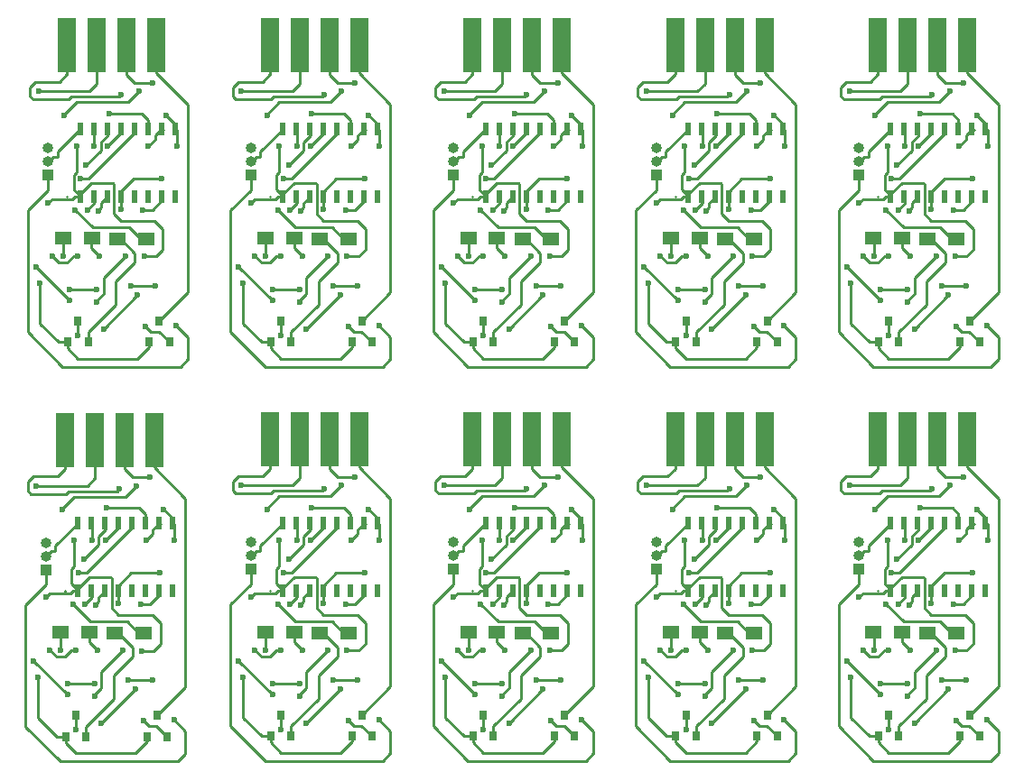
<source format=gbl>
%MOIN*%
%OFA0B0*%
%FSLAX46Y46*%
%IPPOS*%
%LPD*%
%ADD10R,0.02X0.045000000000000005*%
%ADD11R,0.070078740157480321X0.2*%
%ADD12R,0.059055118110236227X0.051181102362204731*%
%ADD13R,0.03937007874015748X0.03937007874015748*%
%ADD14O,0.03937007874015748X0.03937007874015748*%
%ADD15R,0.031496062992125991X0.035433070866141732*%
%ADD16C,0.023622047244094488*%
%ADD17C,0.00984251968503937*%
%ADD28R,0.02X0.045000000000000005*%
%ADD29R,0.070078740157480321X0.2*%
%ADD30R,0.059055118110236227X0.051181102362204731*%
%ADD31R,0.03937007874015748X0.03937007874015748*%
%ADD32O,0.03937007874015748X0.03937007874015748*%
%ADD33R,0.031496062992125991X0.035433070866141732*%
%ADD34C,0.023622047244094488*%
%ADD35C,0.00984251968503937*%
%ADD36R,0.02X0.045000000000000005*%
%ADD37R,0.070078740157480321X0.2*%
%ADD38R,0.059055118110236227X0.051181102362204731*%
%ADD39R,0.03937007874015748X0.03937007874015748*%
%ADD40O,0.03937007874015748X0.03937007874015748*%
%ADD41R,0.031496062992125991X0.035433070866141732*%
%ADD42C,0.023622047244094488*%
%ADD43C,0.00984251968503937*%
%ADD44R,0.02X0.045000000000000005*%
%ADD45R,0.070078740157480321X0.2*%
%ADD46R,0.059055118110236227X0.051181102362204731*%
%ADD47R,0.03937007874015748X0.03937007874015748*%
%ADD48O,0.03937007874015748X0.03937007874015748*%
%ADD49R,0.031496062992125991X0.035433070866141732*%
%ADD50C,0.023622047244094488*%
%ADD51C,0.00984251968503937*%
%ADD52R,0.02X0.045000000000000005*%
%ADD53R,0.070078740157480321X0.2*%
%ADD54R,0.059055118110236227X0.051181102362204731*%
%ADD55R,0.03937007874015748X0.03937007874015748*%
%ADD56O,0.03937007874015748X0.03937007874015748*%
%ADD57R,0.031496062992125991X0.035433070866141732*%
%ADD58C,0.023622047244094488*%
%ADD59C,0.00984251968503937*%
%ADD60R,0.02X0.045000000000000005*%
%ADD61R,0.070078740157480321X0.2*%
%ADD62R,0.059055118110236227X0.051181102362204731*%
%ADD63R,0.03937007874015748X0.03937007874015748*%
%ADD64O,0.03937007874015748X0.03937007874015748*%
%ADD65R,0.031496062992125991X0.035433070866141732*%
%ADD66C,0.023622047244094488*%
%ADD67C,0.00984251968503937*%
%ADD68R,0.02X0.045000000000000005*%
%ADD69R,0.070078740157480321X0.2*%
%ADD70R,0.059055118110236227X0.051181102362204731*%
%ADD71R,0.03937007874015748X0.03937007874015748*%
%ADD72O,0.03937007874015748X0.03937007874015748*%
%ADD73R,0.031496062992125991X0.035433070866141732*%
%ADD74C,0.023622047244094488*%
%ADD75C,0.00984251968503937*%
%ADD76R,0.02X0.045000000000000005*%
%ADD77R,0.070078740157480321X0.2*%
%ADD78R,0.059055118110236227X0.051181102362204731*%
%ADD79R,0.03937007874015748X0.03937007874015748*%
%ADD80O,0.03937007874015748X0.03937007874015748*%
%ADD81R,0.031496062992125991X0.035433070866141732*%
%ADD82C,0.023622047244094488*%
%ADD83C,0.00984251968503937*%
%ADD84R,0.02X0.045000000000000005*%
%ADD85R,0.070078740157480321X0.2*%
%ADD86R,0.059055118110236227X0.051181102362204731*%
%ADD87R,0.03937007874015748X0.03937007874015748*%
%ADD88O,0.03937007874015748X0.03937007874015748*%
%ADD89R,0.031496062992125991X0.035433070866141732*%
%ADD90C,0.023622047244094488*%
%ADD91C,0.00984251968503937*%
%ADD92R,0.02X0.045000000000000005*%
%ADD93R,0.070078740157480321X0.2*%
%ADD94R,0.059055118110236227X0.051181102362204731*%
%ADD95R,0.03937007874015748X0.03937007874015748*%
%ADD96O,0.03937007874015748X0.03937007874015748*%
%ADD97R,0.031496062992125991X0.035433070866141732*%
%ADD98C,0.023622047244094488*%
%ADD99C,0.00984251968503937*%
G01G01*
D10*
X-0005677499Y0005077500D02*
X0000220000Y0000677500D03*
X0000320000Y0000677500D03*
X0000370000Y0000677500D03*
X0000420000Y0000677500D03*
X0000470000Y0000677500D03*
X0000520000Y0000677500D03*
X0000570000Y0000677500D03*
X0000570000Y0000927500D03*
X0000520000Y0000927500D03*
X0000470000Y0000927500D03*
X0000420000Y0000927500D03*
X0000370000Y0000927500D03*
X0000320000Y0000927500D03*
X0000270000Y0000927500D03*
X0000220000Y0000927500D03*
X0000270000Y0000677500D03*
D11*
X0000172539Y0001235000D03*
X0000282382Y0001235000D03*
X0000392618Y0001235000D03*
X0000502460Y0001235000D03*
D12*
X0000463149Y0000520000D03*
X0000356850Y0000520000D03*
X0000263149Y0000522500D03*
X0000156850Y0000522500D03*
D13*
X0000102500Y0000755000D03*
D14*
X0000102500Y0000805000D03*
X0000102500Y0000855000D03*
D15*
X0000549901Y0000138130D03*
X0000475098Y0000138130D03*
X0000512500Y0000216870D03*
X0000249901Y0000138130D03*
X0000175098Y0000138130D03*
X0000212500Y0000216870D03*
D16*
X0000102500Y0000652500D03*
X0000067500Y0001065000D03*
X0000457500Y0000455000D03*
X0000207500Y0000862500D03*
X0000432500Y0000312500D03*
X0000307500Y0000187500D03*
X0000072500Y0000357500D03*
X0000537500Y0000977500D03*
X0000487500Y0001097500D03*
X0000370000Y0000630000D03*
X0000577500Y0000862500D03*
X0000522500Y0000742500D03*
X0000117500Y0000457500D03*
X0000212500Y0000457500D03*
X0000182500Y0000332500D03*
X0000282500Y0000332500D03*
X0000157500Y0000457500D03*
X0000182500Y0000292500D03*
X0000057500Y0000417500D03*
X0000287500Y0000622500D03*
X0000247500Y0000627500D03*
X0000282500Y0000287500D03*
X0000387500Y0000457500D03*
X0000452500Y0000627500D03*
X0000472500Y0000862500D03*
X0000322500Y0000862500D03*
X0000242500Y0000792500D03*
X0000272500Y0000862500D03*
X0000437500Y0001065000D03*
X0000162500Y0000977500D03*
X0000212500Y0000162500D03*
X0000372500Y0001052500D03*
X0000222500Y0000742500D03*
X0000202500Y0000627500D03*
X0000497500Y0000347500D03*
X0000292500Y0000457500D03*
X0000407500Y0000347500D03*
X0000575000Y0000200000D03*
X0000462500Y0000197500D03*
X0000327500Y0000982500D03*
D17*
X0000172500Y0000677500D02*
X0000172500Y0000675000D01*
X0000472500Y0000677500D02*
X0000472500Y0000662500D01*
X0000067500Y0001065000D02*
X0000255000Y0001065000D01*
X0000220000Y0000677500D02*
X0000202500Y0000677500D01*
X0000192500Y0000667500D02*
X0000202500Y0000677500D01*
X0000117500Y0000667500D02*
X0000192500Y0000667500D01*
X0000102500Y0000652500D02*
X0000117500Y0000667500D01*
X0000282382Y0001092382D02*
X0000282382Y0001235000D01*
X0000255000Y0001065000D02*
X0000282382Y0001092382D01*
X0000282382Y0001235000D02*
X0000282500Y0001232500D01*
X0000220000Y0000677500D02*
X0000220000Y0000685000D01*
X0000220000Y0000685000D02*
X0000262500Y0000727500D01*
X0000500000Y0000455000D02*
X0000457500Y0000455000D01*
X0000525000Y0000480000D02*
X0000500000Y0000455000D01*
X0000525000Y0000557500D02*
X0000525000Y0000480000D01*
X0000495000Y0000587500D02*
X0000525000Y0000557500D01*
X0000370000Y0000587500D02*
X0000495000Y0000587500D01*
X0000345000Y0000612500D02*
X0000370000Y0000587500D01*
X0000345000Y0000722500D02*
X0000345000Y0000612500D01*
X0000340000Y0000727500D02*
X0000345000Y0000722500D01*
X0000262500Y0000727500D02*
X0000340000Y0000727500D01*
X0000207500Y0000862500D02*
X0000207500Y0000767500D01*
X0000207500Y0000767500D02*
X0000197500Y0000757500D01*
X0000197500Y0000757500D02*
X0000197500Y0000702500D01*
X0000222500Y0000677500D02*
X0000197500Y0000702500D01*
X0000297382Y0001232500D02*
X0000297500Y0001232500D01*
X0000297500Y0001232500D02*
X0000297500Y0001177500D01*
X0000222500Y0000677500D02*
X0000220000Y0000677500D01*
X0000297382Y0001232500D02*
X0000297500Y0001232500D01*
X0000222500Y0000677500D02*
X0000222500Y0000692500D01*
X0000432500Y0000312500D02*
X0000307500Y0000187500D01*
X0000175098Y0000138130D02*
X0000141870Y0000138130D01*
X0000072500Y0000207500D02*
X0000072500Y0000357500D01*
X0000141870Y0000138130D02*
X0000072500Y0000207500D01*
X0000175098Y0000138130D02*
X0000175098Y0000114901D01*
X0000175098Y0000114901D02*
X0000212500Y0000077500D01*
X0000212500Y0000077500D02*
X0000432500Y0000077500D01*
X0000432500Y0000077500D02*
X0000475098Y0000120098D01*
X0000475098Y0000120098D02*
X0000475098Y0000138130D01*
X0000487500Y0001097500D02*
X0000422500Y0001097500D01*
X0000572500Y0000942500D02*
X0000537500Y0000977500D01*
X0000392618Y0001127382D02*
X0000392618Y0001235000D01*
X0000422500Y0001097500D02*
X0000392618Y0001127382D01*
X0000370000Y0000630000D02*
X0000370000Y0000677500D01*
X0000570000Y0000927500D02*
X0000572500Y0000927500D01*
X0000572500Y0000927500D02*
X0000572500Y0000942500D01*
X0000407500Y0001232500D02*
X0000407618Y0001232500D01*
X0000577500Y0000862500D02*
X0000577500Y0000922500D01*
X0000577500Y0000922500D02*
X0000572500Y0000927500D01*
X0000572500Y0000927500D02*
X0000570000Y0000927500D01*
X0000372500Y0000677500D02*
X0000370000Y0000677500D01*
X0000370000Y0000677500D02*
X0000372500Y0000677500D01*
X0000372500Y0000677500D02*
X0000372500Y0000697500D01*
X0000372500Y0000697500D02*
X0000417500Y0000742500D01*
X0000417500Y0000742500D02*
X0000522500Y0000742500D01*
X0000407500Y0001232500D02*
X0000407618Y0001232500D01*
X0000117500Y0000457500D02*
X0000142500Y0000432500D01*
X0000142500Y0000432500D02*
X0000172500Y0000432500D01*
X0000172500Y0000432500D02*
X0000197500Y0000457500D01*
X0000197500Y0000457500D02*
X0000212500Y0000457500D01*
X0000182500Y0000332500D02*
X0000282500Y0000332500D01*
X0000157500Y0000457500D02*
X0000157500Y0000522500D01*
X0000157500Y0000522500D02*
X0000156850Y0000522500D01*
X0000182500Y0000292500D02*
X0000057500Y0000417500D01*
X0000287500Y0000622500D02*
X0000287500Y0000627500D01*
X0000287500Y0000627500D02*
X0000297500Y0000637500D01*
X0000297500Y0000637500D02*
X0000297500Y0000652500D01*
X0000297500Y0000652500D02*
X0000322500Y0000677500D01*
X0000322500Y0000677500D02*
X0000320000Y0000677500D01*
X0000322500Y0000677500D02*
X0000322500Y0000692500D01*
X0000270000Y0000677500D02*
X0000272500Y0000677500D01*
X0000272500Y0000677500D02*
X0000272500Y0000652500D01*
X0000272500Y0000652500D02*
X0000247500Y0000627500D01*
X0000282500Y0000287500D02*
X0000282500Y0000292500D01*
X0000282500Y0000292500D02*
X0000307500Y0000317500D01*
X0000307500Y0000317500D02*
X0000307500Y0000377500D01*
X0000307500Y0000377500D02*
X0000387500Y0000457500D01*
X0000520000Y0000677500D02*
X0000522500Y0000677500D01*
X0000522500Y0000677500D02*
X0000522500Y0000662500D01*
X0000522500Y0000662500D02*
X0000487500Y0000627500D01*
X0000487500Y0000627500D02*
X0000452500Y0000627500D01*
X0000472500Y0000862500D02*
X0000497500Y0000887500D01*
X0000497500Y0000887500D02*
X0000497500Y0000902500D01*
X0000497500Y0000902500D02*
X0000522500Y0000927500D01*
X0000522500Y0000927500D02*
X0000520000Y0000927500D01*
X0000522500Y0000927500D02*
X0000522500Y0000942500D01*
X0000527500Y0000922500D02*
X0000522500Y0000927500D01*
X0000370000Y0000927500D02*
X0000372500Y0000927500D01*
X0000372500Y0000927500D02*
X0000372500Y0000912500D01*
X0000372500Y0000912500D02*
X0000322500Y0000862500D01*
X0000320000Y0000927500D02*
X0000322500Y0000927500D01*
X0000322500Y0000927500D02*
X0000322500Y0000902500D01*
X0000322500Y0000902500D02*
X0000297500Y0000877500D01*
X0000297500Y0000877500D02*
X0000297500Y0000847500D01*
X0000297500Y0000847500D02*
X0000242500Y0000792500D01*
X0000322500Y0000927500D02*
X0000322500Y0000907500D01*
X0000270000Y0000927500D02*
X0000272500Y0000927500D01*
X0000272500Y0000927500D02*
X0000272500Y0000862500D01*
X0000162500Y0000980000D02*
X0000207500Y0001025000D01*
X0000207500Y0001025000D02*
X0000397500Y0001025000D01*
X0000397500Y0001025000D02*
X0000437500Y0001065000D01*
X0000162500Y0000977500D02*
X0000162500Y0000980000D01*
X0000212500Y0000162500D02*
X0000212500Y0000216870D01*
X0000172539Y0001127539D02*
X0000145000Y0001100000D01*
X0000145000Y0001100000D02*
X0000055000Y0001100000D01*
X0000055000Y0001100000D02*
X0000035000Y0001080000D01*
X0000035000Y0001080000D02*
X0000035000Y0001047500D01*
X0000035000Y0001047500D02*
X0000047500Y0001035000D01*
X0000047500Y0001035000D02*
X0000177500Y0001035000D01*
X0000177500Y0001035000D02*
X0000187500Y0001045000D01*
X0000187500Y0001045000D02*
X0000365000Y0001045000D01*
X0000365000Y0001045000D02*
X0000372500Y0001052500D01*
X0000172539Y0001235000D02*
X0000172539Y0001127539D01*
X0000187539Y0001232500D02*
X0000187500Y0001232500D01*
X0000187500Y0001232500D02*
X0000187539Y0001232500D01*
X0000502460Y0001235000D02*
X0000502460Y0001132539D01*
X0000617500Y0000321870D02*
X0000512500Y0000216870D01*
X0000617500Y0001017500D02*
X0000617500Y0000321870D01*
X0000502460Y0001132539D02*
X0000617500Y0001017500D01*
X0000517500Y0001232500D02*
X0000517460Y0001232500D01*
X0000420000Y0000927500D02*
X0000422500Y0000927500D01*
X0000422500Y0000927500D02*
X0000422500Y0000912500D01*
X0000422500Y0000912500D02*
X0000252500Y0000742500D01*
X0000252500Y0000742500D02*
X0000222500Y0000742500D01*
X0000202500Y0000627500D02*
X0000267500Y0000562500D01*
X0000267500Y0000562500D02*
X0000402500Y0000562500D01*
X0000402500Y0000562500D02*
X0000447500Y0000517500D01*
X0000447500Y0000517500D02*
X0000462500Y0000517500D01*
X0000462500Y0000517500D02*
X0000463149Y0000520000D01*
X0000463149Y0000520000D02*
X0000462500Y0000517500D01*
X0000263149Y0000522500D02*
X0000262500Y0000522500D01*
X0000262500Y0000522500D02*
X0000262500Y0000487500D01*
X0000262500Y0000487500D02*
X0000292500Y0000457500D01*
X0000407500Y0000347500D02*
X0000497500Y0000347500D01*
X0000102500Y0000755000D02*
X0000102500Y0000700000D01*
X0000102500Y0000700000D02*
X0000027500Y0000625000D01*
X0000027500Y0000625000D02*
X0000027500Y0000175000D01*
X0000027500Y0000175000D02*
X0000155000Y0000047500D01*
X0000617500Y0000157500D02*
X0000575000Y0000200000D01*
X0000617500Y0000075000D02*
X0000617500Y0000157500D01*
X0000590000Y0000047500D02*
X0000617500Y0000075000D01*
X0000155000Y0000047500D02*
X0000590000Y0000047500D01*
X0000102500Y0000805000D02*
X0000102500Y0000802500D01*
X0000102500Y0000802500D02*
X0000122500Y0000822500D01*
X0000122500Y0000822500D02*
X0000137500Y0000822500D01*
X0000137500Y0000822500D02*
X0000137500Y0000842500D01*
X0000137500Y0000842500D02*
X0000222500Y0000927500D01*
X0000222500Y0000927500D02*
X0000220000Y0000927500D01*
X0000462500Y0000197500D02*
X0000482500Y0000177500D01*
X0000510531Y0000177500D02*
X0000549901Y0000138130D01*
X0000482500Y0000177500D02*
X0000510531Y0000177500D01*
X0000249901Y0000174901D02*
X0000352500Y0000277500D01*
X0000249901Y0000138130D02*
X0000249901Y0000174901D01*
X0000422500Y0000467500D02*
X0000370000Y0000520000D01*
X0000422500Y0000432500D02*
X0000422500Y0000467500D01*
X0000352500Y0000362500D02*
X0000422500Y0000432500D01*
X0000352500Y0000277500D02*
X0000352500Y0000362500D01*
X0000370000Y0000520000D02*
X0000356850Y0000520000D01*
X0000356850Y0000520000D02*
X0000357500Y0000517500D01*
X0000470000Y0000927500D02*
X0000470000Y0000960000D01*
X0000447500Y0000982500D02*
X0000327500Y0000982500D01*
X0000470000Y0000960000D02*
X0000447500Y0000982500D01*
X0000472500Y0000927500D02*
X0000470000Y0000927500D01*
G04 next file*
G04 #@! TF.GenerationSoftware,KiCad,Pcbnew,(5.0.2)-1*
G04 #@! TF.CreationDate,2019-07-10T16:32:42+02:00*
G04 #@! TF.ProjectId,joystick tester systest,6a6f7973-7469-4636-9b20-746573746572,rev?*
G04 #@! TF.SameCoordinates,Original*
G04 #@! TF.FileFunction,Copper,L2,Bot*
G04 #@! TF.FilePolarity,Positive*
G04 Gerber Fmt 4.6, Leading zero omitted, Abs format (unit mm)*
G04 Created by KiCad (PCBNEW (5.0.2)-1) date 10-7-2019 16:32:42*
G01G01*
G04 APERTURE LIST*
G04 #@! TA.AperFunction,SMDPad,CuDef*
G04 #@! TD*
G04 #@! TA.AperFunction,ConnectorPad*
G04 #@! TD*
G04 #@! TA.AperFunction,SMDPad,CuDef*
G04 #@! TD*
G04 #@! TA.AperFunction,ComponentPad*
G04 #@! TD*
G04 #@! TA.AperFunction,ComponentPad*
G04 #@! TD*
G04 #@! TA.AperFunction,SMDPad,CuDef*
G04 #@! TD*
G04 #@! TA.AperFunction,ViaPad*
G04 #@! TD*
G04 #@! TA.AperFunction,Conductor*
G04 #@! TD*
G04 APERTURE END LIST*
D28*
G04 #@! TO.P,U2,16*
G04 #@! TO.N,VCC*
X-0005669291Y0006535433D02*
X0000228208Y0002135433D03*
G04 #@! TO.P,U2,14*
G04 #@! TO.N,Net-(U1-Pad3)*
X0000328208Y0002135433D03*
G04 #@! TO.P,U2,13*
G04 #@! TO.N,GND*
X0000378208Y0002135433D03*
G04 #@! TO.P,U2,12*
G04 #@! TO.N,Net-(U2-Pad12)*
X0000428208Y0002135433D03*
G04 #@! TO.P,U2,11*
G04 #@! TO.N,Net-(U2-Pad11)*
X0000478208Y0002135433D03*
G04 #@! TO.P,U2,10*
G04 #@! TO.N,Net-(U2-Pad10)*
X0000528208Y0002135433D03*
G04 #@! TO.P,U2,9*
G04 #@! TO.N,Net-(U2-Pad9)*
X0000578208Y0002135433D03*
G04 #@! TO.P,U2,8*
G04 #@! TO.N,GND*
X0000578208Y0002385433D03*
G04 #@! TO.P,U2,7*
G04 #@! TO.N,Net-(U2-Pad7)*
X0000528208Y0002385433D03*
G04 #@! TO.P,U2,6*
G04 #@! TO.N,Net-(D1-Pad2)*
X0000478208Y0002385433D03*
G04 #@! TO.P,U2,5*
G04 #@! TO.N,Net-(R1-Pad1)*
X0000428208Y0002385433D03*
G04 #@! TO.P,U2,4*
G04 #@! TO.N,Net-(U2-Pad4)*
X0000378208Y0002385433D03*
G04 #@! TO.P,U2,3*
G04 #@! TO.N,Net-(U2-Pad3)*
X0000328208Y0002385433D03*
G04 #@! TO.P,U2,2*
G04 #@! TO.N,Net-(U2-Pad2)*
X0000278208Y0002385433D03*
G04 #@! TO.P,U2,1*
G04 #@! TO.N,Net-(JP1-Pad2)*
X0000228208Y0002385433D03*
G04 #@! TO.P,U2,15*
G04 #@! TO.N,RST*
X0000278208Y0002135433D03*
G04 #@! TD*
D29*
G04 #@! TO.P,J1,6*
G04 #@! TO.N,BT1*
X0000180748Y0002692933D03*
G04 #@! TO.P,J1,7*
G04 #@! TO.N,VCC*
X0000290590Y0002692933D03*
G04 #@! TO.P,J1,8*
G04 #@! TO.N,GND*
X0000400826Y0002692933D03*
G04 #@! TO.P,J1,9*
G04 #@! TO.N,BT2*
X0000510669Y0002692933D03*
G04 #@! TD*
D30*
G04 #@! TO.P,R1,1*
G04 #@! TO.N,Net-(R1-Pad1)*
X0000471358Y0001977933D03*
G04 #@! TO.P,R1,2*
G04 #@! TO.N,Net-(Q1-Pad1)*
X0000365059Y0001977933D03*
G04 #@! TD*
G04 #@! TO.P,R3,1*
G04 #@! TO.N,Net-(R3-Pad1)*
X0000271358Y0001980433D03*
G04 #@! TO.P,R3,2*
G04 #@! TO.N,THR*
X0000165059Y0001980433D03*
G04 #@! TD*
D31*
G04 #@! TO.P,JP1,1*
G04 #@! TO.N,Net-(JP1-Pad1)*
X0000110708Y0002212933D03*
D32*
G04 #@! TO.P,JP1,2*
G04 #@! TO.N,Net-(JP1-Pad2)*
X0000110708Y0002262933D03*
G04 #@! TO.P,JP1,3*
G04 #@! TO.N,RST*
X0000110708Y0002312933D03*
G04 #@! TD*
D33*
G04 #@! TO.P,Q2,1*
G04 #@! TO.N,Net-(Q2-Pad1)*
X0000558110Y0001596062D03*
G04 #@! TO.P,Q2,2*
G04 #@! TO.N,GND*
X0000483307Y0001596062D03*
G04 #@! TO.P,Q2,3*
G04 #@! TO.N,BT2*
X0000520708Y0001674803D03*
G04 #@! TD*
G04 #@! TO.P,Q1,1*
G04 #@! TO.N,Net-(Q1-Pad1)*
X0000258110Y0001596062D03*
G04 #@! TO.P,Q1,2*
G04 #@! TO.N,GND*
X0000183307Y0001596062D03*
G04 #@! TO.P,Q1,3*
G04 #@! TO.N,BT3*
X0000220708Y0001674803D03*
G04 #@! TD*
D34*
G04 #@! TO.N,VCC*
X0000110708Y0002110433D03*
X0000075708Y0002522933D03*
X0000465708Y0001912933D03*
X0000215708Y0002320433D03*
X0000440708Y0001770433D03*
X0000315708Y0001645433D03*
G04 #@! TO.N,GND*
X0000080708Y0001815433D03*
X0000545708Y0002435433D03*
X0000495708Y0002555433D03*
X0000378208Y0002087933D03*
X0000585708Y0002320433D03*
X0000530708Y0002200433D03*
X0000125708Y0001915433D03*
X0000220708Y0001915433D03*
G04 #@! TO.N,THR*
X0000190708Y0001790433D03*
X0000290708Y0001790433D03*
X0000165708Y0001915433D03*
G04 #@! TO.N,Net-(U1-Pad3)*
X0000190708Y0001750433D03*
X0000065708Y0001875433D03*
X0000295708Y0002080433D03*
G04 #@! TO.N,RST*
X0000255708Y0002085433D03*
G04 #@! TO.N,Net-(C1-Pad1)*
X0000290708Y0001745433D03*
X0000395708Y0001915433D03*
G04 #@! TO.N,Net-(U2-Pad10)*
X0000460708Y0002085433D03*
G04 #@! TO.N,Net-(U2-Pad7)*
X0000480708Y0002320433D03*
G04 #@! TO.N,Net-(U2-Pad4)*
X0000330708Y0002320433D03*
G04 #@! TO.N,Net-(U2-Pad3)*
X0000250708Y0002250433D03*
G04 #@! TO.N,Net-(U2-Pad2)*
X0000280708Y0002320433D03*
G04 #@! TO.N,RIGHT*
X0000445708Y0002522933D03*
X0000170708Y0002435433D03*
G04 #@! TO.N,BT3*
X0000220708Y0001620433D03*
G04 #@! TO.N,BT1*
X0000380708Y0002510433D03*
G04 #@! TO.N,Net-(R1-Pad1)*
X0000230708Y0002200433D03*
X0000210708Y0002085433D03*
G04 #@! TO.N,Net-(R3-Pad1)*
X0000505708Y0001805433D03*
X0000300708Y0001915433D03*
X0000415708Y0001805433D03*
G04 #@! TO.N,Net-(JP1-Pad1)*
X0000583208Y0001657933D03*
G04 #@! TO.N,Net-(Q2-Pad1)*
X0000470708Y0001655433D03*
G04 #@! TO.N,Net-(D1-Pad2)*
X0000335708Y0002440433D03*
G04 #@! TD*
D35*
G04 #@! TO.N,*
X0000180708Y0002135433D02*
X0000180708Y0002132933D01*
G04 #@! TO.N,Net-(U2-Pad11)*
X0000480708Y0002135433D02*
X0000480708Y0002120433D01*
G04 #@! TO.N,VCC*
X0000075708Y0002522933D02*
X0000263208Y0002522933D01*
X0000228208Y0002135433D02*
X0000210708Y0002135433D01*
X0000200708Y0002125433D02*
X0000210708Y0002135433D01*
X0000125708Y0002125433D02*
X0000200708Y0002125433D01*
X0000110708Y0002110433D02*
X0000125708Y0002125433D01*
X0000290590Y0002550314D02*
X0000290590Y0002692933D01*
X0000263208Y0002522933D02*
X0000290590Y0002550314D01*
X0000290590Y0002692933D02*
X0000290708Y0002690433D01*
X0000228208Y0002135433D02*
X0000228208Y0002142933D01*
X0000228208Y0002142933D02*
X0000270708Y0002185433D01*
X0000508208Y0001912933D02*
X0000465708Y0001912933D01*
X0000533208Y0001937933D02*
X0000508208Y0001912933D01*
X0000533208Y0002015433D02*
X0000533208Y0001937933D01*
X0000503208Y0002045433D02*
X0000533208Y0002015433D01*
X0000378208Y0002045433D02*
X0000503208Y0002045433D01*
X0000353208Y0002070433D02*
X0000378208Y0002045433D01*
X0000353208Y0002180433D02*
X0000353208Y0002070433D01*
X0000348208Y0002185433D02*
X0000353208Y0002180433D01*
X0000270708Y0002185433D02*
X0000348208Y0002185433D01*
X0000215708Y0002320433D02*
X0000215708Y0002225433D01*
X0000215708Y0002225433D02*
X0000205708Y0002215433D01*
X0000205708Y0002215433D02*
X0000205708Y0002160433D01*
X0000230708Y0002135433D02*
X0000205708Y0002160433D01*
X0000305590Y0002690433D02*
X0000305708Y0002690433D01*
X0000305708Y0002690433D02*
X0000305708Y0002635433D01*
X0000230708Y0002135433D02*
X0000228208Y0002135433D01*
X0000305590Y0002690433D02*
X0000305708Y0002690433D01*
X0000230708Y0002135433D02*
X0000230708Y0002150433D01*
X0000440708Y0001770433D02*
X0000315708Y0001645433D01*
G04 #@! TO.N,GND*
X0000183307Y0001596062D02*
X0000150078Y0001596062D01*
X0000080708Y0001665433D02*
X0000080708Y0001815433D01*
X0000150078Y0001596062D02*
X0000080708Y0001665433D01*
X0000183307Y0001596062D02*
X0000183307Y0001572834D01*
X0000183307Y0001572834D02*
X0000220708Y0001535433D01*
X0000220708Y0001535433D02*
X0000440708Y0001535433D01*
X0000440708Y0001535433D02*
X0000483307Y0001578031D01*
X0000483307Y0001578031D02*
X0000483307Y0001596062D01*
X0000495708Y0002555433D02*
X0000430708Y0002555433D01*
X0000580708Y0002400433D02*
X0000545708Y0002435433D01*
X0000400826Y0002585314D02*
X0000400826Y0002692933D01*
X0000430708Y0002555433D02*
X0000400826Y0002585314D01*
X0000378208Y0002087933D02*
X0000378208Y0002135433D01*
X0000578208Y0002385433D02*
X0000580708Y0002385433D01*
X0000580708Y0002385433D02*
X0000580708Y0002400433D01*
X0000415708Y0002690433D02*
X0000415826Y0002690433D01*
X0000585708Y0002320433D02*
X0000585708Y0002380433D01*
X0000585708Y0002380433D02*
X0000580708Y0002385433D01*
X0000580708Y0002385433D02*
X0000578208Y0002385433D01*
X0000380708Y0002135433D02*
X0000378208Y0002135433D01*
X0000378208Y0002135433D02*
X0000380708Y0002135433D01*
X0000380708Y0002135433D02*
X0000380708Y0002155433D01*
X0000380708Y0002155433D02*
X0000425708Y0002200433D01*
X0000425708Y0002200433D02*
X0000530708Y0002200433D01*
X0000415708Y0002690433D02*
X0000415826Y0002690433D01*
X0000125708Y0001915433D02*
X0000150708Y0001890433D01*
X0000150708Y0001890433D02*
X0000180708Y0001890433D01*
X0000180708Y0001890433D02*
X0000205708Y0001915433D01*
X0000205708Y0001915433D02*
X0000220708Y0001915433D01*
G04 #@! TO.N,THR*
X0000190708Y0001790433D02*
X0000290708Y0001790433D01*
X0000165708Y0001915433D02*
X0000165708Y0001980433D01*
X0000165708Y0001980433D02*
X0000165059Y0001980433D01*
G04 #@! TO.N,Net-(U1-Pad3)*
X0000190708Y0001750433D02*
X0000065708Y0001875433D01*
X0000295708Y0002080433D02*
X0000295708Y0002085433D01*
X0000295708Y0002085433D02*
X0000305708Y0002095433D01*
X0000305708Y0002095433D02*
X0000305708Y0002110433D01*
X0000305708Y0002110433D02*
X0000330708Y0002135433D01*
X0000330708Y0002135433D02*
X0000328208Y0002135433D01*
X0000330708Y0002135433D02*
X0000330708Y0002150433D01*
G04 #@! TO.N,RST*
X0000278208Y0002135433D02*
X0000280708Y0002135433D01*
X0000280708Y0002135433D02*
X0000280708Y0002110433D01*
X0000280708Y0002110433D02*
X0000255708Y0002085433D01*
G04 #@! TO.N,Net-(C1-Pad1)*
X0000290708Y0001745433D02*
X0000290708Y0001750433D01*
X0000290708Y0001750433D02*
X0000315708Y0001775433D01*
X0000315708Y0001775433D02*
X0000315708Y0001835433D01*
X0000315708Y0001835433D02*
X0000395708Y0001915433D01*
G04 #@! TO.N,Net-(U2-Pad10)*
X0000528208Y0002135433D02*
X0000530708Y0002135433D01*
X0000530708Y0002135433D02*
X0000530708Y0002120433D01*
X0000530708Y0002120433D02*
X0000495708Y0002085433D01*
X0000495708Y0002085433D02*
X0000460708Y0002085433D01*
G04 #@! TO.N,Net-(U2-Pad7)*
X0000480708Y0002320433D02*
X0000505708Y0002345433D01*
X0000505708Y0002345433D02*
X0000505708Y0002360433D01*
X0000505708Y0002360433D02*
X0000530708Y0002385433D01*
X0000530708Y0002385433D02*
X0000528208Y0002385433D01*
X0000530708Y0002385433D02*
X0000530708Y0002400433D01*
X0000535708Y0002380433D02*
X0000530708Y0002385433D01*
G04 #@! TO.N,Net-(U2-Pad4)*
X0000378208Y0002385433D02*
X0000380708Y0002385433D01*
X0000380708Y0002385433D02*
X0000380708Y0002370433D01*
X0000380708Y0002370433D02*
X0000330708Y0002320433D01*
G04 #@! TO.N,Net-(U2-Pad3)*
X0000328208Y0002385433D02*
X0000330708Y0002385433D01*
X0000330708Y0002385433D02*
X0000330708Y0002360433D01*
X0000330708Y0002360433D02*
X0000305708Y0002335433D01*
X0000305708Y0002335433D02*
X0000305708Y0002305433D01*
X0000305708Y0002305433D02*
X0000250708Y0002250433D01*
X0000330708Y0002385433D02*
X0000330708Y0002365433D01*
G04 #@! TO.N,Net-(U2-Pad2)*
X0000278208Y0002385433D02*
X0000280708Y0002385433D01*
X0000280708Y0002385433D02*
X0000280708Y0002320433D01*
G04 #@! TO.N,RIGHT*
X0000170708Y0002437933D02*
X0000215708Y0002482933D01*
X0000215708Y0002482933D02*
X0000405708Y0002482933D01*
X0000405708Y0002482933D02*
X0000445708Y0002522933D01*
X0000170708Y0002435433D02*
X0000170708Y0002437933D01*
G04 #@! TO.N,BT3*
X0000220708Y0001620433D02*
X0000220708Y0001674803D01*
G04 #@! TO.N,BT1*
X0000180748Y0002585472D02*
X0000153208Y0002557933D01*
X0000153208Y0002557933D02*
X0000063208Y0002557933D01*
X0000063208Y0002557933D02*
X0000043208Y0002537933D01*
X0000043208Y0002537933D02*
X0000043208Y0002505433D01*
X0000043208Y0002505433D02*
X0000055708Y0002492933D01*
X0000055708Y0002492933D02*
X0000185708Y0002492933D01*
X0000185708Y0002492933D02*
X0000195708Y0002502933D01*
X0000195708Y0002502933D02*
X0000373208Y0002502933D01*
X0000373208Y0002502933D02*
X0000380708Y0002510433D01*
X0000180748Y0002692933D02*
X0000180748Y0002585472D01*
X0000195748Y0002690433D02*
X0000195708Y0002690433D01*
X0000195708Y0002690433D02*
X0000195748Y0002690433D01*
G04 #@! TO.N,BT2*
X0000510669Y0002692933D02*
X0000510669Y0002590472D01*
X0000625708Y0001779803D02*
X0000520708Y0001674803D01*
X0000625708Y0002475433D02*
X0000625708Y0001779803D01*
X0000510669Y0002590472D02*
X0000625708Y0002475433D01*
X0000525708Y0002690433D02*
X0000525669Y0002690433D01*
G04 #@! TO.N,Net-(R1-Pad1)*
X0000428208Y0002385433D02*
X0000430708Y0002385433D01*
X0000430708Y0002385433D02*
X0000430708Y0002370433D01*
X0000430708Y0002370433D02*
X0000260708Y0002200433D01*
X0000260708Y0002200433D02*
X0000230708Y0002200433D01*
X0000210708Y0002085433D02*
X0000275708Y0002020433D01*
X0000275708Y0002020433D02*
X0000410708Y0002020433D01*
X0000410708Y0002020433D02*
X0000455708Y0001975433D01*
X0000455708Y0001975433D02*
X0000470708Y0001975433D01*
X0000470708Y0001975433D02*
X0000471358Y0001977933D01*
X0000471358Y0001977933D02*
X0000470708Y0001975433D01*
G04 #@! TO.N,Net-(R3-Pad1)*
X0000271358Y0001980433D02*
X0000270708Y0001980433D01*
X0000270708Y0001980433D02*
X0000270708Y0001945433D01*
X0000270708Y0001945433D02*
X0000300708Y0001915433D01*
X0000415708Y0001805433D02*
X0000505708Y0001805433D01*
G04 #@! TO.N,Net-(JP1-Pad1)*
X0000110708Y0002212933D02*
X0000110708Y0002157933D01*
X0000110708Y0002157933D02*
X0000035708Y0002082933D01*
X0000035708Y0002082933D02*
X0000035708Y0001632933D01*
X0000035708Y0001632933D02*
X0000163208Y0001505433D01*
X0000625708Y0001615433D02*
X0000583208Y0001657933D01*
X0000625708Y0001532933D02*
X0000625708Y0001615433D01*
X0000598208Y0001505433D02*
X0000625708Y0001532933D01*
X0000163208Y0001505433D02*
X0000598208Y0001505433D01*
G04 #@! TO.N,Net-(JP1-Pad2)*
X0000110708Y0002262933D02*
X0000110708Y0002260433D01*
X0000110708Y0002260433D02*
X0000130708Y0002280433D01*
X0000130708Y0002280433D02*
X0000145708Y0002280433D01*
X0000145708Y0002280433D02*
X0000145708Y0002300433D01*
X0000145708Y0002300433D02*
X0000230708Y0002385433D01*
X0000230708Y0002385433D02*
X0000228208Y0002385433D01*
G04 #@! TO.N,Net-(Q2-Pad1)*
X0000470708Y0001655433D02*
X0000490708Y0001635433D01*
X0000518740Y0001635433D02*
X0000558110Y0001596062D01*
X0000490708Y0001635433D02*
X0000518740Y0001635433D01*
G04 #@! TO.N,Net-(Q1-Pad1)*
X0000258110Y0001632834D02*
X0000360708Y0001735433D01*
X0000258110Y0001596062D02*
X0000258110Y0001632834D01*
X0000430708Y0001925433D02*
X0000378208Y0001977933D01*
X0000430708Y0001890433D02*
X0000430708Y0001925433D01*
X0000360708Y0001820433D02*
X0000430708Y0001890433D01*
X0000360708Y0001735433D02*
X0000360708Y0001820433D01*
X0000378208Y0001977933D02*
X0000365059Y0001977933D01*
X0000365059Y0001977933D02*
X0000365708Y0001975433D01*
G04 #@! TO.N,Net-(D1-Pad2)*
X0000478208Y0002385433D02*
X0000478208Y0002417933D01*
X0000455708Y0002440433D02*
X0000335708Y0002440433D01*
X0000478208Y0002417933D02*
X0000455708Y0002440433D01*
X0000480708Y0002385433D02*
X0000478208Y0002385433D01*
G04 #@! TD*
G04 next file*
G04 #@! TF.GenerationSoftware,KiCad,Pcbnew,(5.0.2)-1*
G04 #@! TF.CreationDate,2019-07-10T16:32:42+02:00*
G04 #@! TF.ProjectId,joystick tester systest,6a6f7973-7469-4636-9b20-746573746572,rev?*
G04 #@! TF.SameCoordinates,Original*
G04 #@! TF.FileFunction,Copper,L2,Bot*
G04 #@! TF.FilePolarity,Positive*
G04 Gerber Fmt 4.6, Leading zero omitted, Abs format (unit mm)*
G04 Created by KiCad (PCBNEW (5.0.2)-1) date 10-7-2019 16:32:42*
G01G01*
G04 APERTURE LIST*
G04 #@! TA.AperFunction,SMDPad,CuDef*
G04 #@! TD*
G04 #@! TA.AperFunction,ConnectorPad*
G04 #@! TD*
G04 #@! TA.AperFunction,SMDPad,CuDef*
G04 #@! TD*
G04 #@! TA.AperFunction,ComponentPad*
G04 #@! TD*
G04 #@! TA.AperFunction,ComponentPad*
G04 #@! TD*
G04 #@! TA.AperFunction,SMDPad,CuDef*
G04 #@! TD*
G04 #@! TA.AperFunction,ViaPad*
G04 #@! TD*
G04 #@! TA.AperFunction,Conductor*
G04 #@! TD*
G04 APERTURE END LIST*
D36*
G04 #@! TO.P,U2,16*
G04 #@! TO.N,VCC*
X-0004921259Y0005078740D02*
X0000976240Y0000678740D03*
G04 #@! TO.P,U2,14*
G04 #@! TO.N,Net-(U1-Pad3)*
X0001076240Y0000678740D03*
G04 #@! TO.P,U2,13*
G04 #@! TO.N,GND*
X0001126240Y0000678740D03*
G04 #@! TO.P,U2,12*
G04 #@! TO.N,Net-(U2-Pad12)*
X0001176240Y0000678740D03*
G04 #@! TO.P,U2,11*
G04 #@! TO.N,Net-(U2-Pad11)*
X0001226240Y0000678740D03*
G04 #@! TO.P,U2,10*
G04 #@! TO.N,Net-(U2-Pad10)*
X0001276240Y0000678740D03*
G04 #@! TO.P,U2,9*
G04 #@! TO.N,Net-(U2-Pad9)*
X0001326240Y0000678740D03*
G04 #@! TO.P,U2,8*
G04 #@! TO.N,GND*
X0001326240Y0000928740D03*
G04 #@! TO.P,U2,7*
G04 #@! TO.N,Net-(U2-Pad7)*
X0001276240Y0000928740D03*
G04 #@! TO.P,U2,6*
G04 #@! TO.N,Net-(D1-Pad2)*
X0001226240Y0000928740D03*
G04 #@! TO.P,U2,5*
G04 #@! TO.N,Net-(R1-Pad1)*
X0001176240Y0000928740D03*
G04 #@! TO.P,U2,4*
G04 #@! TO.N,Net-(U2-Pad4)*
X0001126240Y0000928740D03*
G04 #@! TO.P,U2,3*
G04 #@! TO.N,Net-(U2-Pad3)*
X0001076240Y0000928740D03*
G04 #@! TO.P,U2,2*
G04 #@! TO.N,Net-(U2-Pad2)*
X0001026240Y0000928740D03*
G04 #@! TO.P,U2,1*
G04 #@! TO.N,Net-(JP1-Pad2)*
X0000976240Y0000928740D03*
G04 #@! TO.P,U2,15*
G04 #@! TO.N,RST*
X0001026240Y0000678740D03*
G04 #@! TD*
D37*
G04 #@! TO.P,J1,6*
G04 #@! TO.N,BT1*
X0000928779Y0001236240D03*
G04 #@! TO.P,J1,7*
G04 #@! TO.N,VCC*
X0001038622Y0001236240D03*
G04 #@! TO.P,J1,8*
G04 #@! TO.N,GND*
X0001148858Y0001236240D03*
G04 #@! TO.P,J1,9*
G04 #@! TO.N,BT2*
X0001258700Y0001236240D03*
G04 #@! TD*
D38*
G04 #@! TO.P,R1,1*
G04 #@! TO.N,Net-(R1-Pad1)*
X0001219389Y0000521240D03*
G04 #@! TO.P,R1,2*
G04 #@! TO.N,Net-(Q1-Pad1)*
X0001113090Y0000521240D03*
G04 #@! TD*
G04 #@! TO.P,R3,1*
G04 #@! TO.N,Net-(R3-Pad1)*
X0001019389Y0000523740D03*
G04 #@! TO.P,R3,2*
G04 #@! TO.N,THR*
X0000913090Y0000523740D03*
G04 #@! TD*
D39*
G04 #@! TO.P,JP1,1*
G04 #@! TO.N,Net-(JP1-Pad1)*
X0000858740Y0000756240D03*
D40*
G04 #@! TO.P,JP1,2*
G04 #@! TO.N,Net-(JP1-Pad2)*
X0000858740Y0000806240D03*
G04 #@! TO.P,JP1,3*
G04 #@! TO.N,RST*
X0000858740Y0000856240D03*
G04 #@! TD*
D41*
G04 #@! TO.P,Q2,1*
G04 #@! TO.N,Net-(Q2-Pad1)*
X0001306141Y0000139370D03*
G04 #@! TO.P,Q2,2*
G04 #@! TO.N,GND*
X0001231338Y0000139370D03*
G04 #@! TO.P,Q2,3*
G04 #@! TO.N,BT2*
X0001268740Y0000218110D03*
G04 #@! TD*
G04 #@! TO.P,Q1,1*
G04 #@! TO.N,Net-(Q1-Pad1)*
X0001006141Y0000139370D03*
G04 #@! TO.P,Q1,2*
G04 #@! TO.N,GND*
X0000931338Y0000139370D03*
G04 #@! TO.P,Q1,3*
G04 #@! TO.N,BT3*
X0000968740Y0000218110D03*
G04 #@! TD*
D42*
G04 #@! TO.N,VCC*
X0000858740Y0000653740D03*
X0000823740Y0001066240D03*
X0001213740Y0000456240D03*
X0000963740Y0000863740D03*
X0001188740Y0000313740D03*
X0001063740Y0000188740D03*
G04 #@! TO.N,GND*
X0000828740Y0000358740D03*
X0001293740Y0000978740D03*
X0001243740Y0001098740D03*
X0001126240Y0000631240D03*
X0001333740Y0000863740D03*
X0001278740Y0000743740D03*
X0000873740Y0000458740D03*
X0000968740Y0000458740D03*
G04 #@! TO.N,THR*
X0000938740Y0000333740D03*
X0001038740Y0000333740D03*
X0000913740Y0000458740D03*
G04 #@! TO.N,Net-(U1-Pad3)*
X0000938740Y0000293740D03*
X0000813740Y0000418740D03*
X0001043740Y0000623740D03*
G04 #@! TO.N,RST*
X0001003740Y0000628740D03*
G04 #@! TO.N,Net-(C1-Pad1)*
X0001038740Y0000288740D03*
X0001143740Y0000458740D03*
G04 #@! TO.N,Net-(U2-Pad10)*
X0001208740Y0000628740D03*
G04 #@! TO.N,Net-(U2-Pad7)*
X0001228740Y0000863740D03*
G04 #@! TO.N,Net-(U2-Pad4)*
X0001078740Y0000863740D03*
G04 #@! TO.N,Net-(U2-Pad3)*
X0000998740Y0000793740D03*
G04 #@! TO.N,Net-(U2-Pad2)*
X0001028740Y0000863740D03*
G04 #@! TO.N,RIGHT*
X0001193740Y0001066240D03*
X0000918740Y0000978740D03*
G04 #@! TO.N,BT3*
X0000968740Y0000163740D03*
G04 #@! TO.N,BT1*
X0001128740Y0001053740D03*
G04 #@! TO.N,Net-(R1-Pad1)*
X0000978740Y0000743740D03*
X0000958740Y0000628740D03*
G04 #@! TO.N,Net-(R3-Pad1)*
X0001253740Y0000348740D03*
X0001048740Y0000458740D03*
X0001163740Y0000348740D03*
G04 #@! TO.N,Net-(JP1-Pad1)*
X0001331240Y0000201240D03*
G04 #@! TO.N,Net-(Q2-Pad1)*
X0001218740Y0000198740D03*
G04 #@! TO.N,Net-(D1-Pad2)*
X0001083740Y0000983740D03*
G04 #@! TD*
D43*
G04 #@! TO.N,*
X0000928740Y0000678740D02*
X0000928740Y0000676240D01*
G04 #@! TO.N,Net-(U2-Pad11)*
X0001228740Y0000678740D02*
X0001228740Y0000663740D01*
G04 #@! TO.N,VCC*
X0000823740Y0001066240D02*
X0001011240Y0001066240D01*
X0000976240Y0000678740D02*
X0000958740Y0000678740D01*
X0000948740Y0000668740D02*
X0000958740Y0000678740D01*
X0000873740Y0000668740D02*
X0000948740Y0000668740D01*
X0000858740Y0000653740D02*
X0000873740Y0000668740D01*
X0001038622Y0001093622D02*
X0001038622Y0001236240D01*
X0001011240Y0001066240D02*
X0001038622Y0001093622D01*
X0001038622Y0001236240D02*
X0001038740Y0001233740D01*
X0000976240Y0000678740D02*
X0000976240Y0000686240D01*
X0000976240Y0000686240D02*
X0001018740Y0000728740D01*
X0001256240Y0000456240D02*
X0001213740Y0000456240D01*
X0001281240Y0000481240D02*
X0001256240Y0000456240D01*
X0001281240Y0000558740D02*
X0001281240Y0000481240D01*
X0001251240Y0000588740D02*
X0001281240Y0000558740D01*
X0001126240Y0000588740D02*
X0001251240Y0000588740D01*
X0001101240Y0000613740D02*
X0001126240Y0000588740D01*
X0001101240Y0000723740D02*
X0001101240Y0000613740D01*
X0001096240Y0000728740D02*
X0001101240Y0000723740D01*
X0001018740Y0000728740D02*
X0001096240Y0000728740D01*
X0000963740Y0000863740D02*
X0000963740Y0000768740D01*
X0000963740Y0000768740D02*
X0000953740Y0000758740D01*
X0000953740Y0000758740D02*
X0000953740Y0000703740D01*
X0000978740Y0000678740D02*
X0000953740Y0000703740D01*
X0001053622Y0001233740D02*
X0001053740Y0001233740D01*
X0001053740Y0001233740D02*
X0001053740Y0001178740D01*
X0000978740Y0000678740D02*
X0000976240Y0000678740D01*
X0001053622Y0001233740D02*
X0001053740Y0001233740D01*
X0000978740Y0000678740D02*
X0000978740Y0000693740D01*
X0001188740Y0000313740D02*
X0001063740Y0000188740D01*
G04 #@! TO.N,GND*
X0000931338Y0000139370D02*
X0000898110Y0000139370D01*
X0000828740Y0000208740D02*
X0000828740Y0000358740D01*
X0000898110Y0000139370D02*
X0000828740Y0000208740D01*
X0000931338Y0000139370D02*
X0000931338Y0000116141D01*
X0000931338Y0000116141D02*
X0000968740Y0000078740D01*
X0000968740Y0000078740D02*
X0001188740Y0000078740D01*
X0001188740Y0000078740D02*
X0001231338Y0000121338D01*
X0001231338Y0000121338D02*
X0001231338Y0000139370D01*
X0001243740Y0001098740D02*
X0001178740Y0001098740D01*
X0001328740Y0000943740D02*
X0001293740Y0000978740D01*
X0001148858Y0001128622D02*
X0001148858Y0001236240D01*
X0001178740Y0001098740D02*
X0001148858Y0001128622D01*
X0001126240Y0000631240D02*
X0001126240Y0000678740D01*
X0001326240Y0000928740D02*
X0001328740Y0000928740D01*
X0001328740Y0000928740D02*
X0001328740Y0000943740D01*
X0001163740Y0001233740D02*
X0001163858Y0001233740D01*
X0001333740Y0000863740D02*
X0001333740Y0000923740D01*
X0001333740Y0000923740D02*
X0001328740Y0000928740D01*
X0001328740Y0000928740D02*
X0001326240Y0000928740D01*
X0001128740Y0000678740D02*
X0001126240Y0000678740D01*
X0001126240Y0000678740D02*
X0001128740Y0000678740D01*
X0001128740Y0000678740D02*
X0001128740Y0000698740D01*
X0001128740Y0000698740D02*
X0001173740Y0000743740D01*
X0001173740Y0000743740D02*
X0001278740Y0000743740D01*
X0001163740Y0001233740D02*
X0001163858Y0001233740D01*
X0000873740Y0000458740D02*
X0000898740Y0000433740D01*
X0000898740Y0000433740D02*
X0000928740Y0000433740D01*
X0000928740Y0000433740D02*
X0000953740Y0000458740D01*
X0000953740Y0000458740D02*
X0000968740Y0000458740D01*
G04 #@! TO.N,THR*
X0000938740Y0000333740D02*
X0001038740Y0000333740D01*
X0000913740Y0000458740D02*
X0000913740Y0000523740D01*
X0000913740Y0000523740D02*
X0000913090Y0000523740D01*
G04 #@! TO.N,Net-(U1-Pad3)*
X0000938740Y0000293740D02*
X0000813740Y0000418740D01*
X0001043740Y0000623740D02*
X0001043740Y0000628740D01*
X0001043740Y0000628740D02*
X0001053740Y0000638740D01*
X0001053740Y0000638740D02*
X0001053740Y0000653740D01*
X0001053740Y0000653740D02*
X0001078740Y0000678740D01*
X0001078740Y0000678740D02*
X0001076240Y0000678740D01*
X0001078740Y0000678740D02*
X0001078740Y0000693740D01*
G04 #@! TO.N,RST*
X0001026240Y0000678740D02*
X0001028740Y0000678740D01*
X0001028740Y0000678740D02*
X0001028740Y0000653740D01*
X0001028740Y0000653740D02*
X0001003740Y0000628740D01*
G04 #@! TO.N,Net-(C1-Pad1)*
X0001038740Y0000288740D02*
X0001038740Y0000293740D01*
X0001038740Y0000293740D02*
X0001063740Y0000318740D01*
X0001063740Y0000318740D02*
X0001063740Y0000378740D01*
X0001063740Y0000378740D02*
X0001143740Y0000458740D01*
G04 #@! TO.N,Net-(U2-Pad10)*
X0001276240Y0000678740D02*
X0001278740Y0000678740D01*
X0001278740Y0000678740D02*
X0001278740Y0000663740D01*
X0001278740Y0000663740D02*
X0001243740Y0000628740D01*
X0001243740Y0000628740D02*
X0001208740Y0000628740D01*
G04 #@! TO.N,Net-(U2-Pad7)*
X0001228740Y0000863740D02*
X0001253740Y0000888740D01*
X0001253740Y0000888740D02*
X0001253740Y0000903740D01*
X0001253740Y0000903740D02*
X0001278740Y0000928740D01*
X0001278740Y0000928740D02*
X0001276240Y0000928740D01*
X0001278740Y0000928740D02*
X0001278740Y0000943740D01*
X0001283740Y0000923740D02*
X0001278740Y0000928740D01*
G04 #@! TO.N,Net-(U2-Pad4)*
X0001126240Y0000928740D02*
X0001128740Y0000928740D01*
X0001128740Y0000928740D02*
X0001128740Y0000913740D01*
X0001128740Y0000913740D02*
X0001078740Y0000863740D01*
G04 #@! TO.N,Net-(U2-Pad3)*
X0001076240Y0000928740D02*
X0001078740Y0000928740D01*
X0001078740Y0000928740D02*
X0001078740Y0000903740D01*
X0001078740Y0000903740D02*
X0001053740Y0000878740D01*
X0001053740Y0000878740D02*
X0001053740Y0000848740D01*
X0001053740Y0000848740D02*
X0000998740Y0000793740D01*
X0001078740Y0000928740D02*
X0001078740Y0000908740D01*
G04 #@! TO.N,Net-(U2-Pad2)*
X0001026240Y0000928740D02*
X0001028740Y0000928740D01*
X0001028740Y0000928740D02*
X0001028740Y0000863740D01*
G04 #@! TO.N,RIGHT*
X0000918740Y0000981240D02*
X0000963740Y0001026240D01*
X0000963740Y0001026240D02*
X0001153740Y0001026240D01*
X0001153740Y0001026240D02*
X0001193740Y0001066240D01*
X0000918740Y0000978740D02*
X0000918740Y0000981240D01*
G04 #@! TO.N,BT3*
X0000968740Y0000163740D02*
X0000968740Y0000218110D01*
G04 #@! TO.N,BT1*
X0000928779Y0001128779D02*
X0000901240Y0001101240D01*
X0000901240Y0001101240D02*
X0000811240Y0001101240D01*
X0000811240Y0001101240D02*
X0000791240Y0001081240D01*
X0000791240Y0001081240D02*
X0000791240Y0001048740D01*
X0000791240Y0001048740D02*
X0000803740Y0001036240D01*
X0000803740Y0001036240D02*
X0000933740Y0001036240D01*
X0000933740Y0001036240D02*
X0000943740Y0001046240D01*
X0000943740Y0001046240D02*
X0001121240Y0001046240D01*
X0001121240Y0001046240D02*
X0001128740Y0001053740D01*
X0000928779Y0001236240D02*
X0000928779Y0001128779D01*
X0000943779Y0001233740D02*
X0000943740Y0001233740D01*
X0000943740Y0001233740D02*
X0000943779Y0001233740D01*
G04 #@! TO.N,BT2*
X0001258700Y0001236240D02*
X0001258700Y0001133779D01*
X0001373740Y0000323110D02*
X0001268740Y0000218110D01*
X0001373740Y0001018740D02*
X0001373740Y0000323110D01*
X0001258700Y0001133779D02*
X0001373740Y0001018740D01*
X0001273740Y0001233740D02*
X0001273700Y0001233740D01*
G04 #@! TO.N,Net-(R1-Pad1)*
X0001176240Y0000928740D02*
X0001178740Y0000928740D01*
X0001178740Y0000928740D02*
X0001178740Y0000913740D01*
X0001178740Y0000913740D02*
X0001008740Y0000743740D01*
X0001008740Y0000743740D02*
X0000978740Y0000743740D01*
X0000958740Y0000628740D02*
X0001023740Y0000563740D01*
X0001023740Y0000563740D02*
X0001158740Y0000563740D01*
X0001158740Y0000563740D02*
X0001203740Y0000518740D01*
X0001203740Y0000518740D02*
X0001218740Y0000518740D01*
X0001218740Y0000518740D02*
X0001219389Y0000521240D01*
X0001219389Y0000521240D02*
X0001218740Y0000518740D01*
G04 #@! TO.N,Net-(R3-Pad1)*
X0001019389Y0000523740D02*
X0001018740Y0000523740D01*
X0001018740Y0000523740D02*
X0001018740Y0000488740D01*
X0001018740Y0000488740D02*
X0001048740Y0000458740D01*
X0001163740Y0000348740D02*
X0001253740Y0000348740D01*
G04 #@! TO.N,Net-(JP1-Pad1)*
X0000858740Y0000756240D02*
X0000858740Y0000701240D01*
X0000858740Y0000701240D02*
X0000783740Y0000626240D01*
X0000783740Y0000626240D02*
X0000783740Y0000176240D01*
X0000783740Y0000176240D02*
X0000911240Y0000048740D01*
X0001373740Y0000158740D02*
X0001331240Y0000201240D01*
X0001373740Y0000076240D02*
X0001373740Y0000158740D01*
X0001346240Y0000048740D02*
X0001373740Y0000076240D01*
X0000911240Y0000048740D02*
X0001346240Y0000048740D01*
G04 #@! TO.N,Net-(JP1-Pad2)*
X0000858740Y0000806240D02*
X0000858740Y0000803740D01*
X0000858740Y0000803740D02*
X0000878740Y0000823740D01*
X0000878740Y0000823740D02*
X0000893740Y0000823740D01*
X0000893740Y0000823740D02*
X0000893740Y0000843740D01*
X0000893740Y0000843740D02*
X0000978740Y0000928740D01*
X0000978740Y0000928740D02*
X0000976240Y0000928740D01*
G04 #@! TO.N,Net-(Q2-Pad1)*
X0001218740Y0000198740D02*
X0001238740Y0000178740D01*
X0001266771Y0000178740D02*
X0001306141Y0000139370D01*
X0001238740Y0000178740D02*
X0001266771Y0000178740D01*
G04 #@! TO.N,Net-(Q1-Pad1)*
X0001006141Y0000176141D02*
X0001108740Y0000278740D01*
X0001006141Y0000139370D02*
X0001006141Y0000176141D01*
X0001178740Y0000468740D02*
X0001126240Y0000521240D01*
X0001178740Y0000433740D02*
X0001178740Y0000468740D01*
X0001108740Y0000363740D02*
X0001178740Y0000433740D01*
X0001108740Y0000278740D02*
X0001108740Y0000363740D01*
X0001126240Y0000521240D02*
X0001113090Y0000521240D01*
X0001113090Y0000521240D02*
X0001113740Y0000518740D01*
G04 #@! TO.N,Net-(D1-Pad2)*
X0001226240Y0000928740D02*
X0001226240Y0000961240D01*
X0001203740Y0000983740D02*
X0001083740Y0000983740D01*
X0001226240Y0000961240D02*
X0001203740Y0000983740D01*
X0001228740Y0000928740D02*
X0001226240Y0000928740D01*
G04 #@! TD*
G04 next file*
G04 #@! TF.GenerationSoftware,KiCad,Pcbnew,(5.0.2)-1*
G04 #@! TF.CreationDate,2019-07-10T16:32:42+02:00*
G04 #@! TF.ProjectId,joystick tester systest,6a6f7973-7469-4636-9b20-746573746572,rev?*
G04 #@! TF.SameCoordinates,Original*
G04 #@! TF.FileFunction,Copper,L2,Bot*
G04 #@! TF.FilePolarity,Positive*
G04 Gerber Fmt 4.6, Leading zero omitted, Abs format (unit mm)*
G04 Created by KiCad (PCBNEW (5.0.2)-1) date 10-7-2019 16:32:42*
G01G01*
G04 APERTURE LIST*
G04 #@! TA.AperFunction,SMDPad,CuDef*
G04 #@! TD*
G04 #@! TA.AperFunction,ConnectorPad*
G04 #@! TD*
G04 #@! TA.AperFunction,SMDPad,CuDef*
G04 #@! TD*
G04 #@! TA.AperFunction,ComponentPad*
G04 #@! TD*
G04 #@! TA.AperFunction,ComponentPad*
G04 #@! TD*
G04 #@! TA.AperFunction,SMDPad,CuDef*
G04 #@! TD*
G04 #@! TA.AperFunction,ViaPad*
G04 #@! TD*
G04 #@! TA.AperFunction,Conductor*
G04 #@! TD*
G04 APERTURE END LIST*
D44*
G04 #@! TO.P,U2,16*
G04 #@! TO.N,VCC*
X-0004173228Y0005078740D02*
X0001724271Y0000678740D03*
G04 #@! TO.P,U2,14*
G04 #@! TO.N,Net-(U1-Pad3)*
X0001824271Y0000678740D03*
G04 #@! TO.P,U2,13*
G04 #@! TO.N,GND*
X0001874271Y0000678740D03*
G04 #@! TO.P,U2,12*
G04 #@! TO.N,Net-(U2-Pad12)*
X0001924271Y0000678740D03*
G04 #@! TO.P,U2,11*
G04 #@! TO.N,Net-(U2-Pad11)*
X0001974271Y0000678740D03*
G04 #@! TO.P,U2,10*
G04 #@! TO.N,Net-(U2-Pad10)*
X0002024271Y0000678740D03*
G04 #@! TO.P,U2,9*
G04 #@! TO.N,Net-(U2-Pad9)*
X0002074271Y0000678740D03*
G04 #@! TO.P,U2,8*
G04 #@! TO.N,GND*
X0002074271Y0000928740D03*
G04 #@! TO.P,U2,7*
G04 #@! TO.N,Net-(U2-Pad7)*
X0002024271Y0000928740D03*
G04 #@! TO.P,U2,6*
G04 #@! TO.N,Net-(D1-Pad2)*
X0001974271Y0000928740D03*
G04 #@! TO.P,U2,5*
G04 #@! TO.N,Net-(R1-Pad1)*
X0001924271Y0000928740D03*
G04 #@! TO.P,U2,4*
G04 #@! TO.N,Net-(U2-Pad4)*
X0001874271Y0000928740D03*
G04 #@! TO.P,U2,3*
G04 #@! TO.N,Net-(U2-Pad3)*
X0001824271Y0000928740D03*
G04 #@! TO.P,U2,2*
G04 #@! TO.N,Net-(U2-Pad2)*
X0001774271Y0000928740D03*
G04 #@! TO.P,U2,1*
G04 #@! TO.N,Net-(JP1-Pad2)*
X0001724271Y0000928740D03*
G04 #@! TO.P,U2,15*
G04 #@! TO.N,RST*
X0001774271Y0000678740D03*
G04 #@! TD*
D45*
G04 #@! TO.P,J1,6*
G04 #@! TO.N,BT1*
X0001676811Y0001236240D03*
G04 #@! TO.P,J1,7*
G04 #@! TO.N,VCC*
X0001786653Y0001236240D03*
G04 #@! TO.P,J1,8*
G04 #@! TO.N,GND*
X0001896889Y0001236240D03*
G04 #@! TO.P,J1,9*
G04 #@! TO.N,BT2*
X0002006732Y0001236240D03*
G04 #@! TD*
D46*
G04 #@! TO.P,R1,1*
G04 #@! TO.N,Net-(R1-Pad1)*
X0001967421Y0000521240D03*
G04 #@! TO.P,R1,2*
G04 #@! TO.N,Net-(Q1-Pad1)*
X0001861122Y0000521240D03*
G04 #@! TD*
G04 #@! TO.P,R3,1*
G04 #@! TO.N,Net-(R3-Pad1)*
X0001767421Y0000523740D03*
G04 #@! TO.P,R3,2*
G04 #@! TO.N,THR*
X0001661122Y0000523740D03*
G04 #@! TD*
D47*
G04 #@! TO.P,JP1,1*
G04 #@! TO.N,Net-(JP1-Pad1)*
X0001606771Y0000756240D03*
D48*
G04 #@! TO.P,JP1,2*
G04 #@! TO.N,Net-(JP1-Pad2)*
X0001606771Y0000806240D03*
G04 #@! TO.P,JP1,3*
G04 #@! TO.N,RST*
X0001606771Y0000856240D03*
G04 #@! TD*
D49*
G04 #@! TO.P,Q2,1*
G04 #@! TO.N,Net-(Q2-Pad1)*
X0002054173Y0000139370D03*
G04 #@! TO.P,Q2,2*
G04 #@! TO.N,GND*
X0001979370Y0000139370D03*
G04 #@! TO.P,Q2,3*
G04 #@! TO.N,BT2*
X0002016771Y0000218110D03*
G04 #@! TD*
G04 #@! TO.P,Q1,1*
G04 #@! TO.N,Net-(Q1-Pad1)*
X0001754173Y0000139370D03*
G04 #@! TO.P,Q1,2*
G04 #@! TO.N,GND*
X0001679370Y0000139370D03*
G04 #@! TO.P,Q1,3*
G04 #@! TO.N,BT3*
X0001716771Y0000218110D03*
G04 #@! TD*
D50*
G04 #@! TO.N,VCC*
X0001606771Y0000653740D03*
X0001571771Y0001066240D03*
X0001961771Y0000456240D03*
X0001711771Y0000863740D03*
X0001936771Y0000313740D03*
X0001811771Y0000188740D03*
G04 #@! TO.N,GND*
X0001576771Y0000358740D03*
X0002041771Y0000978740D03*
X0001991771Y0001098740D03*
X0001874271Y0000631240D03*
X0002081771Y0000863740D03*
X0002026771Y0000743740D03*
X0001621771Y0000458740D03*
X0001716771Y0000458740D03*
G04 #@! TO.N,THR*
X0001686771Y0000333740D03*
X0001786771Y0000333740D03*
X0001661771Y0000458740D03*
G04 #@! TO.N,Net-(U1-Pad3)*
X0001686771Y0000293740D03*
X0001561771Y0000418740D03*
X0001791771Y0000623740D03*
G04 #@! TO.N,RST*
X0001751771Y0000628740D03*
G04 #@! TO.N,Net-(C1-Pad1)*
X0001786771Y0000288740D03*
X0001891771Y0000458740D03*
G04 #@! TO.N,Net-(U2-Pad10)*
X0001956771Y0000628740D03*
G04 #@! TO.N,Net-(U2-Pad7)*
X0001976771Y0000863740D03*
G04 #@! TO.N,Net-(U2-Pad4)*
X0001826771Y0000863740D03*
G04 #@! TO.N,Net-(U2-Pad3)*
X0001746771Y0000793740D03*
G04 #@! TO.N,Net-(U2-Pad2)*
X0001776771Y0000863740D03*
G04 #@! TO.N,RIGHT*
X0001941771Y0001066240D03*
X0001666771Y0000978740D03*
G04 #@! TO.N,BT3*
X0001716771Y0000163740D03*
G04 #@! TO.N,BT1*
X0001876771Y0001053740D03*
G04 #@! TO.N,Net-(R1-Pad1)*
X0001726771Y0000743740D03*
X0001706771Y0000628740D03*
G04 #@! TO.N,Net-(R3-Pad1)*
X0002001771Y0000348740D03*
X0001796771Y0000458740D03*
X0001911771Y0000348740D03*
G04 #@! TO.N,Net-(JP1-Pad1)*
X0002079271Y0000201240D03*
G04 #@! TO.N,Net-(Q2-Pad1)*
X0001966771Y0000198740D03*
G04 #@! TO.N,Net-(D1-Pad2)*
X0001831771Y0000983740D03*
G04 #@! TD*
D51*
G04 #@! TO.N,*
X0001676771Y0000678740D02*
X0001676771Y0000676240D01*
G04 #@! TO.N,Net-(U2-Pad11)*
X0001976771Y0000678740D02*
X0001976771Y0000663740D01*
G04 #@! TO.N,VCC*
X0001571771Y0001066240D02*
X0001759271Y0001066240D01*
X0001724271Y0000678740D02*
X0001706771Y0000678740D01*
X0001696771Y0000668740D02*
X0001706771Y0000678740D01*
X0001621771Y0000668740D02*
X0001696771Y0000668740D01*
X0001606771Y0000653740D02*
X0001621771Y0000668740D01*
X0001786653Y0001093622D02*
X0001786653Y0001236240D01*
X0001759271Y0001066240D02*
X0001786653Y0001093622D01*
X0001786653Y0001236240D02*
X0001786771Y0001233740D01*
X0001724271Y0000678740D02*
X0001724271Y0000686240D01*
X0001724271Y0000686240D02*
X0001766771Y0000728740D01*
X0002004271Y0000456240D02*
X0001961771Y0000456240D01*
X0002029271Y0000481240D02*
X0002004271Y0000456240D01*
X0002029271Y0000558740D02*
X0002029271Y0000481240D01*
X0001999271Y0000588740D02*
X0002029271Y0000558740D01*
X0001874271Y0000588740D02*
X0001999271Y0000588740D01*
X0001849271Y0000613740D02*
X0001874271Y0000588740D01*
X0001849271Y0000723740D02*
X0001849271Y0000613740D01*
X0001844271Y0000728740D02*
X0001849271Y0000723740D01*
X0001766771Y0000728740D02*
X0001844271Y0000728740D01*
X0001711771Y0000863740D02*
X0001711771Y0000768740D01*
X0001711771Y0000768740D02*
X0001701771Y0000758740D01*
X0001701771Y0000758740D02*
X0001701771Y0000703740D01*
X0001726771Y0000678740D02*
X0001701771Y0000703740D01*
X0001801653Y0001233740D02*
X0001801771Y0001233740D01*
X0001801771Y0001233740D02*
X0001801771Y0001178740D01*
X0001726771Y0000678740D02*
X0001724271Y0000678740D01*
X0001801653Y0001233740D02*
X0001801771Y0001233740D01*
X0001726771Y0000678740D02*
X0001726771Y0000693740D01*
X0001936771Y0000313740D02*
X0001811771Y0000188740D01*
G04 #@! TO.N,GND*
X0001679370Y0000139370D02*
X0001646141Y0000139370D01*
X0001576771Y0000208740D02*
X0001576771Y0000358740D01*
X0001646141Y0000139370D02*
X0001576771Y0000208740D01*
X0001679370Y0000139370D02*
X0001679370Y0000116141D01*
X0001679370Y0000116141D02*
X0001716771Y0000078740D01*
X0001716771Y0000078740D02*
X0001936771Y0000078740D01*
X0001936771Y0000078740D02*
X0001979370Y0000121338D01*
X0001979370Y0000121338D02*
X0001979370Y0000139370D01*
X0001991771Y0001098740D02*
X0001926771Y0001098740D01*
X0002076771Y0000943740D02*
X0002041771Y0000978740D01*
X0001896889Y0001128622D02*
X0001896889Y0001236240D01*
X0001926771Y0001098740D02*
X0001896889Y0001128622D01*
X0001874271Y0000631240D02*
X0001874271Y0000678740D01*
X0002074271Y0000928740D02*
X0002076771Y0000928740D01*
X0002076771Y0000928740D02*
X0002076771Y0000943740D01*
X0001911771Y0001233740D02*
X0001911889Y0001233740D01*
X0002081771Y0000863740D02*
X0002081771Y0000923740D01*
X0002081771Y0000923740D02*
X0002076771Y0000928740D01*
X0002076771Y0000928740D02*
X0002074271Y0000928740D01*
X0001876771Y0000678740D02*
X0001874271Y0000678740D01*
X0001874271Y0000678740D02*
X0001876771Y0000678740D01*
X0001876771Y0000678740D02*
X0001876771Y0000698740D01*
X0001876771Y0000698740D02*
X0001921771Y0000743740D01*
X0001921771Y0000743740D02*
X0002026771Y0000743740D01*
X0001911771Y0001233740D02*
X0001911889Y0001233740D01*
X0001621771Y0000458740D02*
X0001646771Y0000433740D01*
X0001646771Y0000433740D02*
X0001676771Y0000433740D01*
X0001676771Y0000433740D02*
X0001701771Y0000458740D01*
X0001701771Y0000458740D02*
X0001716771Y0000458740D01*
G04 #@! TO.N,THR*
X0001686771Y0000333740D02*
X0001786771Y0000333740D01*
X0001661771Y0000458740D02*
X0001661771Y0000523740D01*
X0001661771Y0000523740D02*
X0001661122Y0000523740D01*
G04 #@! TO.N,Net-(U1-Pad3)*
X0001686771Y0000293740D02*
X0001561771Y0000418740D01*
X0001791771Y0000623740D02*
X0001791771Y0000628740D01*
X0001791771Y0000628740D02*
X0001801771Y0000638740D01*
X0001801771Y0000638740D02*
X0001801771Y0000653740D01*
X0001801771Y0000653740D02*
X0001826771Y0000678740D01*
X0001826771Y0000678740D02*
X0001824271Y0000678740D01*
X0001826771Y0000678740D02*
X0001826771Y0000693740D01*
G04 #@! TO.N,RST*
X0001774271Y0000678740D02*
X0001776771Y0000678740D01*
X0001776771Y0000678740D02*
X0001776771Y0000653740D01*
X0001776771Y0000653740D02*
X0001751771Y0000628740D01*
G04 #@! TO.N,Net-(C1-Pad1)*
X0001786771Y0000288740D02*
X0001786771Y0000293740D01*
X0001786771Y0000293740D02*
X0001811771Y0000318740D01*
X0001811771Y0000318740D02*
X0001811771Y0000378740D01*
X0001811771Y0000378740D02*
X0001891771Y0000458740D01*
G04 #@! TO.N,Net-(U2-Pad10)*
X0002024271Y0000678740D02*
X0002026771Y0000678740D01*
X0002026771Y0000678740D02*
X0002026771Y0000663740D01*
X0002026771Y0000663740D02*
X0001991771Y0000628740D01*
X0001991771Y0000628740D02*
X0001956771Y0000628740D01*
G04 #@! TO.N,Net-(U2-Pad7)*
X0001976771Y0000863740D02*
X0002001771Y0000888740D01*
X0002001771Y0000888740D02*
X0002001771Y0000903740D01*
X0002001771Y0000903740D02*
X0002026771Y0000928740D01*
X0002026771Y0000928740D02*
X0002024271Y0000928740D01*
X0002026771Y0000928740D02*
X0002026771Y0000943740D01*
X0002031771Y0000923740D02*
X0002026771Y0000928740D01*
G04 #@! TO.N,Net-(U2-Pad4)*
X0001874271Y0000928740D02*
X0001876771Y0000928740D01*
X0001876771Y0000928740D02*
X0001876771Y0000913740D01*
X0001876771Y0000913740D02*
X0001826771Y0000863740D01*
G04 #@! TO.N,Net-(U2-Pad3)*
X0001824271Y0000928740D02*
X0001826771Y0000928740D01*
X0001826771Y0000928740D02*
X0001826771Y0000903740D01*
X0001826771Y0000903740D02*
X0001801771Y0000878740D01*
X0001801771Y0000878740D02*
X0001801771Y0000848740D01*
X0001801771Y0000848740D02*
X0001746771Y0000793740D01*
X0001826771Y0000928740D02*
X0001826771Y0000908740D01*
G04 #@! TO.N,Net-(U2-Pad2)*
X0001774271Y0000928740D02*
X0001776771Y0000928740D01*
X0001776771Y0000928740D02*
X0001776771Y0000863740D01*
G04 #@! TO.N,RIGHT*
X0001666771Y0000981240D02*
X0001711771Y0001026240D01*
X0001711771Y0001026240D02*
X0001901771Y0001026240D01*
X0001901771Y0001026240D02*
X0001941771Y0001066240D01*
X0001666771Y0000978740D02*
X0001666771Y0000981240D01*
G04 #@! TO.N,BT3*
X0001716771Y0000163740D02*
X0001716771Y0000218110D01*
G04 #@! TO.N,BT1*
X0001676811Y0001128779D02*
X0001649271Y0001101240D01*
X0001649271Y0001101240D02*
X0001559271Y0001101240D01*
X0001559271Y0001101240D02*
X0001539271Y0001081240D01*
X0001539271Y0001081240D02*
X0001539271Y0001048740D01*
X0001539271Y0001048740D02*
X0001551771Y0001036240D01*
X0001551771Y0001036240D02*
X0001681771Y0001036240D01*
X0001681771Y0001036240D02*
X0001691771Y0001046240D01*
X0001691771Y0001046240D02*
X0001869271Y0001046240D01*
X0001869271Y0001046240D02*
X0001876771Y0001053740D01*
X0001676811Y0001236240D02*
X0001676811Y0001128779D01*
X0001691811Y0001233740D02*
X0001691771Y0001233740D01*
X0001691771Y0001233740D02*
X0001691811Y0001233740D01*
G04 #@! TO.N,BT2*
X0002006732Y0001236240D02*
X0002006732Y0001133779D01*
X0002121771Y0000323110D02*
X0002016771Y0000218110D01*
X0002121771Y0001018740D02*
X0002121771Y0000323110D01*
X0002006732Y0001133779D02*
X0002121771Y0001018740D01*
X0002021771Y0001233740D02*
X0002021732Y0001233740D01*
G04 #@! TO.N,Net-(R1-Pad1)*
X0001924271Y0000928740D02*
X0001926771Y0000928740D01*
X0001926771Y0000928740D02*
X0001926771Y0000913740D01*
X0001926771Y0000913740D02*
X0001756771Y0000743740D01*
X0001756771Y0000743740D02*
X0001726771Y0000743740D01*
X0001706771Y0000628740D02*
X0001771771Y0000563740D01*
X0001771771Y0000563740D02*
X0001906771Y0000563740D01*
X0001906771Y0000563740D02*
X0001951771Y0000518740D01*
X0001951771Y0000518740D02*
X0001966771Y0000518740D01*
X0001966771Y0000518740D02*
X0001967421Y0000521240D01*
X0001967421Y0000521240D02*
X0001966771Y0000518740D01*
G04 #@! TO.N,Net-(R3-Pad1)*
X0001767421Y0000523740D02*
X0001766771Y0000523740D01*
X0001766771Y0000523740D02*
X0001766771Y0000488740D01*
X0001766771Y0000488740D02*
X0001796771Y0000458740D01*
X0001911771Y0000348740D02*
X0002001771Y0000348740D01*
G04 #@! TO.N,Net-(JP1-Pad1)*
X0001606771Y0000756240D02*
X0001606771Y0000701240D01*
X0001606771Y0000701240D02*
X0001531771Y0000626240D01*
X0001531771Y0000626240D02*
X0001531771Y0000176240D01*
X0001531771Y0000176240D02*
X0001659271Y0000048740D01*
X0002121771Y0000158740D02*
X0002079271Y0000201240D01*
X0002121771Y0000076240D02*
X0002121771Y0000158740D01*
X0002094271Y0000048740D02*
X0002121771Y0000076240D01*
X0001659271Y0000048740D02*
X0002094271Y0000048740D01*
G04 #@! TO.N,Net-(JP1-Pad2)*
X0001606771Y0000806240D02*
X0001606771Y0000803740D01*
X0001606771Y0000803740D02*
X0001626771Y0000823740D01*
X0001626771Y0000823740D02*
X0001641771Y0000823740D01*
X0001641771Y0000823740D02*
X0001641771Y0000843740D01*
X0001641771Y0000843740D02*
X0001726771Y0000928740D01*
X0001726771Y0000928740D02*
X0001724271Y0000928740D01*
G04 #@! TO.N,Net-(Q2-Pad1)*
X0001966771Y0000198740D02*
X0001986771Y0000178740D01*
X0002014803Y0000178740D02*
X0002054173Y0000139370D01*
X0001986771Y0000178740D02*
X0002014803Y0000178740D01*
G04 #@! TO.N,Net-(Q1-Pad1)*
X0001754173Y0000176141D02*
X0001856771Y0000278740D01*
X0001754173Y0000139370D02*
X0001754173Y0000176141D01*
X0001926771Y0000468740D02*
X0001874271Y0000521240D01*
X0001926771Y0000433740D02*
X0001926771Y0000468740D01*
X0001856771Y0000363740D02*
X0001926771Y0000433740D01*
X0001856771Y0000278740D02*
X0001856771Y0000363740D01*
X0001874271Y0000521240D02*
X0001861122Y0000521240D01*
X0001861122Y0000521240D02*
X0001861771Y0000518740D01*
G04 #@! TO.N,Net-(D1-Pad2)*
X0001974271Y0000928740D02*
X0001974271Y0000961240D01*
X0001951771Y0000983740D02*
X0001831771Y0000983740D01*
X0001974271Y0000961240D02*
X0001951771Y0000983740D01*
X0001976771Y0000928740D02*
X0001974271Y0000928740D01*
G04 #@! TD*
G04 next file*
G04 #@! TF.GenerationSoftware,KiCad,Pcbnew,(5.0.2)-1*
G04 #@! TF.CreationDate,2019-07-10T16:32:42+02:00*
G04 #@! TF.ProjectId,joystick tester systest,6a6f7973-7469-4636-9b20-746573746572,rev?*
G04 #@! TF.SameCoordinates,Original*
G04 #@! TF.FileFunction,Copper,L2,Bot*
G04 #@! TF.FilePolarity,Positive*
G04 Gerber Fmt 4.6, Leading zero omitted, Abs format (unit mm)*
G04 Created by KiCad (PCBNEW (5.0.2)-1) date 10-7-2019 16:32:42*
G01G01*
G04 APERTURE LIST*
G04 #@! TA.AperFunction,SMDPad,CuDef*
G04 #@! TD*
G04 #@! TA.AperFunction,ConnectorPad*
G04 #@! TD*
G04 #@! TA.AperFunction,SMDPad,CuDef*
G04 #@! TD*
G04 #@! TA.AperFunction,ComponentPad*
G04 #@! TD*
G04 #@! TA.AperFunction,ComponentPad*
G04 #@! TD*
G04 #@! TA.AperFunction,SMDPad,CuDef*
G04 #@! TD*
G04 #@! TA.AperFunction,ViaPad*
G04 #@! TD*
G04 #@! TA.AperFunction,Conductor*
G04 #@! TD*
G04 APERTURE END LIST*
D52*
G04 #@! TO.P,U2,16*
G04 #@! TO.N,VCC*
X-0003425196Y0005078740D02*
X0002472303Y0000678740D03*
G04 #@! TO.P,U2,14*
G04 #@! TO.N,Net-(U1-Pad3)*
X0002572303Y0000678740D03*
G04 #@! TO.P,U2,13*
G04 #@! TO.N,GND*
X0002622303Y0000678740D03*
G04 #@! TO.P,U2,12*
G04 #@! TO.N,Net-(U2-Pad12)*
X0002672303Y0000678740D03*
G04 #@! TO.P,U2,11*
G04 #@! TO.N,Net-(U2-Pad11)*
X0002722303Y0000678740D03*
G04 #@! TO.P,U2,10*
G04 #@! TO.N,Net-(U2-Pad10)*
X0002772303Y0000678740D03*
G04 #@! TO.P,U2,9*
G04 #@! TO.N,Net-(U2-Pad9)*
X0002822303Y0000678740D03*
G04 #@! TO.P,U2,8*
G04 #@! TO.N,GND*
X0002822303Y0000928740D03*
G04 #@! TO.P,U2,7*
G04 #@! TO.N,Net-(U2-Pad7)*
X0002772303Y0000928740D03*
G04 #@! TO.P,U2,6*
G04 #@! TO.N,Net-(D1-Pad2)*
X0002722303Y0000928740D03*
G04 #@! TO.P,U2,5*
G04 #@! TO.N,Net-(R1-Pad1)*
X0002672303Y0000928740D03*
G04 #@! TO.P,U2,4*
G04 #@! TO.N,Net-(U2-Pad4)*
X0002622303Y0000928740D03*
G04 #@! TO.P,U2,3*
G04 #@! TO.N,Net-(U2-Pad3)*
X0002572303Y0000928740D03*
G04 #@! TO.P,U2,2*
G04 #@! TO.N,Net-(U2-Pad2)*
X0002522303Y0000928740D03*
G04 #@! TO.P,U2,1*
G04 #@! TO.N,Net-(JP1-Pad2)*
X0002472303Y0000928740D03*
G04 #@! TO.P,U2,15*
G04 #@! TO.N,RST*
X0002522303Y0000678740D03*
G04 #@! TD*
D53*
G04 #@! TO.P,J1,6*
G04 #@! TO.N,BT1*
X0002424842Y0001236240D03*
G04 #@! TO.P,J1,7*
G04 #@! TO.N,VCC*
X0002534685Y0001236240D03*
G04 #@! TO.P,J1,8*
G04 #@! TO.N,GND*
X0002644921Y0001236240D03*
G04 #@! TO.P,J1,9*
G04 #@! TO.N,BT2*
X0002754763Y0001236240D03*
G04 #@! TD*
D54*
G04 #@! TO.P,R1,1*
G04 #@! TO.N,Net-(R1-Pad1)*
X0002715452Y0000521240D03*
G04 #@! TO.P,R1,2*
G04 #@! TO.N,Net-(Q1-Pad1)*
X0002609153Y0000521240D03*
G04 #@! TD*
G04 #@! TO.P,R3,1*
G04 #@! TO.N,Net-(R3-Pad1)*
X0002515452Y0000523740D03*
G04 #@! TO.P,R3,2*
G04 #@! TO.N,THR*
X0002409153Y0000523740D03*
G04 #@! TD*
D55*
G04 #@! TO.P,JP1,1*
G04 #@! TO.N,Net-(JP1-Pad1)*
X0002354803Y0000756240D03*
D56*
G04 #@! TO.P,JP1,2*
G04 #@! TO.N,Net-(JP1-Pad2)*
X0002354803Y0000806240D03*
G04 #@! TO.P,JP1,3*
G04 #@! TO.N,RST*
X0002354803Y0000856240D03*
G04 #@! TD*
D57*
G04 #@! TO.P,Q2,1*
G04 #@! TO.N,Net-(Q2-Pad1)*
X0002802204Y0000139370D03*
G04 #@! TO.P,Q2,2*
G04 #@! TO.N,GND*
X0002727401Y0000139370D03*
G04 #@! TO.P,Q2,3*
G04 #@! TO.N,BT2*
X0002764803Y0000218110D03*
G04 #@! TD*
G04 #@! TO.P,Q1,1*
G04 #@! TO.N,Net-(Q1-Pad1)*
X0002502204Y0000139370D03*
G04 #@! TO.P,Q1,2*
G04 #@! TO.N,GND*
X0002427401Y0000139370D03*
G04 #@! TO.P,Q1,3*
G04 #@! TO.N,BT3*
X0002464803Y0000218110D03*
G04 #@! TD*
D58*
G04 #@! TO.N,VCC*
X0002354803Y0000653740D03*
X0002319803Y0001066240D03*
X0002709803Y0000456240D03*
X0002459803Y0000863740D03*
X0002684803Y0000313740D03*
X0002559803Y0000188740D03*
G04 #@! TO.N,GND*
X0002324803Y0000358740D03*
X0002789803Y0000978740D03*
X0002739803Y0001098740D03*
X0002622303Y0000631240D03*
X0002829803Y0000863740D03*
X0002774803Y0000743740D03*
X0002369803Y0000458740D03*
X0002464803Y0000458740D03*
G04 #@! TO.N,THR*
X0002434803Y0000333740D03*
X0002534803Y0000333740D03*
X0002409803Y0000458740D03*
G04 #@! TO.N,Net-(U1-Pad3)*
X0002434803Y0000293740D03*
X0002309803Y0000418740D03*
X0002539803Y0000623740D03*
G04 #@! TO.N,RST*
X0002499803Y0000628740D03*
G04 #@! TO.N,Net-(C1-Pad1)*
X0002534803Y0000288740D03*
X0002639803Y0000458740D03*
G04 #@! TO.N,Net-(U2-Pad10)*
X0002704803Y0000628740D03*
G04 #@! TO.N,Net-(U2-Pad7)*
X0002724803Y0000863740D03*
G04 #@! TO.N,Net-(U2-Pad4)*
X0002574803Y0000863740D03*
G04 #@! TO.N,Net-(U2-Pad3)*
X0002494803Y0000793740D03*
G04 #@! TO.N,Net-(U2-Pad2)*
X0002524803Y0000863740D03*
G04 #@! TO.N,RIGHT*
X0002689803Y0001066240D03*
X0002414803Y0000978740D03*
G04 #@! TO.N,BT3*
X0002464803Y0000163740D03*
G04 #@! TO.N,BT1*
X0002624803Y0001053740D03*
G04 #@! TO.N,Net-(R1-Pad1)*
X0002474803Y0000743740D03*
X0002454803Y0000628740D03*
G04 #@! TO.N,Net-(R3-Pad1)*
X0002749803Y0000348740D03*
X0002544803Y0000458740D03*
X0002659803Y0000348740D03*
G04 #@! TO.N,Net-(JP1-Pad1)*
X0002827303Y0000201240D03*
G04 #@! TO.N,Net-(Q2-Pad1)*
X0002714803Y0000198740D03*
G04 #@! TO.N,Net-(D1-Pad2)*
X0002579803Y0000983740D03*
G04 #@! TD*
D59*
G04 #@! TO.N,*
X0002424803Y0000678740D02*
X0002424803Y0000676240D01*
G04 #@! TO.N,Net-(U2-Pad11)*
X0002724803Y0000678740D02*
X0002724803Y0000663740D01*
G04 #@! TO.N,VCC*
X0002319803Y0001066240D02*
X0002507303Y0001066240D01*
X0002472303Y0000678740D02*
X0002454803Y0000678740D01*
X0002444803Y0000668740D02*
X0002454803Y0000678740D01*
X0002369803Y0000668740D02*
X0002444803Y0000668740D01*
X0002354803Y0000653740D02*
X0002369803Y0000668740D01*
X0002534685Y0001093622D02*
X0002534685Y0001236240D01*
X0002507303Y0001066240D02*
X0002534685Y0001093622D01*
X0002534685Y0001236240D02*
X0002534803Y0001233740D01*
X0002472303Y0000678740D02*
X0002472303Y0000686240D01*
X0002472303Y0000686240D02*
X0002514803Y0000728740D01*
X0002752303Y0000456240D02*
X0002709803Y0000456240D01*
X0002777303Y0000481240D02*
X0002752303Y0000456240D01*
X0002777303Y0000558740D02*
X0002777303Y0000481240D01*
X0002747303Y0000588740D02*
X0002777303Y0000558740D01*
X0002622303Y0000588740D02*
X0002747303Y0000588740D01*
X0002597303Y0000613740D02*
X0002622303Y0000588740D01*
X0002597303Y0000723740D02*
X0002597303Y0000613740D01*
X0002592303Y0000728740D02*
X0002597303Y0000723740D01*
X0002514803Y0000728740D02*
X0002592303Y0000728740D01*
X0002459803Y0000863740D02*
X0002459803Y0000768740D01*
X0002459803Y0000768740D02*
X0002449803Y0000758740D01*
X0002449803Y0000758740D02*
X0002449803Y0000703740D01*
X0002474803Y0000678740D02*
X0002449803Y0000703740D01*
X0002549685Y0001233740D02*
X0002549803Y0001233740D01*
X0002549803Y0001233740D02*
X0002549803Y0001178740D01*
X0002474803Y0000678740D02*
X0002472303Y0000678740D01*
X0002549685Y0001233740D02*
X0002549803Y0001233740D01*
X0002474803Y0000678740D02*
X0002474803Y0000693740D01*
X0002684803Y0000313740D02*
X0002559803Y0000188740D01*
G04 #@! TO.N,GND*
X0002427401Y0000139370D02*
X0002394173Y0000139370D01*
X0002324803Y0000208740D02*
X0002324803Y0000358740D01*
X0002394173Y0000139370D02*
X0002324803Y0000208740D01*
X0002427401Y0000139370D02*
X0002427401Y0000116141D01*
X0002427401Y0000116141D02*
X0002464803Y0000078740D01*
X0002464803Y0000078740D02*
X0002684803Y0000078740D01*
X0002684803Y0000078740D02*
X0002727401Y0000121338D01*
X0002727401Y0000121338D02*
X0002727401Y0000139370D01*
X0002739803Y0001098740D02*
X0002674803Y0001098740D01*
X0002824803Y0000943740D02*
X0002789803Y0000978740D01*
X0002644921Y0001128622D02*
X0002644921Y0001236240D01*
X0002674803Y0001098740D02*
X0002644921Y0001128622D01*
X0002622303Y0000631240D02*
X0002622303Y0000678740D01*
X0002822303Y0000928740D02*
X0002824803Y0000928740D01*
X0002824803Y0000928740D02*
X0002824803Y0000943740D01*
X0002659803Y0001233740D02*
X0002659921Y0001233740D01*
X0002829803Y0000863740D02*
X0002829803Y0000923740D01*
X0002829803Y0000923740D02*
X0002824803Y0000928740D01*
X0002824803Y0000928740D02*
X0002822303Y0000928740D01*
X0002624803Y0000678740D02*
X0002622303Y0000678740D01*
X0002622303Y0000678740D02*
X0002624803Y0000678740D01*
X0002624803Y0000678740D02*
X0002624803Y0000698740D01*
X0002624803Y0000698740D02*
X0002669803Y0000743740D01*
X0002669803Y0000743740D02*
X0002774803Y0000743740D01*
X0002659803Y0001233740D02*
X0002659921Y0001233740D01*
X0002369803Y0000458740D02*
X0002394803Y0000433740D01*
X0002394803Y0000433740D02*
X0002424803Y0000433740D01*
X0002424803Y0000433740D02*
X0002449803Y0000458740D01*
X0002449803Y0000458740D02*
X0002464803Y0000458740D01*
G04 #@! TO.N,THR*
X0002434803Y0000333740D02*
X0002534803Y0000333740D01*
X0002409803Y0000458740D02*
X0002409803Y0000523740D01*
X0002409803Y0000523740D02*
X0002409153Y0000523740D01*
G04 #@! TO.N,Net-(U1-Pad3)*
X0002434803Y0000293740D02*
X0002309803Y0000418740D01*
X0002539803Y0000623740D02*
X0002539803Y0000628740D01*
X0002539803Y0000628740D02*
X0002549803Y0000638740D01*
X0002549803Y0000638740D02*
X0002549803Y0000653740D01*
X0002549803Y0000653740D02*
X0002574803Y0000678740D01*
X0002574803Y0000678740D02*
X0002572303Y0000678740D01*
X0002574803Y0000678740D02*
X0002574803Y0000693740D01*
G04 #@! TO.N,RST*
X0002522303Y0000678740D02*
X0002524803Y0000678740D01*
X0002524803Y0000678740D02*
X0002524803Y0000653740D01*
X0002524803Y0000653740D02*
X0002499803Y0000628740D01*
G04 #@! TO.N,Net-(C1-Pad1)*
X0002534803Y0000288740D02*
X0002534803Y0000293740D01*
X0002534803Y0000293740D02*
X0002559803Y0000318740D01*
X0002559803Y0000318740D02*
X0002559803Y0000378740D01*
X0002559803Y0000378740D02*
X0002639803Y0000458740D01*
G04 #@! TO.N,Net-(U2-Pad10)*
X0002772303Y0000678740D02*
X0002774803Y0000678740D01*
X0002774803Y0000678740D02*
X0002774803Y0000663740D01*
X0002774803Y0000663740D02*
X0002739803Y0000628740D01*
X0002739803Y0000628740D02*
X0002704803Y0000628740D01*
G04 #@! TO.N,Net-(U2-Pad7)*
X0002724803Y0000863740D02*
X0002749803Y0000888740D01*
X0002749803Y0000888740D02*
X0002749803Y0000903740D01*
X0002749803Y0000903740D02*
X0002774803Y0000928740D01*
X0002774803Y0000928740D02*
X0002772303Y0000928740D01*
X0002774803Y0000928740D02*
X0002774803Y0000943740D01*
X0002779803Y0000923740D02*
X0002774803Y0000928740D01*
G04 #@! TO.N,Net-(U2-Pad4)*
X0002622303Y0000928740D02*
X0002624803Y0000928740D01*
X0002624803Y0000928740D02*
X0002624803Y0000913740D01*
X0002624803Y0000913740D02*
X0002574803Y0000863740D01*
G04 #@! TO.N,Net-(U2-Pad3)*
X0002572303Y0000928740D02*
X0002574803Y0000928740D01*
X0002574803Y0000928740D02*
X0002574803Y0000903740D01*
X0002574803Y0000903740D02*
X0002549803Y0000878740D01*
X0002549803Y0000878740D02*
X0002549803Y0000848740D01*
X0002549803Y0000848740D02*
X0002494803Y0000793740D01*
X0002574803Y0000928740D02*
X0002574803Y0000908740D01*
G04 #@! TO.N,Net-(U2-Pad2)*
X0002522303Y0000928740D02*
X0002524803Y0000928740D01*
X0002524803Y0000928740D02*
X0002524803Y0000863740D01*
G04 #@! TO.N,RIGHT*
X0002414803Y0000981240D02*
X0002459803Y0001026240D01*
X0002459803Y0001026240D02*
X0002649803Y0001026240D01*
X0002649803Y0001026240D02*
X0002689803Y0001066240D01*
X0002414803Y0000978740D02*
X0002414803Y0000981240D01*
G04 #@! TO.N,BT3*
X0002464803Y0000163740D02*
X0002464803Y0000218110D01*
G04 #@! TO.N,BT1*
X0002424842Y0001128779D02*
X0002397303Y0001101240D01*
X0002397303Y0001101240D02*
X0002307303Y0001101240D01*
X0002307303Y0001101240D02*
X0002287303Y0001081240D01*
X0002287303Y0001081240D02*
X0002287303Y0001048740D01*
X0002287303Y0001048740D02*
X0002299803Y0001036240D01*
X0002299803Y0001036240D02*
X0002429803Y0001036240D01*
X0002429803Y0001036240D02*
X0002439803Y0001046240D01*
X0002439803Y0001046240D02*
X0002617303Y0001046240D01*
X0002617303Y0001046240D02*
X0002624803Y0001053740D01*
X0002424842Y0001236240D02*
X0002424842Y0001128779D01*
X0002439842Y0001233740D02*
X0002439803Y0001233740D01*
X0002439803Y0001233740D02*
X0002439842Y0001233740D01*
G04 #@! TO.N,BT2*
X0002754763Y0001236240D02*
X0002754763Y0001133779D01*
X0002869803Y0000323110D02*
X0002764803Y0000218110D01*
X0002869803Y0001018740D02*
X0002869803Y0000323110D01*
X0002754763Y0001133779D02*
X0002869803Y0001018740D01*
X0002769803Y0001233740D02*
X0002769763Y0001233740D01*
G04 #@! TO.N,Net-(R1-Pad1)*
X0002672303Y0000928740D02*
X0002674803Y0000928740D01*
X0002674803Y0000928740D02*
X0002674803Y0000913740D01*
X0002674803Y0000913740D02*
X0002504803Y0000743740D01*
X0002504803Y0000743740D02*
X0002474803Y0000743740D01*
X0002454803Y0000628740D02*
X0002519803Y0000563740D01*
X0002519803Y0000563740D02*
X0002654803Y0000563740D01*
X0002654803Y0000563740D02*
X0002699803Y0000518740D01*
X0002699803Y0000518740D02*
X0002714803Y0000518740D01*
X0002714803Y0000518740D02*
X0002715452Y0000521240D01*
X0002715452Y0000521240D02*
X0002714803Y0000518740D01*
G04 #@! TO.N,Net-(R3-Pad1)*
X0002515452Y0000523740D02*
X0002514803Y0000523740D01*
X0002514803Y0000523740D02*
X0002514803Y0000488740D01*
X0002514803Y0000488740D02*
X0002544803Y0000458740D01*
X0002659803Y0000348740D02*
X0002749803Y0000348740D01*
G04 #@! TO.N,Net-(JP1-Pad1)*
X0002354803Y0000756240D02*
X0002354803Y0000701240D01*
X0002354803Y0000701240D02*
X0002279803Y0000626240D01*
X0002279803Y0000626240D02*
X0002279803Y0000176240D01*
X0002279803Y0000176240D02*
X0002407303Y0000048740D01*
X0002869803Y0000158740D02*
X0002827303Y0000201240D01*
X0002869803Y0000076240D02*
X0002869803Y0000158740D01*
X0002842303Y0000048740D02*
X0002869803Y0000076240D01*
X0002407303Y0000048740D02*
X0002842303Y0000048740D01*
G04 #@! TO.N,Net-(JP1-Pad2)*
X0002354803Y0000806240D02*
X0002354803Y0000803740D01*
X0002354803Y0000803740D02*
X0002374803Y0000823740D01*
X0002374803Y0000823740D02*
X0002389803Y0000823740D01*
X0002389803Y0000823740D02*
X0002389803Y0000843740D01*
X0002389803Y0000843740D02*
X0002474803Y0000928740D01*
X0002474803Y0000928740D02*
X0002472303Y0000928740D01*
G04 #@! TO.N,Net-(Q2-Pad1)*
X0002714803Y0000198740D02*
X0002734803Y0000178740D01*
X0002762834Y0000178740D02*
X0002802204Y0000139370D01*
X0002734803Y0000178740D02*
X0002762834Y0000178740D01*
G04 #@! TO.N,Net-(Q1-Pad1)*
X0002502204Y0000176141D02*
X0002604803Y0000278740D01*
X0002502204Y0000139370D02*
X0002502204Y0000176141D01*
X0002674803Y0000468740D02*
X0002622303Y0000521240D01*
X0002674803Y0000433740D02*
X0002674803Y0000468740D01*
X0002604803Y0000363740D02*
X0002674803Y0000433740D01*
X0002604803Y0000278740D02*
X0002604803Y0000363740D01*
X0002622303Y0000521240D02*
X0002609153Y0000521240D01*
X0002609153Y0000521240D02*
X0002609803Y0000518740D01*
G04 #@! TO.N,Net-(D1-Pad2)*
X0002722303Y0000928740D02*
X0002722303Y0000961240D01*
X0002699803Y0000983740D02*
X0002579803Y0000983740D01*
X0002722303Y0000961240D02*
X0002699803Y0000983740D01*
X0002724803Y0000928740D02*
X0002722303Y0000928740D01*
G04 #@! TD*
G04 next file*
G04 #@! TF.GenerationSoftware,KiCad,Pcbnew,(5.0.2)-1*
G04 #@! TF.CreationDate,2019-07-10T16:32:42+02:00*
G04 #@! TF.ProjectId,joystick tester systest,6a6f7973-7469-4636-9b20-746573746572,rev?*
G04 #@! TF.SameCoordinates,Original*
G04 #@! TF.FileFunction,Copper,L2,Bot*
G04 #@! TF.FilePolarity,Positive*
G04 Gerber Fmt 4.6, Leading zero omitted, Abs format (unit mm)*
G04 Created by KiCad (PCBNEW (5.0.2)-1) date 10-7-2019 16:32:42*
G01G01*
G04 APERTURE LIST*
G04 #@! TA.AperFunction,SMDPad,CuDef*
G04 #@! TD*
G04 #@! TA.AperFunction,ConnectorPad*
G04 #@! TD*
G04 #@! TA.AperFunction,SMDPad,CuDef*
G04 #@! TD*
G04 #@! TA.AperFunction,ComponentPad*
G04 #@! TD*
G04 #@! TA.AperFunction,ComponentPad*
G04 #@! TD*
G04 #@! TA.AperFunction,SMDPad,CuDef*
G04 #@! TD*
G04 #@! TA.AperFunction,ViaPad*
G04 #@! TD*
G04 #@! TA.AperFunction,Conductor*
G04 #@! TD*
G04 APERTURE END LIST*
D60*
G04 #@! TO.P,U2,16*
G04 #@! TO.N,VCC*
X-0002677165Y0005078740D02*
X0003220334Y0000678740D03*
G04 #@! TO.P,U2,14*
G04 #@! TO.N,Net-(U1-Pad3)*
X0003320334Y0000678740D03*
G04 #@! TO.P,U2,13*
G04 #@! TO.N,GND*
X0003370334Y0000678740D03*
G04 #@! TO.P,U2,12*
G04 #@! TO.N,Net-(U2-Pad12)*
X0003420334Y0000678740D03*
G04 #@! TO.P,U2,11*
G04 #@! TO.N,Net-(U2-Pad11)*
X0003470334Y0000678740D03*
G04 #@! TO.P,U2,10*
G04 #@! TO.N,Net-(U2-Pad10)*
X0003520334Y0000678740D03*
G04 #@! TO.P,U2,9*
G04 #@! TO.N,Net-(U2-Pad9)*
X0003570334Y0000678740D03*
G04 #@! TO.P,U2,8*
G04 #@! TO.N,GND*
X0003570334Y0000928740D03*
G04 #@! TO.P,U2,7*
G04 #@! TO.N,Net-(U2-Pad7)*
X0003520334Y0000928740D03*
G04 #@! TO.P,U2,6*
G04 #@! TO.N,Net-(D1-Pad2)*
X0003470334Y0000928740D03*
G04 #@! TO.P,U2,5*
G04 #@! TO.N,Net-(R1-Pad1)*
X0003420334Y0000928740D03*
G04 #@! TO.P,U2,4*
G04 #@! TO.N,Net-(U2-Pad4)*
X0003370334Y0000928740D03*
G04 #@! TO.P,U2,3*
G04 #@! TO.N,Net-(U2-Pad3)*
X0003320334Y0000928740D03*
G04 #@! TO.P,U2,2*
G04 #@! TO.N,Net-(U2-Pad2)*
X0003270334Y0000928740D03*
G04 #@! TO.P,U2,1*
G04 #@! TO.N,Net-(JP1-Pad2)*
X0003220334Y0000928740D03*
G04 #@! TO.P,U2,15*
G04 #@! TO.N,RST*
X0003270334Y0000678740D03*
G04 #@! TD*
D61*
G04 #@! TO.P,J1,6*
G04 #@! TO.N,BT1*
X0003172874Y0001236240D03*
G04 #@! TO.P,J1,7*
G04 #@! TO.N,VCC*
X0003282716Y0001236240D03*
G04 #@! TO.P,J1,8*
G04 #@! TO.N,GND*
X0003392952Y0001236240D03*
G04 #@! TO.P,J1,9*
G04 #@! TO.N,BT2*
X0003502795Y0001236240D03*
G04 #@! TD*
D62*
G04 #@! TO.P,R1,1*
G04 #@! TO.N,Net-(R1-Pad1)*
X0003463484Y0000521240D03*
G04 #@! TO.P,R1,2*
G04 #@! TO.N,Net-(Q1-Pad1)*
X0003357185Y0000521240D03*
G04 #@! TD*
G04 #@! TO.P,R3,1*
G04 #@! TO.N,Net-(R3-Pad1)*
X0003263484Y0000523740D03*
G04 #@! TO.P,R3,2*
G04 #@! TO.N,THR*
X0003157185Y0000523740D03*
G04 #@! TD*
D63*
G04 #@! TO.P,JP1,1*
G04 #@! TO.N,Net-(JP1-Pad1)*
X0003102834Y0000756240D03*
D64*
G04 #@! TO.P,JP1,2*
G04 #@! TO.N,Net-(JP1-Pad2)*
X0003102834Y0000806240D03*
G04 #@! TO.P,JP1,3*
G04 #@! TO.N,RST*
X0003102834Y0000856240D03*
G04 #@! TD*
D65*
G04 #@! TO.P,Q2,1*
G04 #@! TO.N,Net-(Q2-Pad1)*
X0003550236Y0000139370D03*
G04 #@! TO.P,Q2,2*
G04 #@! TO.N,GND*
X0003475433Y0000139370D03*
G04 #@! TO.P,Q2,3*
G04 #@! TO.N,BT2*
X0003512834Y0000218110D03*
G04 #@! TD*
G04 #@! TO.P,Q1,1*
G04 #@! TO.N,Net-(Q1-Pad1)*
X0003250236Y0000139370D03*
G04 #@! TO.P,Q1,2*
G04 #@! TO.N,GND*
X0003175433Y0000139370D03*
G04 #@! TO.P,Q1,3*
G04 #@! TO.N,BT3*
X0003212834Y0000218110D03*
G04 #@! TD*
D66*
G04 #@! TO.N,VCC*
X0003102834Y0000653740D03*
X0003067834Y0001066240D03*
X0003457834Y0000456240D03*
X0003207834Y0000863740D03*
X0003432834Y0000313740D03*
X0003307834Y0000188740D03*
G04 #@! TO.N,GND*
X0003072834Y0000358740D03*
X0003537834Y0000978740D03*
X0003487834Y0001098740D03*
X0003370334Y0000631240D03*
X0003577834Y0000863740D03*
X0003522834Y0000743740D03*
X0003117834Y0000458740D03*
X0003212834Y0000458740D03*
G04 #@! TO.N,THR*
X0003182834Y0000333740D03*
X0003282834Y0000333740D03*
X0003157834Y0000458740D03*
G04 #@! TO.N,Net-(U1-Pad3)*
X0003182834Y0000293740D03*
X0003057834Y0000418740D03*
X0003287834Y0000623740D03*
G04 #@! TO.N,RST*
X0003247834Y0000628740D03*
G04 #@! TO.N,Net-(C1-Pad1)*
X0003282834Y0000288740D03*
X0003387834Y0000458740D03*
G04 #@! TO.N,Net-(U2-Pad10)*
X0003452834Y0000628740D03*
G04 #@! TO.N,Net-(U2-Pad7)*
X0003472834Y0000863740D03*
G04 #@! TO.N,Net-(U2-Pad4)*
X0003322834Y0000863740D03*
G04 #@! TO.N,Net-(U2-Pad3)*
X0003242834Y0000793740D03*
G04 #@! TO.N,Net-(U2-Pad2)*
X0003272834Y0000863740D03*
G04 #@! TO.N,RIGHT*
X0003437834Y0001066240D03*
X0003162834Y0000978740D03*
G04 #@! TO.N,BT3*
X0003212834Y0000163740D03*
G04 #@! TO.N,BT1*
X0003372834Y0001053740D03*
G04 #@! TO.N,Net-(R1-Pad1)*
X0003222834Y0000743740D03*
X0003202834Y0000628740D03*
G04 #@! TO.N,Net-(R3-Pad1)*
X0003497834Y0000348740D03*
X0003292834Y0000458740D03*
X0003407834Y0000348740D03*
G04 #@! TO.N,Net-(JP1-Pad1)*
X0003575334Y0000201240D03*
G04 #@! TO.N,Net-(Q2-Pad1)*
X0003462834Y0000198740D03*
G04 #@! TO.N,Net-(D1-Pad2)*
X0003327834Y0000983740D03*
G04 #@! TD*
D67*
G04 #@! TO.N,*
X0003172834Y0000678740D02*
X0003172834Y0000676240D01*
G04 #@! TO.N,Net-(U2-Pad11)*
X0003472834Y0000678740D02*
X0003472834Y0000663740D01*
G04 #@! TO.N,VCC*
X0003067834Y0001066240D02*
X0003255334Y0001066240D01*
X0003220334Y0000678740D02*
X0003202834Y0000678740D01*
X0003192834Y0000668740D02*
X0003202834Y0000678740D01*
X0003117834Y0000668740D02*
X0003192834Y0000668740D01*
X0003102834Y0000653740D02*
X0003117834Y0000668740D01*
X0003282716Y0001093622D02*
X0003282716Y0001236240D01*
X0003255334Y0001066240D02*
X0003282716Y0001093622D01*
X0003282716Y0001236240D02*
X0003282834Y0001233740D01*
X0003220334Y0000678740D02*
X0003220334Y0000686240D01*
X0003220334Y0000686240D02*
X0003262834Y0000728740D01*
X0003500334Y0000456240D02*
X0003457834Y0000456240D01*
X0003525334Y0000481240D02*
X0003500334Y0000456240D01*
X0003525334Y0000558740D02*
X0003525334Y0000481240D01*
X0003495334Y0000588740D02*
X0003525334Y0000558740D01*
X0003370334Y0000588740D02*
X0003495334Y0000588740D01*
X0003345334Y0000613740D02*
X0003370334Y0000588740D01*
X0003345334Y0000723740D02*
X0003345334Y0000613740D01*
X0003340334Y0000728740D02*
X0003345334Y0000723740D01*
X0003262834Y0000728740D02*
X0003340334Y0000728740D01*
X0003207834Y0000863740D02*
X0003207834Y0000768740D01*
X0003207834Y0000768740D02*
X0003197834Y0000758740D01*
X0003197834Y0000758740D02*
X0003197834Y0000703740D01*
X0003222834Y0000678740D02*
X0003197834Y0000703740D01*
X0003297716Y0001233740D02*
X0003297834Y0001233740D01*
X0003297834Y0001233740D02*
X0003297834Y0001178740D01*
X0003222834Y0000678740D02*
X0003220334Y0000678740D01*
X0003297716Y0001233740D02*
X0003297834Y0001233740D01*
X0003222834Y0000678740D02*
X0003222834Y0000693740D01*
X0003432834Y0000313740D02*
X0003307834Y0000188740D01*
G04 #@! TO.N,GND*
X0003175433Y0000139370D02*
X0003142204Y0000139370D01*
X0003072834Y0000208740D02*
X0003072834Y0000358740D01*
X0003142204Y0000139370D02*
X0003072834Y0000208740D01*
X0003175433Y0000139370D02*
X0003175433Y0000116141D01*
X0003175433Y0000116141D02*
X0003212834Y0000078740D01*
X0003212834Y0000078740D02*
X0003432834Y0000078740D01*
X0003432834Y0000078740D02*
X0003475433Y0000121338D01*
X0003475433Y0000121338D02*
X0003475433Y0000139370D01*
X0003487834Y0001098740D02*
X0003422834Y0001098740D01*
X0003572834Y0000943740D02*
X0003537834Y0000978740D01*
X0003392952Y0001128622D02*
X0003392952Y0001236240D01*
X0003422834Y0001098740D02*
X0003392952Y0001128622D01*
X0003370334Y0000631240D02*
X0003370334Y0000678740D01*
X0003570334Y0000928740D02*
X0003572834Y0000928740D01*
X0003572834Y0000928740D02*
X0003572834Y0000943740D01*
X0003407834Y0001233740D02*
X0003407952Y0001233740D01*
X0003577834Y0000863740D02*
X0003577834Y0000923740D01*
X0003577834Y0000923740D02*
X0003572834Y0000928740D01*
X0003572834Y0000928740D02*
X0003570334Y0000928740D01*
X0003372834Y0000678740D02*
X0003370334Y0000678740D01*
X0003370334Y0000678740D02*
X0003372834Y0000678740D01*
X0003372834Y0000678740D02*
X0003372834Y0000698740D01*
X0003372834Y0000698740D02*
X0003417834Y0000743740D01*
X0003417834Y0000743740D02*
X0003522834Y0000743740D01*
X0003407834Y0001233740D02*
X0003407952Y0001233740D01*
X0003117834Y0000458740D02*
X0003142834Y0000433740D01*
X0003142834Y0000433740D02*
X0003172834Y0000433740D01*
X0003172834Y0000433740D02*
X0003197834Y0000458740D01*
X0003197834Y0000458740D02*
X0003212834Y0000458740D01*
G04 #@! TO.N,THR*
X0003182834Y0000333740D02*
X0003282834Y0000333740D01*
X0003157834Y0000458740D02*
X0003157834Y0000523740D01*
X0003157834Y0000523740D02*
X0003157185Y0000523740D01*
G04 #@! TO.N,Net-(U1-Pad3)*
X0003182834Y0000293740D02*
X0003057834Y0000418740D01*
X0003287834Y0000623740D02*
X0003287834Y0000628740D01*
X0003287834Y0000628740D02*
X0003297834Y0000638740D01*
X0003297834Y0000638740D02*
X0003297834Y0000653740D01*
X0003297834Y0000653740D02*
X0003322834Y0000678740D01*
X0003322834Y0000678740D02*
X0003320334Y0000678740D01*
X0003322834Y0000678740D02*
X0003322834Y0000693740D01*
G04 #@! TO.N,RST*
X0003270334Y0000678740D02*
X0003272834Y0000678740D01*
X0003272834Y0000678740D02*
X0003272834Y0000653740D01*
X0003272834Y0000653740D02*
X0003247834Y0000628740D01*
G04 #@! TO.N,Net-(C1-Pad1)*
X0003282834Y0000288740D02*
X0003282834Y0000293740D01*
X0003282834Y0000293740D02*
X0003307834Y0000318740D01*
X0003307834Y0000318740D02*
X0003307834Y0000378740D01*
X0003307834Y0000378740D02*
X0003387834Y0000458740D01*
G04 #@! TO.N,Net-(U2-Pad10)*
X0003520334Y0000678740D02*
X0003522834Y0000678740D01*
X0003522834Y0000678740D02*
X0003522834Y0000663740D01*
X0003522834Y0000663740D02*
X0003487834Y0000628740D01*
X0003487834Y0000628740D02*
X0003452834Y0000628740D01*
G04 #@! TO.N,Net-(U2-Pad7)*
X0003472834Y0000863740D02*
X0003497834Y0000888740D01*
X0003497834Y0000888740D02*
X0003497834Y0000903740D01*
X0003497834Y0000903740D02*
X0003522834Y0000928740D01*
X0003522834Y0000928740D02*
X0003520334Y0000928740D01*
X0003522834Y0000928740D02*
X0003522834Y0000943740D01*
X0003527834Y0000923740D02*
X0003522834Y0000928740D01*
G04 #@! TO.N,Net-(U2-Pad4)*
X0003370334Y0000928740D02*
X0003372834Y0000928740D01*
X0003372834Y0000928740D02*
X0003372834Y0000913740D01*
X0003372834Y0000913740D02*
X0003322834Y0000863740D01*
G04 #@! TO.N,Net-(U2-Pad3)*
X0003320334Y0000928740D02*
X0003322834Y0000928740D01*
X0003322834Y0000928740D02*
X0003322834Y0000903740D01*
X0003322834Y0000903740D02*
X0003297834Y0000878740D01*
X0003297834Y0000878740D02*
X0003297834Y0000848740D01*
X0003297834Y0000848740D02*
X0003242834Y0000793740D01*
X0003322834Y0000928740D02*
X0003322834Y0000908740D01*
G04 #@! TO.N,Net-(U2-Pad2)*
X0003270334Y0000928740D02*
X0003272834Y0000928740D01*
X0003272834Y0000928740D02*
X0003272834Y0000863740D01*
G04 #@! TO.N,RIGHT*
X0003162834Y0000981240D02*
X0003207834Y0001026240D01*
X0003207834Y0001026240D02*
X0003397834Y0001026240D01*
X0003397834Y0001026240D02*
X0003437834Y0001066240D01*
X0003162834Y0000978740D02*
X0003162834Y0000981240D01*
G04 #@! TO.N,BT3*
X0003212834Y0000163740D02*
X0003212834Y0000218110D01*
G04 #@! TO.N,BT1*
X0003172874Y0001128779D02*
X0003145334Y0001101240D01*
X0003145334Y0001101240D02*
X0003055334Y0001101240D01*
X0003055334Y0001101240D02*
X0003035334Y0001081240D01*
X0003035334Y0001081240D02*
X0003035334Y0001048740D01*
X0003035334Y0001048740D02*
X0003047834Y0001036240D01*
X0003047834Y0001036240D02*
X0003177834Y0001036240D01*
X0003177834Y0001036240D02*
X0003187834Y0001046240D01*
X0003187834Y0001046240D02*
X0003365334Y0001046240D01*
X0003365334Y0001046240D02*
X0003372834Y0001053740D01*
X0003172874Y0001236240D02*
X0003172874Y0001128779D01*
X0003187874Y0001233740D02*
X0003187834Y0001233740D01*
X0003187834Y0001233740D02*
X0003187874Y0001233740D01*
G04 #@! TO.N,BT2*
X0003502795Y0001236240D02*
X0003502795Y0001133779D01*
X0003617834Y0000323110D02*
X0003512834Y0000218110D01*
X0003617834Y0001018740D02*
X0003617834Y0000323110D01*
X0003502795Y0001133779D02*
X0003617834Y0001018740D01*
X0003517834Y0001233740D02*
X0003517795Y0001233740D01*
G04 #@! TO.N,Net-(R1-Pad1)*
X0003420334Y0000928740D02*
X0003422834Y0000928740D01*
X0003422834Y0000928740D02*
X0003422834Y0000913740D01*
X0003422834Y0000913740D02*
X0003252834Y0000743740D01*
X0003252834Y0000743740D02*
X0003222834Y0000743740D01*
X0003202834Y0000628740D02*
X0003267834Y0000563740D01*
X0003267834Y0000563740D02*
X0003402834Y0000563740D01*
X0003402834Y0000563740D02*
X0003447834Y0000518740D01*
X0003447834Y0000518740D02*
X0003462834Y0000518740D01*
X0003462834Y0000518740D02*
X0003463484Y0000521240D01*
X0003463484Y0000521240D02*
X0003462834Y0000518740D01*
G04 #@! TO.N,Net-(R3-Pad1)*
X0003263484Y0000523740D02*
X0003262834Y0000523740D01*
X0003262834Y0000523740D02*
X0003262834Y0000488740D01*
X0003262834Y0000488740D02*
X0003292834Y0000458740D01*
X0003407834Y0000348740D02*
X0003497834Y0000348740D01*
G04 #@! TO.N,Net-(JP1-Pad1)*
X0003102834Y0000756240D02*
X0003102834Y0000701240D01*
X0003102834Y0000701240D02*
X0003027834Y0000626240D01*
X0003027834Y0000626240D02*
X0003027834Y0000176240D01*
X0003027834Y0000176240D02*
X0003155334Y0000048740D01*
X0003617834Y0000158740D02*
X0003575334Y0000201240D01*
X0003617834Y0000076240D02*
X0003617834Y0000158740D01*
X0003590334Y0000048740D02*
X0003617834Y0000076240D01*
X0003155334Y0000048740D02*
X0003590334Y0000048740D01*
G04 #@! TO.N,Net-(JP1-Pad2)*
X0003102834Y0000806240D02*
X0003102834Y0000803740D01*
X0003102834Y0000803740D02*
X0003122834Y0000823740D01*
X0003122834Y0000823740D02*
X0003137834Y0000823740D01*
X0003137834Y0000823740D02*
X0003137834Y0000843740D01*
X0003137834Y0000843740D02*
X0003222834Y0000928740D01*
X0003222834Y0000928740D02*
X0003220334Y0000928740D01*
G04 #@! TO.N,Net-(Q2-Pad1)*
X0003462834Y0000198740D02*
X0003482834Y0000178740D01*
X0003510866Y0000178740D02*
X0003550236Y0000139370D01*
X0003482834Y0000178740D02*
X0003510866Y0000178740D01*
G04 #@! TO.N,Net-(Q1-Pad1)*
X0003250236Y0000176141D02*
X0003352834Y0000278740D01*
X0003250236Y0000139370D02*
X0003250236Y0000176141D01*
X0003422834Y0000468740D02*
X0003370334Y0000521240D01*
X0003422834Y0000433740D02*
X0003422834Y0000468740D01*
X0003352834Y0000363740D02*
X0003422834Y0000433740D01*
X0003352834Y0000278740D02*
X0003352834Y0000363740D01*
X0003370334Y0000521240D02*
X0003357185Y0000521240D01*
X0003357185Y0000521240D02*
X0003357834Y0000518740D01*
G04 #@! TO.N,Net-(D1-Pad2)*
X0003470334Y0000928740D02*
X0003470334Y0000961240D01*
X0003447834Y0000983740D02*
X0003327834Y0000983740D01*
X0003470334Y0000961240D02*
X0003447834Y0000983740D01*
X0003472834Y0000928740D02*
X0003470334Y0000928740D01*
G04 #@! TD*
G04 next file*
G04 #@! TF.GenerationSoftware,KiCad,Pcbnew,(5.0.2)-1*
G04 #@! TF.CreationDate,2019-07-10T16:32:42+02:00*
G04 #@! TF.ProjectId,joystick tester systest,6a6f7973-7469-4636-9b20-746573746572,rev?*
G04 #@! TF.SameCoordinates,Original*
G04 #@! TF.FileFunction,Copper,L2,Bot*
G04 #@! TF.FilePolarity,Positive*
G04 Gerber Fmt 4.6, Leading zero omitted, Abs format (unit mm)*
G04 Created by KiCad (PCBNEW (5.0.2)-1) date 10-7-2019 16:32:42*
G01G01*
G04 APERTURE LIST*
G04 #@! TA.AperFunction,SMDPad,CuDef*
G04 #@! TD*
G04 #@! TA.AperFunction,ConnectorPad*
G04 #@! TD*
G04 #@! TA.AperFunction,SMDPad,CuDef*
G04 #@! TD*
G04 #@! TA.AperFunction,ComponentPad*
G04 #@! TD*
G04 #@! TA.AperFunction,ComponentPad*
G04 #@! TD*
G04 #@! TA.AperFunction,SMDPad,CuDef*
G04 #@! TD*
G04 #@! TA.AperFunction,ViaPad*
G04 #@! TD*
G04 #@! TA.AperFunction,Conductor*
G04 #@! TD*
G04 APERTURE END LIST*
D68*
G04 #@! TO.P,U2,16*
G04 #@! TO.N,VCC*
X-0004921259Y0006535433D02*
X0000976240Y0002135433D03*
G04 #@! TO.P,U2,14*
G04 #@! TO.N,Net-(U1-Pad3)*
X0001076240Y0002135433D03*
G04 #@! TO.P,U2,13*
G04 #@! TO.N,GND*
X0001126240Y0002135433D03*
G04 #@! TO.P,U2,12*
G04 #@! TO.N,Net-(U2-Pad12)*
X0001176240Y0002135433D03*
G04 #@! TO.P,U2,11*
G04 #@! TO.N,Net-(U2-Pad11)*
X0001226240Y0002135433D03*
G04 #@! TO.P,U2,10*
G04 #@! TO.N,Net-(U2-Pad10)*
X0001276240Y0002135433D03*
G04 #@! TO.P,U2,9*
G04 #@! TO.N,Net-(U2-Pad9)*
X0001326240Y0002135433D03*
G04 #@! TO.P,U2,8*
G04 #@! TO.N,GND*
X0001326240Y0002385433D03*
G04 #@! TO.P,U2,7*
G04 #@! TO.N,Net-(U2-Pad7)*
X0001276240Y0002385433D03*
G04 #@! TO.P,U2,6*
G04 #@! TO.N,Net-(D1-Pad2)*
X0001226240Y0002385433D03*
G04 #@! TO.P,U2,5*
G04 #@! TO.N,Net-(R1-Pad1)*
X0001176240Y0002385433D03*
G04 #@! TO.P,U2,4*
G04 #@! TO.N,Net-(U2-Pad4)*
X0001126240Y0002385433D03*
G04 #@! TO.P,U2,3*
G04 #@! TO.N,Net-(U2-Pad3)*
X0001076240Y0002385433D03*
G04 #@! TO.P,U2,2*
G04 #@! TO.N,Net-(U2-Pad2)*
X0001026240Y0002385433D03*
G04 #@! TO.P,U2,1*
G04 #@! TO.N,Net-(JP1-Pad2)*
X0000976240Y0002385433D03*
G04 #@! TO.P,U2,15*
G04 #@! TO.N,RST*
X0001026240Y0002135433D03*
G04 #@! TD*
D69*
G04 #@! TO.P,J1,6*
G04 #@! TO.N,BT1*
X0000928779Y0002692933D03*
G04 #@! TO.P,J1,7*
G04 #@! TO.N,VCC*
X0001038622Y0002692933D03*
G04 #@! TO.P,J1,8*
G04 #@! TO.N,GND*
X0001148858Y0002692933D03*
G04 #@! TO.P,J1,9*
G04 #@! TO.N,BT2*
X0001258700Y0002692933D03*
G04 #@! TD*
D70*
G04 #@! TO.P,R1,1*
G04 #@! TO.N,Net-(R1-Pad1)*
X0001219389Y0001977933D03*
G04 #@! TO.P,R1,2*
G04 #@! TO.N,Net-(Q1-Pad1)*
X0001113090Y0001977933D03*
G04 #@! TD*
G04 #@! TO.P,R3,1*
G04 #@! TO.N,Net-(R3-Pad1)*
X0001019389Y0001980433D03*
G04 #@! TO.P,R3,2*
G04 #@! TO.N,THR*
X0000913090Y0001980433D03*
G04 #@! TD*
D71*
G04 #@! TO.P,JP1,1*
G04 #@! TO.N,Net-(JP1-Pad1)*
X0000858740Y0002212933D03*
D72*
G04 #@! TO.P,JP1,2*
G04 #@! TO.N,Net-(JP1-Pad2)*
X0000858740Y0002262933D03*
G04 #@! TO.P,JP1,3*
G04 #@! TO.N,RST*
X0000858740Y0002312933D03*
G04 #@! TD*
D73*
G04 #@! TO.P,Q2,1*
G04 #@! TO.N,Net-(Q2-Pad1)*
X0001306141Y0001596062D03*
G04 #@! TO.P,Q2,2*
G04 #@! TO.N,GND*
X0001231338Y0001596062D03*
G04 #@! TO.P,Q2,3*
G04 #@! TO.N,BT2*
X0001268740Y0001674803D03*
G04 #@! TD*
G04 #@! TO.P,Q1,1*
G04 #@! TO.N,Net-(Q1-Pad1)*
X0001006141Y0001596062D03*
G04 #@! TO.P,Q1,2*
G04 #@! TO.N,GND*
X0000931338Y0001596062D03*
G04 #@! TO.P,Q1,3*
G04 #@! TO.N,BT3*
X0000968740Y0001674803D03*
G04 #@! TD*
D74*
G04 #@! TO.N,VCC*
X0000858740Y0002110433D03*
X0000823740Y0002522933D03*
X0001213740Y0001912933D03*
X0000963740Y0002320433D03*
X0001188740Y0001770433D03*
X0001063740Y0001645433D03*
G04 #@! TO.N,GND*
X0000828740Y0001815433D03*
X0001293740Y0002435433D03*
X0001243740Y0002555433D03*
X0001126240Y0002087933D03*
X0001333740Y0002320433D03*
X0001278740Y0002200433D03*
X0000873740Y0001915433D03*
X0000968740Y0001915433D03*
G04 #@! TO.N,THR*
X0000938740Y0001790433D03*
X0001038740Y0001790433D03*
X0000913740Y0001915433D03*
G04 #@! TO.N,Net-(U1-Pad3)*
X0000938740Y0001750433D03*
X0000813740Y0001875433D03*
X0001043740Y0002080433D03*
G04 #@! TO.N,RST*
X0001003740Y0002085433D03*
G04 #@! TO.N,Net-(C1-Pad1)*
X0001038740Y0001745433D03*
X0001143740Y0001915433D03*
G04 #@! TO.N,Net-(U2-Pad10)*
X0001208740Y0002085433D03*
G04 #@! TO.N,Net-(U2-Pad7)*
X0001228740Y0002320433D03*
G04 #@! TO.N,Net-(U2-Pad4)*
X0001078740Y0002320433D03*
G04 #@! TO.N,Net-(U2-Pad3)*
X0000998740Y0002250433D03*
G04 #@! TO.N,Net-(U2-Pad2)*
X0001028740Y0002320433D03*
G04 #@! TO.N,RIGHT*
X0001193740Y0002522933D03*
X0000918740Y0002435433D03*
G04 #@! TO.N,BT3*
X0000968740Y0001620433D03*
G04 #@! TO.N,BT1*
X0001128740Y0002510433D03*
G04 #@! TO.N,Net-(R1-Pad1)*
X0000978740Y0002200433D03*
X0000958740Y0002085433D03*
G04 #@! TO.N,Net-(R3-Pad1)*
X0001253740Y0001805433D03*
X0001048740Y0001915433D03*
X0001163740Y0001805433D03*
G04 #@! TO.N,Net-(JP1-Pad1)*
X0001331240Y0001657933D03*
G04 #@! TO.N,Net-(Q2-Pad1)*
X0001218740Y0001655433D03*
G04 #@! TO.N,Net-(D1-Pad2)*
X0001083740Y0002440433D03*
G04 #@! TD*
D75*
G04 #@! TO.N,*
X0000928740Y0002135433D02*
X0000928740Y0002132933D01*
G04 #@! TO.N,Net-(U2-Pad11)*
X0001228740Y0002135433D02*
X0001228740Y0002120433D01*
G04 #@! TO.N,VCC*
X0000823740Y0002522933D02*
X0001011240Y0002522933D01*
X0000976240Y0002135433D02*
X0000958740Y0002135433D01*
X0000948740Y0002125433D02*
X0000958740Y0002135433D01*
X0000873740Y0002125433D02*
X0000948740Y0002125433D01*
X0000858740Y0002110433D02*
X0000873740Y0002125433D01*
X0001038622Y0002550314D02*
X0001038622Y0002692933D01*
X0001011240Y0002522933D02*
X0001038622Y0002550314D01*
X0001038622Y0002692933D02*
X0001038740Y0002690433D01*
X0000976240Y0002135433D02*
X0000976240Y0002142933D01*
X0000976240Y0002142933D02*
X0001018740Y0002185433D01*
X0001256240Y0001912933D02*
X0001213740Y0001912933D01*
X0001281240Y0001937933D02*
X0001256240Y0001912933D01*
X0001281240Y0002015433D02*
X0001281240Y0001937933D01*
X0001251240Y0002045433D02*
X0001281240Y0002015433D01*
X0001126240Y0002045433D02*
X0001251240Y0002045433D01*
X0001101240Y0002070433D02*
X0001126240Y0002045433D01*
X0001101240Y0002180433D02*
X0001101240Y0002070433D01*
X0001096240Y0002185433D02*
X0001101240Y0002180433D01*
X0001018740Y0002185433D02*
X0001096240Y0002185433D01*
X0000963740Y0002320433D02*
X0000963740Y0002225433D01*
X0000963740Y0002225433D02*
X0000953740Y0002215433D01*
X0000953740Y0002215433D02*
X0000953740Y0002160433D01*
X0000978740Y0002135433D02*
X0000953740Y0002160433D01*
X0001053622Y0002690433D02*
X0001053740Y0002690433D01*
X0001053740Y0002690433D02*
X0001053740Y0002635433D01*
X0000978740Y0002135433D02*
X0000976240Y0002135433D01*
X0001053622Y0002690433D02*
X0001053740Y0002690433D01*
X0000978740Y0002135433D02*
X0000978740Y0002150433D01*
X0001188740Y0001770433D02*
X0001063740Y0001645433D01*
G04 #@! TO.N,GND*
X0000931338Y0001596062D02*
X0000898110Y0001596062D01*
X0000828740Y0001665433D02*
X0000828740Y0001815433D01*
X0000898110Y0001596062D02*
X0000828740Y0001665433D01*
X0000931338Y0001596062D02*
X0000931338Y0001572834D01*
X0000931338Y0001572834D02*
X0000968740Y0001535433D01*
X0000968740Y0001535433D02*
X0001188740Y0001535433D01*
X0001188740Y0001535433D02*
X0001231338Y0001578031D01*
X0001231338Y0001578031D02*
X0001231338Y0001596062D01*
X0001243740Y0002555433D02*
X0001178740Y0002555433D01*
X0001328740Y0002400433D02*
X0001293740Y0002435433D01*
X0001148858Y0002585314D02*
X0001148858Y0002692933D01*
X0001178740Y0002555433D02*
X0001148858Y0002585314D01*
X0001126240Y0002087933D02*
X0001126240Y0002135433D01*
X0001326240Y0002385433D02*
X0001328740Y0002385433D01*
X0001328740Y0002385433D02*
X0001328740Y0002400433D01*
X0001163740Y0002690433D02*
X0001163858Y0002690433D01*
X0001333740Y0002320433D02*
X0001333740Y0002380433D01*
X0001333740Y0002380433D02*
X0001328740Y0002385433D01*
X0001328740Y0002385433D02*
X0001326240Y0002385433D01*
X0001128740Y0002135433D02*
X0001126240Y0002135433D01*
X0001126240Y0002135433D02*
X0001128740Y0002135433D01*
X0001128740Y0002135433D02*
X0001128740Y0002155433D01*
X0001128740Y0002155433D02*
X0001173740Y0002200433D01*
X0001173740Y0002200433D02*
X0001278740Y0002200433D01*
X0001163740Y0002690433D02*
X0001163858Y0002690433D01*
X0000873740Y0001915433D02*
X0000898740Y0001890433D01*
X0000898740Y0001890433D02*
X0000928740Y0001890433D01*
X0000928740Y0001890433D02*
X0000953740Y0001915433D01*
X0000953740Y0001915433D02*
X0000968740Y0001915433D01*
G04 #@! TO.N,THR*
X0000938740Y0001790433D02*
X0001038740Y0001790433D01*
X0000913740Y0001915433D02*
X0000913740Y0001980433D01*
X0000913740Y0001980433D02*
X0000913090Y0001980433D01*
G04 #@! TO.N,Net-(U1-Pad3)*
X0000938740Y0001750433D02*
X0000813740Y0001875433D01*
X0001043740Y0002080433D02*
X0001043740Y0002085433D01*
X0001043740Y0002085433D02*
X0001053740Y0002095433D01*
X0001053740Y0002095433D02*
X0001053740Y0002110433D01*
X0001053740Y0002110433D02*
X0001078740Y0002135433D01*
X0001078740Y0002135433D02*
X0001076240Y0002135433D01*
X0001078740Y0002135433D02*
X0001078740Y0002150433D01*
G04 #@! TO.N,RST*
X0001026240Y0002135433D02*
X0001028740Y0002135433D01*
X0001028740Y0002135433D02*
X0001028740Y0002110433D01*
X0001028740Y0002110433D02*
X0001003740Y0002085433D01*
G04 #@! TO.N,Net-(C1-Pad1)*
X0001038740Y0001745433D02*
X0001038740Y0001750433D01*
X0001038740Y0001750433D02*
X0001063740Y0001775433D01*
X0001063740Y0001775433D02*
X0001063740Y0001835433D01*
X0001063740Y0001835433D02*
X0001143740Y0001915433D01*
G04 #@! TO.N,Net-(U2-Pad10)*
X0001276240Y0002135433D02*
X0001278740Y0002135433D01*
X0001278740Y0002135433D02*
X0001278740Y0002120433D01*
X0001278740Y0002120433D02*
X0001243740Y0002085433D01*
X0001243740Y0002085433D02*
X0001208740Y0002085433D01*
G04 #@! TO.N,Net-(U2-Pad7)*
X0001228740Y0002320433D02*
X0001253740Y0002345433D01*
X0001253740Y0002345433D02*
X0001253740Y0002360433D01*
X0001253740Y0002360433D02*
X0001278740Y0002385433D01*
X0001278740Y0002385433D02*
X0001276240Y0002385433D01*
X0001278740Y0002385433D02*
X0001278740Y0002400433D01*
X0001283740Y0002380433D02*
X0001278740Y0002385433D01*
G04 #@! TO.N,Net-(U2-Pad4)*
X0001126240Y0002385433D02*
X0001128740Y0002385433D01*
X0001128740Y0002385433D02*
X0001128740Y0002370433D01*
X0001128740Y0002370433D02*
X0001078740Y0002320433D01*
G04 #@! TO.N,Net-(U2-Pad3)*
X0001076240Y0002385433D02*
X0001078740Y0002385433D01*
X0001078740Y0002385433D02*
X0001078740Y0002360433D01*
X0001078740Y0002360433D02*
X0001053740Y0002335433D01*
X0001053740Y0002335433D02*
X0001053740Y0002305433D01*
X0001053740Y0002305433D02*
X0000998740Y0002250433D01*
X0001078740Y0002385433D02*
X0001078740Y0002365433D01*
G04 #@! TO.N,Net-(U2-Pad2)*
X0001026240Y0002385433D02*
X0001028740Y0002385433D01*
X0001028740Y0002385433D02*
X0001028740Y0002320433D01*
G04 #@! TO.N,RIGHT*
X0000918740Y0002437933D02*
X0000963740Y0002482933D01*
X0000963740Y0002482933D02*
X0001153740Y0002482933D01*
X0001153740Y0002482933D02*
X0001193740Y0002522933D01*
X0000918740Y0002435433D02*
X0000918740Y0002437933D01*
G04 #@! TO.N,BT3*
X0000968740Y0001620433D02*
X0000968740Y0001674803D01*
G04 #@! TO.N,BT1*
X0000928779Y0002585472D02*
X0000901240Y0002557933D01*
X0000901240Y0002557933D02*
X0000811240Y0002557933D01*
X0000811240Y0002557933D02*
X0000791240Y0002537933D01*
X0000791240Y0002537933D02*
X0000791240Y0002505433D01*
X0000791240Y0002505433D02*
X0000803740Y0002492933D01*
X0000803740Y0002492933D02*
X0000933740Y0002492933D01*
X0000933740Y0002492933D02*
X0000943740Y0002502933D01*
X0000943740Y0002502933D02*
X0001121240Y0002502933D01*
X0001121240Y0002502933D02*
X0001128740Y0002510433D01*
X0000928779Y0002692933D02*
X0000928779Y0002585472D01*
X0000943779Y0002690433D02*
X0000943740Y0002690433D01*
X0000943740Y0002690433D02*
X0000943779Y0002690433D01*
G04 #@! TO.N,BT2*
X0001258700Y0002692933D02*
X0001258700Y0002590472D01*
X0001373740Y0001779803D02*
X0001268740Y0001674803D01*
X0001373740Y0002475433D02*
X0001373740Y0001779803D01*
X0001258700Y0002590472D02*
X0001373740Y0002475433D01*
X0001273740Y0002690433D02*
X0001273700Y0002690433D01*
G04 #@! TO.N,Net-(R1-Pad1)*
X0001176240Y0002385433D02*
X0001178740Y0002385433D01*
X0001178740Y0002385433D02*
X0001178740Y0002370433D01*
X0001178740Y0002370433D02*
X0001008740Y0002200433D01*
X0001008740Y0002200433D02*
X0000978740Y0002200433D01*
X0000958740Y0002085433D02*
X0001023740Y0002020433D01*
X0001023740Y0002020433D02*
X0001158740Y0002020433D01*
X0001158740Y0002020433D02*
X0001203740Y0001975433D01*
X0001203740Y0001975433D02*
X0001218740Y0001975433D01*
X0001218740Y0001975433D02*
X0001219389Y0001977933D01*
X0001219389Y0001977933D02*
X0001218740Y0001975433D01*
G04 #@! TO.N,Net-(R3-Pad1)*
X0001019389Y0001980433D02*
X0001018740Y0001980433D01*
X0001018740Y0001980433D02*
X0001018740Y0001945433D01*
X0001018740Y0001945433D02*
X0001048740Y0001915433D01*
X0001163740Y0001805433D02*
X0001253740Y0001805433D01*
G04 #@! TO.N,Net-(JP1-Pad1)*
X0000858740Y0002212933D02*
X0000858740Y0002157933D01*
X0000858740Y0002157933D02*
X0000783740Y0002082933D01*
X0000783740Y0002082933D02*
X0000783740Y0001632933D01*
X0000783740Y0001632933D02*
X0000911240Y0001505433D01*
X0001373740Y0001615433D02*
X0001331240Y0001657933D01*
X0001373740Y0001532933D02*
X0001373740Y0001615433D01*
X0001346240Y0001505433D02*
X0001373740Y0001532933D01*
X0000911240Y0001505433D02*
X0001346240Y0001505433D01*
G04 #@! TO.N,Net-(JP1-Pad2)*
X0000858740Y0002262933D02*
X0000858740Y0002260433D01*
X0000858740Y0002260433D02*
X0000878740Y0002280433D01*
X0000878740Y0002280433D02*
X0000893740Y0002280433D01*
X0000893740Y0002280433D02*
X0000893740Y0002300433D01*
X0000893740Y0002300433D02*
X0000978740Y0002385433D01*
X0000978740Y0002385433D02*
X0000976240Y0002385433D01*
G04 #@! TO.N,Net-(Q2-Pad1)*
X0001218740Y0001655433D02*
X0001238740Y0001635433D01*
X0001266771Y0001635433D02*
X0001306141Y0001596062D01*
X0001238740Y0001635433D02*
X0001266771Y0001635433D01*
G04 #@! TO.N,Net-(Q1-Pad1)*
X0001006141Y0001632834D02*
X0001108740Y0001735433D01*
X0001006141Y0001596062D02*
X0001006141Y0001632834D01*
X0001178740Y0001925433D02*
X0001126240Y0001977933D01*
X0001178740Y0001890433D02*
X0001178740Y0001925433D01*
X0001108740Y0001820433D02*
X0001178740Y0001890433D01*
X0001108740Y0001735433D02*
X0001108740Y0001820433D01*
X0001126240Y0001977933D02*
X0001113090Y0001977933D01*
X0001113090Y0001977933D02*
X0001113740Y0001975433D01*
G04 #@! TO.N,Net-(D1-Pad2)*
X0001226240Y0002385433D02*
X0001226240Y0002417933D01*
X0001203740Y0002440433D02*
X0001083740Y0002440433D01*
X0001226240Y0002417933D02*
X0001203740Y0002440433D01*
X0001228740Y0002385433D02*
X0001226240Y0002385433D01*
G04 #@! TD*
G04 next file*
G04 #@! TF.GenerationSoftware,KiCad,Pcbnew,(5.0.2)-1*
G04 #@! TF.CreationDate,2019-07-10T16:32:42+02:00*
G04 #@! TF.ProjectId,joystick tester systest,6a6f7973-7469-4636-9b20-746573746572,rev?*
G04 #@! TF.SameCoordinates,Original*
G04 #@! TF.FileFunction,Copper,L2,Bot*
G04 #@! TF.FilePolarity,Positive*
G04 Gerber Fmt 4.6, Leading zero omitted, Abs format (unit mm)*
G04 Created by KiCad (PCBNEW (5.0.2)-1) date 10-7-2019 16:32:42*
G01G01*
G04 APERTURE LIST*
G04 #@! TA.AperFunction,SMDPad,CuDef*
G04 #@! TD*
G04 #@! TA.AperFunction,ConnectorPad*
G04 #@! TD*
G04 #@! TA.AperFunction,SMDPad,CuDef*
G04 #@! TD*
G04 #@! TA.AperFunction,ComponentPad*
G04 #@! TD*
G04 #@! TA.AperFunction,ComponentPad*
G04 #@! TD*
G04 #@! TA.AperFunction,SMDPad,CuDef*
G04 #@! TD*
G04 #@! TA.AperFunction,ViaPad*
G04 #@! TD*
G04 #@! TA.AperFunction,Conductor*
G04 #@! TD*
G04 APERTURE END LIST*
D76*
G04 #@! TO.P,U2,16*
G04 #@! TO.N,VCC*
X-0004173228Y0006535433D02*
X0001724271Y0002135433D03*
G04 #@! TO.P,U2,14*
G04 #@! TO.N,Net-(U1-Pad3)*
X0001824271Y0002135433D03*
G04 #@! TO.P,U2,13*
G04 #@! TO.N,GND*
X0001874271Y0002135433D03*
G04 #@! TO.P,U2,12*
G04 #@! TO.N,Net-(U2-Pad12)*
X0001924271Y0002135433D03*
G04 #@! TO.P,U2,11*
G04 #@! TO.N,Net-(U2-Pad11)*
X0001974271Y0002135433D03*
G04 #@! TO.P,U2,10*
G04 #@! TO.N,Net-(U2-Pad10)*
X0002024271Y0002135433D03*
G04 #@! TO.P,U2,9*
G04 #@! TO.N,Net-(U2-Pad9)*
X0002074271Y0002135433D03*
G04 #@! TO.P,U2,8*
G04 #@! TO.N,GND*
X0002074271Y0002385433D03*
G04 #@! TO.P,U2,7*
G04 #@! TO.N,Net-(U2-Pad7)*
X0002024271Y0002385433D03*
G04 #@! TO.P,U2,6*
G04 #@! TO.N,Net-(D1-Pad2)*
X0001974271Y0002385433D03*
G04 #@! TO.P,U2,5*
G04 #@! TO.N,Net-(R1-Pad1)*
X0001924271Y0002385433D03*
G04 #@! TO.P,U2,4*
G04 #@! TO.N,Net-(U2-Pad4)*
X0001874271Y0002385433D03*
G04 #@! TO.P,U2,3*
G04 #@! TO.N,Net-(U2-Pad3)*
X0001824271Y0002385433D03*
G04 #@! TO.P,U2,2*
G04 #@! TO.N,Net-(U2-Pad2)*
X0001774271Y0002385433D03*
G04 #@! TO.P,U2,1*
G04 #@! TO.N,Net-(JP1-Pad2)*
X0001724271Y0002385433D03*
G04 #@! TO.P,U2,15*
G04 #@! TO.N,RST*
X0001774271Y0002135433D03*
G04 #@! TD*
D77*
G04 #@! TO.P,J1,6*
G04 #@! TO.N,BT1*
X0001676811Y0002692933D03*
G04 #@! TO.P,J1,7*
G04 #@! TO.N,VCC*
X0001786653Y0002692933D03*
G04 #@! TO.P,J1,8*
G04 #@! TO.N,GND*
X0001896889Y0002692933D03*
G04 #@! TO.P,J1,9*
G04 #@! TO.N,BT2*
X0002006732Y0002692933D03*
G04 #@! TD*
D78*
G04 #@! TO.P,R1,1*
G04 #@! TO.N,Net-(R1-Pad1)*
X0001967421Y0001977933D03*
G04 #@! TO.P,R1,2*
G04 #@! TO.N,Net-(Q1-Pad1)*
X0001861122Y0001977933D03*
G04 #@! TD*
G04 #@! TO.P,R3,1*
G04 #@! TO.N,Net-(R3-Pad1)*
X0001767421Y0001980433D03*
G04 #@! TO.P,R3,2*
G04 #@! TO.N,THR*
X0001661122Y0001980433D03*
G04 #@! TD*
D79*
G04 #@! TO.P,JP1,1*
G04 #@! TO.N,Net-(JP1-Pad1)*
X0001606771Y0002212933D03*
D80*
G04 #@! TO.P,JP1,2*
G04 #@! TO.N,Net-(JP1-Pad2)*
X0001606771Y0002262933D03*
G04 #@! TO.P,JP1,3*
G04 #@! TO.N,RST*
X0001606771Y0002312933D03*
G04 #@! TD*
D81*
G04 #@! TO.P,Q2,1*
G04 #@! TO.N,Net-(Q2-Pad1)*
X0002054173Y0001596062D03*
G04 #@! TO.P,Q2,2*
G04 #@! TO.N,GND*
X0001979370Y0001596062D03*
G04 #@! TO.P,Q2,3*
G04 #@! TO.N,BT2*
X0002016771Y0001674803D03*
G04 #@! TD*
G04 #@! TO.P,Q1,1*
G04 #@! TO.N,Net-(Q1-Pad1)*
X0001754173Y0001596062D03*
G04 #@! TO.P,Q1,2*
G04 #@! TO.N,GND*
X0001679370Y0001596062D03*
G04 #@! TO.P,Q1,3*
G04 #@! TO.N,BT3*
X0001716771Y0001674803D03*
G04 #@! TD*
D82*
G04 #@! TO.N,VCC*
X0001606771Y0002110433D03*
X0001571771Y0002522933D03*
X0001961771Y0001912933D03*
X0001711771Y0002320433D03*
X0001936771Y0001770433D03*
X0001811771Y0001645433D03*
G04 #@! TO.N,GND*
X0001576771Y0001815433D03*
X0002041771Y0002435433D03*
X0001991771Y0002555433D03*
X0001874271Y0002087933D03*
X0002081771Y0002320433D03*
X0002026771Y0002200433D03*
X0001621771Y0001915433D03*
X0001716771Y0001915433D03*
G04 #@! TO.N,THR*
X0001686771Y0001790433D03*
X0001786771Y0001790433D03*
X0001661771Y0001915433D03*
G04 #@! TO.N,Net-(U1-Pad3)*
X0001686771Y0001750433D03*
X0001561771Y0001875433D03*
X0001791771Y0002080433D03*
G04 #@! TO.N,RST*
X0001751771Y0002085433D03*
G04 #@! TO.N,Net-(C1-Pad1)*
X0001786771Y0001745433D03*
X0001891771Y0001915433D03*
G04 #@! TO.N,Net-(U2-Pad10)*
X0001956771Y0002085433D03*
G04 #@! TO.N,Net-(U2-Pad7)*
X0001976771Y0002320433D03*
G04 #@! TO.N,Net-(U2-Pad4)*
X0001826771Y0002320433D03*
G04 #@! TO.N,Net-(U2-Pad3)*
X0001746771Y0002250433D03*
G04 #@! TO.N,Net-(U2-Pad2)*
X0001776771Y0002320433D03*
G04 #@! TO.N,RIGHT*
X0001941771Y0002522933D03*
X0001666771Y0002435433D03*
G04 #@! TO.N,BT3*
X0001716771Y0001620433D03*
G04 #@! TO.N,BT1*
X0001876771Y0002510433D03*
G04 #@! TO.N,Net-(R1-Pad1)*
X0001726771Y0002200433D03*
X0001706771Y0002085433D03*
G04 #@! TO.N,Net-(R3-Pad1)*
X0002001771Y0001805433D03*
X0001796771Y0001915433D03*
X0001911771Y0001805433D03*
G04 #@! TO.N,Net-(JP1-Pad1)*
X0002079271Y0001657933D03*
G04 #@! TO.N,Net-(Q2-Pad1)*
X0001966771Y0001655433D03*
G04 #@! TO.N,Net-(D1-Pad2)*
X0001831771Y0002440433D03*
G04 #@! TD*
D83*
G04 #@! TO.N,*
X0001676771Y0002135433D02*
X0001676771Y0002132933D01*
G04 #@! TO.N,Net-(U2-Pad11)*
X0001976771Y0002135433D02*
X0001976771Y0002120433D01*
G04 #@! TO.N,VCC*
X0001571771Y0002522933D02*
X0001759271Y0002522933D01*
X0001724271Y0002135433D02*
X0001706771Y0002135433D01*
X0001696771Y0002125433D02*
X0001706771Y0002135433D01*
X0001621771Y0002125433D02*
X0001696771Y0002125433D01*
X0001606771Y0002110433D02*
X0001621771Y0002125433D01*
X0001786653Y0002550314D02*
X0001786653Y0002692933D01*
X0001759271Y0002522933D02*
X0001786653Y0002550314D01*
X0001786653Y0002692933D02*
X0001786771Y0002690433D01*
X0001724271Y0002135433D02*
X0001724271Y0002142933D01*
X0001724271Y0002142933D02*
X0001766771Y0002185433D01*
X0002004271Y0001912933D02*
X0001961771Y0001912933D01*
X0002029271Y0001937933D02*
X0002004271Y0001912933D01*
X0002029271Y0002015433D02*
X0002029271Y0001937933D01*
X0001999271Y0002045433D02*
X0002029271Y0002015433D01*
X0001874271Y0002045433D02*
X0001999271Y0002045433D01*
X0001849271Y0002070433D02*
X0001874271Y0002045433D01*
X0001849271Y0002180433D02*
X0001849271Y0002070433D01*
X0001844271Y0002185433D02*
X0001849271Y0002180433D01*
X0001766771Y0002185433D02*
X0001844271Y0002185433D01*
X0001711771Y0002320433D02*
X0001711771Y0002225433D01*
X0001711771Y0002225433D02*
X0001701771Y0002215433D01*
X0001701771Y0002215433D02*
X0001701771Y0002160433D01*
X0001726771Y0002135433D02*
X0001701771Y0002160433D01*
X0001801653Y0002690433D02*
X0001801771Y0002690433D01*
X0001801771Y0002690433D02*
X0001801771Y0002635433D01*
X0001726771Y0002135433D02*
X0001724271Y0002135433D01*
X0001801653Y0002690433D02*
X0001801771Y0002690433D01*
X0001726771Y0002135433D02*
X0001726771Y0002150433D01*
X0001936771Y0001770433D02*
X0001811771Y0001645433D01*
G04 #@! TO.N,GND*
X0001679370Y0001596062D02*
X0001646141Y0001596062D01*
X0001576771Y0001665433D02*
X0001576771Y0001815433D01*
X0001646141Y0001596062D02*
X0001576771Y0001665433D01*
X0001679370Y0001596062D02*
X0001679370Y0001572834D01*
X0001679370Y0001572834D02*
X0001716771Y0001535433D01*
X0001716771Y0001535433D02*
X0001936771Y0001535433D01*
X0001936771Y0001535433D02*
X0001979370Y0001578031D01*
X0001979370Y0001578031D02*
X0001979370Y0001596062D01*
X0001991771Y0002555433D02*
X0001926771Y0002555433D01*
X0002076771Y0002400433D02*
X0002041771Y0002435433D01*
X0001896889Y0002585314D02*
X0001896889Y0002692933D01*
X0001926771Y0002555433D02*
X0001896889Y0002585314D01*
X0001874271Y0002087933D02*
X0001874271Y0002135433D01*
X0002074271Y0002385433D02*
X0002076771Y0002385433D01*
X0002076771Y0002385433D02*
X0002076771Y0002400433D01*
X0001911771Y0002690433D02*
X0001911889Y0002690433D01*
X0002081771Y0002320433D02*
X0002081771Y0002380433D01*
X0002081771Y0002380433D02*
X0002076771Y0002385433D01*
X0002076771Y0002385433D02*
X0002074271Y0002385433D01*
X0001876771Y0002135433D02*
X0001874271Y0002135433D01*
X0001874271Y0002135433D02*
X0001876771Y0002135433D01*
X0001876771Y0002135433D02*
X0001876771Y0002155433D01*
X0001876771Y0002155433D02*
X0001921771Y0002200433D01*
X0001921771Y0002200433D02*
X0002026771Y0002200433D01*
X0001911771Y0002690433D02*
X0001911889Y0002690433D01*
X0001621771Y0001915433D02*
X0001646771Y0001890433D01*
X0001646771Y0001890433D02*
X0001676771Y0001890433D01*
X0001676771Y0001890433D02*
X0001701771Y0001915433D01*
X0001701771Y0001915433D02*
X0001716771Y0001915433D01*
G04 #@! TO.N,THR*
X0001686771Y0001790433D02*
X0001786771Y0001790433D01*
X0001661771Y0001915433D02*
X0001661771Y0001980433D01*
X0001661771Y0001980433D02*
X0001661122Y0001980433D01*
G04 #@! TO.N,Net-(U1-Pad3)*
X0001686771Y0001750433D02*
X0001561771Y0001875433D01*
X0001791771Y0002080433D02*
X0001791771Y0002085433D01*
X0001791771Y0002085433D02*
X0001801771Y0002095433D01*
X0001801771Y0002095433D02*
X0001801771Y0002110433D01*
X0001801771Y0002110433D02*
X0001826771Y0002135433D01*
X0001826771Y0002135433D02*
X0001824271Y0002135433D01*
X0001826771Y0002135433D02*
X0001826771Y0002150433D01*
G04 #@! TO.N,RST*
X0001774271Y0002135433D02*
X0001776771Y0002135433D01*
X0001776771Y0002135433D02*
X0001776771Y0002110433D01*
X0001776771Y0002110433D02*
X0001751771Y0002085433D01*
G04 #@! TO.N,Net-(C1-Pad1)*
X0001786771Y0001745433D02*
X0001786771Y0001750433D01*
X0001786771Y0001750433D02*
X0001811771Y0001775433D01*
X0001811771Y0001775433D02*
X0001811771Y0001835433D01*
X0001811771Y0001835433D02*
X0001891771Y0001915433D01*
G04 #@! TO.N,Net-(U2-Pad10)*
X0002024271Y0002135433D02*
X0002026771Y0002135433D01*
X0002026771Y0002135433D02*
X0002026771Y0002120433D01*
X0002026771Y0002120433D02*
X0001991771Y0002085433D01*
X0001991771Y0002085433D02*
X0001956771Y0002085433D01*
G04 #@! TO.N,Net-(U2-Pad7)*
X0001976771Y0002320433D02*
X0002001771Y0002345433D01*
X0002001771Y0002345433D02*
X0002001771Y0002360433D01*
X0002001771Y0002360433D02*
X0002026771Y0002385433D01*
X0002026771Y0002385433D02*
X0002024271Y0002385433D01*
X0002026771Y0002385433D02*
X0002026771Y0002400433D01*
X0002031771Y0002380433D02*
X0002026771Y0002385433D01*
G04 #@! TO.N,Net-(U2-Pad4)*
X0001874271Y0002385433D02*
X0001876771Y0002385433D01*
X0001876771Y0002385433D02*
X0001876771Y0002370433D01*
X0001876771Y0002370433D02*
X0001826771Y0002320433D01*
G04 #@! TO.N,Net-(U2-Pad3)*
X0001824271Y0002385433D02*
X0001826771Y0002385433D01*
X0001826771Y0002385433D02*
X0001826771Y0002360433D01*
X0001826771Y0002360433D02*
X0001801771Y0002335433D01*
X0001801771Y0002335433D02*
X0001801771Y0002305433D01*
X0001801771Y0002305433D02*
X0001746771Y0002250433D01*
X0001826771Y0002385433D02*
X0001826771Y0002365433D01*
G04 #@! TO.N,Net-(U2-Pad2)*
X0001774271Y0002385433D02*
X0001776771Y0002385433D01*
X0001776771Y0002385433D02*
X0001776771Y0002320433D01*
G04 #@! TO.N,RIGHT*
X0001666771Y0002437933D02*
X0001711771Y0002482933D01*
X0001711771Y0002482933D02*
X0001901771Y0002482933D01*
X0001901771Y0002482933D02*
X0001941771Y0002522933D01*
X0001666771Y0002435433D02*
X0001666771Y0002437933D01*
G04 #@! TO.N,BT3*
X0001716771Y0001620433D02*
X0001716771Y0001674803D01*
G04 #@! TO.N,BT1*
X0001676811Y0002585472D02*
X0001649271Y0002557933D01*
X0001649271Y0002557933D02*
X0001559271Y0002557933D01*
X0001559271Y0002557933D02*
X0001539271Y0002537933D01*
X0001539271Y0002537933D02*
X0001539271Y0002505433D01*
X0001539271Y0002505433D02*
X0001551771Y0002492933D01*
X0001551771Y0002492933D02*
X0001681771Y0002492933D01*
X0001681771Y0002492933D02*
X0001691771Y0002502933D01*
X0001691771Y0002502933D02*
X0001869271Y0002502933D01*
X0001869271Y0002502933D02*
X0001876771Y0002510433D01*
X0001676811Y0002692933D02*
X0001676811Y0002585472D01*
X0001691811Y0002690433D02*
X0001691771Y0002690433D01*
X0001691771Y0002690433D02*
X0001691811Y0002690433D01*
G04 #@! TO.N,BT2*
X0002006732Y0002692933D02*
X0002006732Y0002590472D01*
X0002121771Y0001779803D02*
X0002016771Y0001674803D01*
X0002121771Y0002475433D02*
X0002121771Y0001779803D01*
X0002006732Y0002590472D02*
X0002121771Y0002475433D01*
X0002021771Y0002690433D02*
X0002021732Y0002690433D01*
G04 #@! TO.N,Net-(R1-Pad1)*
X0001924271Y0002385433D02*
X0001926771Y0002385433D01*
X0001926771Y0002385433D02*
X0001926771Y0002370433D01*
X0001926771Y0002370433D02*
X0001756771Y0002200433D01*
X0001756771Y0002200433D02*
X0001726771Y0002200433D01*
X0001706771Y0002085433D02*
X0001771771Y0002020433D01*
X0001771771Y0002020433D02*
X0001906771Y0002020433D01*
X0001906771Y0002020433D02*
X0001951771Y0001975433D01*
X0001951771Y0001975433D02*
X0001966771Y0001975433D01*
X0001966771Y0001975433D02*
X0001967421Y0001977933D01*
X0001967421Y0001977933D02*
X0001966771Y0001975433D01*
G04 #@! TO.N,Net-(R3-Pad1)*
X0001767421Y0001980433D02*
X0001766771Y0001980433D01*
X0001766771Y0001980433D02*
X0001766771Y0001945433D01*
X0001766771Y0001945433D02*
X0001796771Y0001915433D01*
X0001911771Y0001805433D02*
X0002001771Y0001805433D01*
G04 #@! TO.N,Net-(JP1-Pad1)*
X0001606771Y0002212933D02*
X0001606771Y0002157933D01*
X0001606771Y0002157933D02*
X0001531771Y0002082933D01*
X0001531771Y0002082933D02*
X0001531771Y0001632933D01*
X0001531771Y0001632933D02*
X0001659271Y0001505433D01*
X0002121771Y0001615433D02*
X0002079271Y0001657933D01*
X0002121771Y0001532933D02*
X0002121771Y0001615433D01*
X0002094271Y0001505433D02*
X0002121771Y0001532933D01*
X0001659271Y0001505433D02*
X0002094271Y0001505433D01*
G04 #@! TO.N,Net-(JP1-Pad2)*
X0001606771Y0002262933D02*
X0001606771Y0002260433D01*
X0001606771Y0002260433D02*
X0001626771Y0002280433D01*
X0001626771Y0002280433D02*
X0001641771Y0002280433D01*
X0001641771Y0002280433D02*
X0001641771Y0002300433D01*
X0001641771Y0002300433D02*
X0001726771Y0002385433D01*
X0001726771Y0002385433D02*
X0001724271Y0002385433D01*
G04 #@! TO.N,Net-(Q2-Pad1)*
X0001966771Y0001655433D02*
X0001986771Y0001635433D01*
X0002014803Y0001635433D02*
X0002054173Y0001596062D01*
X0001986771Y0001635433D02*
X0002014803Y0001635433D01*
G04 #@! TO.N,Net-(Q1-Pad1)*
X0001754173Y0001632834D02*
X0001856771Y0001735433D01*
X0001754173Y0001596062D02*
X0001754173Y0001632834D01*
X0001926771Y0001925433D02*
X0001874271Y0001977933D01*
X0001926771Y0001890433D02*
X0001926771Y0001925433D01*
X0001856771Y0001820433D02*
X0001926771Y0001890433D01*
X0001856771Y0001735433D02*
X0001856771Y0001820433D01*
X0001874271Y0001977933D02*
X0001861122Y0001977933D01*
X0001861122Y0001977933D02*
X0001861771Y0001975433D01*
G04 #@! TO.N,Net-(D1-Pad2)*
X0001974271Y0002385433D02*
X0001974271Y0002417933D01*
X0001951771Y0002440433D02*
X0001831771Y0002440433D01*
X0001974271Y0002417933D02*
X0001951771Y0002440433D01*
X0001976771Y0002385433D02*
X0001974271Y0002385433D01*
G04 #@! TD*
G04 next file*
G04 #@! TF.GenerationSoftware,KiCad,Pcbnew,(5.0.2)-1*
G04 #@! TF.CreationDate,2019-07-10T16:32:42+02:00*
G04 #@! TF.ProjectId,joystick tester systest,6a6f7973-7469-4636-9b20-746573746572,rev?*
G04 #@! TF.SameCoordinates,Original*
G04 #@! TF.FileFunction,Copper,L2,Bot*
G04 #@! TF.FilePolarity,Positive*
G04 Gerber Fmt 4.6, Leading zero omitted, Abs format (unit mm)*
G04 Created by KiCad (PCBNEW (5.0.2)-1) date 10-7-2019 16:32:42*
G01G01*
G04 APERTURE LIST*
G04 #@! TA.AperFunction,SMDPad,CuDef*
G04 #@! TD*
G04 #@! TA.AperFunction,ConnectorPad*
G04 #@! TD*
G04 #@! TA.AperFunction,SMDPad,CuDef*
G04 #@! TD*
G04 #@! TA.AperFunction,ComponentPad*
G04 #@! TD*
G04 #@! TA.AperFunction,ComponentPad*
G04 #@! TD*
G04 #@! TA.AperFunction,SMDPad,CuDef*
G04 #@! TD*
G04 #@! TA.AperFunction,ViaPad*
G04 #@! TD*
G04 #@! TA.AperFunction,Conductor*
G04 #@! TD*
G04 APERTURE END LIST*
D84*
G04 #@! TO.P,U2,16*
G04 #@! TO.N,VCC*
X-0003425196Y0006535433D02*
X0002472303Y0002135433D03*
G04 #@! TO.P,U2,14*
G04 #@! TO.N,Net-(U1-Pad3)*
X0002572303Y0002135433D03*
G04 #@! TO.P,U2,13*
G04 #@! TO.N,GND*
X0002622303Y0002135433D03*
G04 #@! TO.P,U2,12*
G04 #@! TO.N,Net-(U2-Pad12)*
X0002672303Y0002135433D03*
G04 #@! TO.P,U2,11*
G04 #@! TO.N,Net-(U2-Pad11)*
X0002722303Y0002135433D03*
G04 #@! TO.P,U2,10*
G04 #@! TO.N,Net-(U2-Pad10)*
X0002772303Y0002135433D03*
G04 #@! TO.P,U2,9*
G04 #@! TO.N,Net-(U2-Pad9)*
X0002822303Y0002135433D03*
G04 #@! TO.P,U2,8*
G04 #@! TO.N,GND*
X0002822303Y0002385433D03*
G04 #@! TO.P,U2,7*
G04 #@! TO.N,Net-(U2-Pad7)*
X0002772303Y0002385433D03*
G04 #@! TO.P,U2,6*
G04 #@! TO.N,Net-(D1-Pad2)*
X0002722303Y0002385433D03*
G04 #@! TO.P,U2,5*
G04 #@! TO.N,Net-(R1-Pad1)*
X0002672303Y0002385433D03*
G04 #@! TO.P,U2,4*
G04 #@! TO.N,Net-(U2-Pad4)*
X0002622303Y0002385433D03*
G04 #@! TO.P,U2,3*
G04 #@! TO.N,Net-(U2-Pad3)*
X0002572303Y0002385433D03*
G04 #@! TO.P,U2,2*
G04 #@! TO.N,Net-(U2-Pad2)*
X0002522303Y0002385433D03*
G04 #@! TO.P,U2,1*
G04 #@! TO.N,Net-(JP1-Pad2)*
X0002472303Y0002385433D03*
G04 #@! TO.P,U2,15*
G04 #@! TO.N,RST*
X0002522303Y0002135433D03*
G04 #@! TD*
D85*
G04 #@! TO.P,J1,6*
G04 #@! TO.N,BT1*
X0002424842Y0002692933D03*
G04 #@! TO.P,J1,7*
G04 #@! TO.N,VCC*
X0002534685Y0002692933D03*
G04 #@! TO.P,J1,8*
G04 #@! TO.N,GND*
X0002644921Y0002692933D03*
G04 #@! TO.P,J1,9*
G04 #@! TO.N,BT2*
X0002754763Y0002692933D03*
G04 #@! TD*
D86*
G04 #@! TO.P,R1,1*
G04 #@! TO.N,Net-(R1-Pad1)*
X0002715452Y0001977933D03*
G04 #@! TO.P,R1,2*
G04 #@! TO.N,Net-(Q1-Pad1)*
X0002609153Y0001977933D03*
G04 #@! TD*
G04 #@! TO.P,R3,1*
G04 #@! TO.N,Net-(R3-Pad1)*
X0002515452Y0001980433D03*
G04 #@! TO.P,R3,2*
G04 #@! TO.N,THR*
X0002409153Y0001980433D03*
G04 #@! TD*
D87*
G04 #@! TO.P,JP1,1*
G04 #@! TO.N,Net-(JP1-Pad1)*
X0002354803Y0002212933D03*
D88*
G04 #@! TO.P,JP1,2*
G04 #@! TO.N,Net-(JP1-Pad2)*
X0002354803Y0002262933D03*
G04 #@! TO.P,JP1,3*
G04 #@! TO.N,RST*
X0002354803Y0002312933D03*
G04 #@! TD*
D89*
G04 #@! TO.P,Q2,1*
G04 #@! TO.N,Net-(Q2-Pad1)*
X0002802204Y0001596062D03*
G04 #@! TO.P,Q2,2*
G04 #@! TO.N,GND*
X0002727401Y0001596062D03*
G04 #@! TO.P,Q2,3*
G04 #@! TO.N,BT2*
X0002764803Y0001674803D03*
G04 #@! TD*
G04 #@! TO.P,Q1,1*
G04 #@! TO.N,Net-(Q1-Pad1)*
X0002502204Y0001596062D03*
G04 #@! TO.P,Q1,2*
G04 #@! TO.N,GND*
X0002427401Y0001596062D03*
G04 #@! TO.P,Q1,3*
G04 #@! TO.N,BT3*
X0002464803Y0001674803D03*
G04 #@! TD*
D90*
G04 #@! TO.N,VCC*
X0002354803Y0002110433D03*
X0002319803Y0002522933D03*
X0002709803Y0001912933D03*
X0002459803Y0002320433D03*
X0002684803Y0001770433D03*
X0002559803Y0001645433D03*
G04 #@! TO.N,GND*
X0002324803Y0001815433D03*
X0002789803Y0002435433D03*
X0002739803Y0002555433D03*
X0002622303Y0002087933D03*
X0002829803Y0002320433D03*
X0002774803Y0002200433D03*
X0002369803Y0001915433D03*
X0002464803Y0001915433D03*
G04 #@! TO.N,THR*
X0002434803Y0001790433D03*
X0002534803Y0001790433D03*
X0002409803Y0001915433D03*
G04 #@! TO.N,Net-(U1-Pad3)*
X0002434803Y0001750433D03*
X0002309803Y0001875433D03*
X0002539803Y0002080433D03*
G04 #@! TO.N,RST*
X0002499803Y0002085433D03*
G04 #@! TO.N,Net-(C1-Pad1)*
X0002534803Y0001745433D03*
X0002639803Y0001915433D03*
G04 #@! TO.N,Net-(U2-Pad10)*
X0002704803Y0002085433D03*
G04 #@! TO.N,Net-(U2-Pad7)*
X0002724803Y0002320433D03*
G04 #@! TO.N,Net-(U2-Pad4)*
X0002574803Y0002320433D03*
G04 #@! TO.N,Net-(U2-Pad3)*
X0002494803Y0002250433D03*
G04 #@! TO.N,Net-(U2-Pad2)*
X0002524803Y0002320433D03*
G04 #@! TO.N,RIGHT*
X0002689803Y0002522933D03*
X0002414803Y0002435433D03*
G04 #@! TO.N,BT3*
X0002464803Y0001620433D03*
G04 #@! TO.N,BT1*
X0002624803Y0002510433D03*
G04 #@! TO.N,Net-(R1-Pad1)*
X0002474803Y0002200433D03*
X0002454803Y0002085433D03*
G04 #@! TO.N,Net-(R3-Pad1)*
X0002749803Y0001805433D03*
X0002544803Y0001915433D03*
X0002659803Y0001805433D03*
G04 #@! TO.N,Net-(JP1-Pad1)*
X0002827303Y0001657933D03*
G04 #@! TO.N,Net-(Q2-Pad1)*
X0002714803Y0001655433D03*
G04 #@! TO.N,Net-(D1-Pad2)*
X0002579803Y0002440433D03*
G04 #@! TD*
D91*
G04 #@! TO.N,*
X0002424803Y0002135433D02*
X0002424803Y0002132933D01*
G04 #@! TO.N,Net-(U2-Pad11)*
X0002724803Y0002135433D02*
X0002724803Y0002120433D01*
G04 #@! TO.N,VCC*
X0002319803Y0002522933D02*
X0002507303Y0002522933D01*
X0002472303Y0002135433D02*
X0002454803Y0002135433D01*
X0002444803Y0002125433D02*
X0002454803Y0002135433D01*
X0002369803Y0002125433D02*
X0002444803Y0002125433D01*
X0002354803Y0002110433D02*
X0002369803Y0002125433D01*
X0002534685Y0002550314D02*
X0002534685Y0002692933D01*
X0002507303Y0002522933D02*
X0002534685Y0002550314D01*
X0002534685Y0002692933D02*
X0002534803Y0002690433D01*
X0002472303Y0002135433D02*
X0002472303Y0002142933D01*
X0002472303Y0002142933D02*
X0002514803Y0002185433D01*
X0002752303Y0001912933D02*
X0002709803Y0001912933D01*
X0002777303Y0001937933D02*
X0002752303Y0001912933D01*
X0002777303Y0002015433D02*
X0002777303Y0001937933D01*
X0002747303Y0002045433D02*
X0002777303Y0002015433D01*
X0002622303Y0002045433D02*
X0002747303Y0002045433D01*
X0002597303Y0002070433D02*
X0002622303Y0002045433D01*
X0002597303Y0002180433D02*
X0002597303Y0002070433D01*
X0002592303Y0002185433D02*
X0002597303Y0002180433D01*
X0002514803Y0002185433D02*
X0002592303Y0002185433D01*
X0002459803Y0002320433D02*
X0002459803Y0002225433D01*
X0002459803Y0002225433D02*
X0002449803Y0002215433D01*
X0002449803Y0002215433D02*
X0002449803Y0002160433D01*
X0002474803Y0002135433D02*
X0002449803Y0002160433D01*
X0002549685Y0002690433D02*
X0002549803Y0002690433D01*
X0002549803Y0002690433D02*
X0002549803Y0002635433D01*
X0002474803Y0002135433D02*
X0002472303Y0002135433D01*
X0002549685Y0002690433D02*
X0002549803Y0002690433D01*
X0002474803Y0002135433D02*
X0002474803Y0002150433D01*
X0002684803Y0001770433D02*
X0002559803Y0001645433D01*
G04 #@! TO.N,GND*
X0002427401Y0001596062D02*
X0002394173Y0001596062D01*
X0002324803Y0001665433D02*
X0002324803Y0001815433D01*
X0002394173Y0001596062D02*
X0002324803Y0001665433D01*
X0002427401Y0001596062D02*
X0002427401Y0001572834D01*
X0002427401Y0001572834D02*
X0002464803Y0001535433D01*
X0002464803Y0001535433D02*
X0002684803Y0001535433D01*
X0002684803Y0001535433D02*
X0002727401Y0001578031D01*
X0002727401Y0001578031D02*
X0002727401Y0001596062D01*
X0002739803Y0002555433D02*
X0002674803Y0002555433D01*
X0002824803Y0002400433D02*
X0002789803Y0002435433D01*
X0002644921Y0002585314D02*
X0002644921Y0002692933D01*
X0002674803Y0002555433D02*
X0002644921Y0002585314D01*
X0002622303Y0002087933D02*
X0002622303Y0002135433D01*
X0002822303Y0002385433D02*
X0002824803Y0002385433D01*
X0002824803Y0002385433D02*
X0002824803Y0002400433D01*
X0002659803Y0002690433D02*
X0002659921Y0002690433D01*
X0002829803Y0002320433D02*
X0002829803Y0002380433D01*
X0002829803Y0002380433D02*
X0002824803Y0002385433D01*
X0002824803Y0002385433D02*
X0002822303Y0002385433D01*
X0002624803Y0002135433D02*
X0002622303Y0002135433D01*
X0002622303Y0002135433D02*
X0002624803Y0002135433D01*
X0002624803Y0002135433D02*
X0002624803Y0002155433D01*
X0002624803Y0002155433D02*
X0002669803Y0002200433D01*
X0002669803Y0002200433D02*
X0002774803Y0002200433D01*
X0002659803Y0002690433D02*
X0002659921Y0002690433D01*
X0002369803Y0001915433D02*
X0002394803Y0001890433D01*
X0002394803Y0001890433D02*
X0002424803Y0001890433D01*
X0002424803Y0001890433D02*
X0002449803Y0001915433D01*
X0002449803Y0001915433D02*
X0002464803Y0001915433D01*
G04 #@! TO.N,THR*
X0002434803Y0001790433D02*
X0002534803Y0001790433D01*
X0002409803Y0001915433D02*
X0002409803Y0001980433D01*
X0002409803Y0001980433D02*
X0002409153Y0001980433D01*
G04 #@! TO.N,Net-(U1-Pad3)*
X0002434803Y0001750433D02*
X0002309803Y0001875433D01*
X0002539803Y0002080433D02*
X0002539803Y0002085433D01*
X0002539803Y0002085433D02*
X0002549803Y0002095433D01*
X0002549803Y0002095433D02*
X0002549803Y0002110433D01*
X0002549803Y0002110433D02*
X0002574803Y0002135433D01*
X0002574803Y0002135433D02*
X0002572303Y0002135433D01*
X0002574803Y0002135433D02*
X0002574803Y0002150433D01*
G04 #@! TO.N,RST*
X0002522303Y0002135433D02*
X0002524803Y0002135433D01*
X0002524803Y0002135433D02*
X0002524803Y0002110433D01*
X0002524803Y0002110433D02*
X0002499803Y0002085433D01*
G04 #@! TO.N,Net-(C1-Pad1)*
X0002534803Y0001745433D02*
X0002534803Y0001750433D01*
X0002534803Y0001750433D02*
X0002559803Y0001775433D01*
X0002559803Y0001775433D02*
X0002559803Y0001835433D01*
X0002559803Y0001835433D02*
X0002639803Y0001915433D01*
G04 #@! TO.N,Net-(U2-Pad10)*
X0002772303Y0002135433D02*
X0002774803Y0002135433D01*
X0002774803Y0002135433D02*
X0002774803Y0002120433D01*
X0002774803Y0002120433D02*
X0002739803Y0002085433D01*
X0002739803Y0002085433D02*
X0002704803Y0002085433D01*
G04 #@! TO.N,Net-(U2-Pad7)*
X0002724803Y0002320433D02*
X0002749803Y0002345433D01*
X0002749803Y0002345433D02*
X0002749803Y0002360433D01*
X0002749803Y0002360433D02*
X0002774803Y0002385433D01*
X0002774803Y0002385433D02*
X0002772303Y0002385433D01*
X0002774803Y0002385433D02*
X0002774803Y0002400433D01*
X0002779803Y0002380433D02*
X0002774803Y0002385433D01*
G04 #@! TO.N,Net-(U2-Pad4)*
X0002622303Y0002385433D02*
X0002624803Y0002385433D01*
X0002624803Y0002385433D02*
X0002624803Y0002370433D01*
X0002624803Y0002370433D02*
X0002574803Y0002320433D01*
G04 #@! TO.N,Net-(U2-Pad3)*
X0002572303Y0002385433D02*
X0002574803Y0002385433D01*
X0002574803Y0002385433D02*
X0002574803Y0002360433D01*
X0002574803Y0002360433D02*
X0002549803Y0002335433D01*
X0002549803Y0002335433D02*
X0002549803Y0002305433D01*
X0002549803Y0002305433D02*
X0002494803Y0002250433D01*
X0002574803Y0002385433D02*
X0002574803Y0002365433D01*
G04 #@! TO.N,Net-(U2-Pad2)*
X0002522303Y0002385433D02*
X0002524803Y0002385433D01*
X0002524803Y0002385433D02*
X0002524803Y0002320433D01*
G04 #@! TO.N,RIGHT*
X0002414803Y0002437933D02*
X0002459803Y0002482933D01*
X0002459803Y0002482933D02*
X0002649803Y0002482933D01*
X0002649803Y0002482933D02*
X0002689803Y0002522933D01*
X0002414803Y0002435433D02*
X0002414803Y0002437933D01*
G04 #@! TO.N,BT3*
X0002464803Y0001620433D02*
X0002464803Y0001674803D01*
G04 #@! TO.N,BT1*
X0002424842Y0002585472D02*
X0002397303Y0002557933D01*
X0002397303Y0002557933D02*
X0002307303Y0002557933D01*
X0002307303Y0002557933D02*
X0002287303Y0002537933D01*
X0002287303Y0002537933D02*
X0002287303Y0002505433D01*
X0002287303Y0002505433D02*
X0002299803Y0002492933D01*
X0002299803Y0002492933D02*
X0002429803Y0002492933D01*
X0002429803Y0002492933D02*
X0002439803Y0002502933D01*
X0002439803Y0002502933D02*
X0002617303Y0002502933D01*
X0002617303Y0002502933D02*
X0002624803Y0002510433D01*
X0002424842Y0002692933D02*
X0002424842Y0002585472D01*
X0002439842Y0002690433D02*
X0002439803Y0002690433D01*
X0002439803Y0002690433D02*
X0002439842Y0002690433D01*
G04 #@! TO.N,BT2*
X0002754763Y0002692933D02*
X0002754763Y0002590472D01*
X0002869803Y0001779803D02*
X0002764803Y0001674803D01*
X0002869803Y0002475433D02*
X0002869803Y0001779803D01*
X0002754763Y0002590472D02*
X0002869803Y0002475433D01*
X0002769803Y0002690433D02*
X0002769763Y0002690433D01*
G04 #@! TO.N,Net-(R1-Pad1)*
X0002672303Y0002385433D02*
X0002674803Y0002385433D01*
X0002674803Y0002385433D02*
X0002674803Y0002370433D01*
X0002674803Y0002370433D02*
X0002504803Y0002200433D01*
X0002504803Y0002200433D02*
X0002474803Y0002200433D01*
X0002454803Y0002085433D02*
X0002519803Y0002020433D01*
X0002519803Y0002020433D02*
X0002654803Y0002020433D01*
X0002654803Y0002020433D02*
X0002699803Y0001975433D01*
X0002699803Y0001975433D02*
X0002714803Y0001975433D01*
X0002714803Y0001975433D02*
X0002715452Y0001977933D01*
X0002715452Y0001977933D02*
X0002714803Y0001975433D01*
G04 #@! TO.N,Net-(R3-Pad1)*
X0002515452Y0001980433D02*
X0002514803Y0001980433D01*
X0002514803Y0001980433D02*
X0002514803Y0001945433D01*
X0002514803Y0001945433D02*
X0002544803Y0001915433D01*
X0002659803Y0001805433D02*
X0002749803Y0001805433D01*
G04 #@! TO.N,Net-(JP1-Pad1)*
X0002354803Y0002212933D02*
X0002354803Y0002157933D01*
X0002354803Y0002157933D02*
X0002279803Y0002082933D01*
X0002279803Y0002082933D02*
X0002279803Y0001632933D01*
X0002279803Y0001632933D02*
X0002407303Y0001505433D01*
X0002869803Y0001615433D02*
X0002827303Y0001657933D01*
X0002869803Y0001532933D02*
X0002869803Y0001615433D01*
X0002842303Y0001505433D02*
X0002869803Y0001532933D01*
X0002407303Y0001505433D02*
X0002842303Y0001505433D01*
G04 #@! TO.N,Net-(JP1-Pad2)*
X0002354803Y0002262933D02*
X0002354803Y0002260433D01*
X0002354803Y0002260433D02*
X0002374803Y0002280433D01*
X0002374803Y0002280433D02*
X0002389803Y0002280433D01*
X0002389803Y0002280433D02*
X0002389803Y0002300433D01*
X0002389803Y0002300433D02*
X0002474803Y0002385433D01*
X0002474803Y0002385433D02*
X0002472303Y0002385433D01*
G04 #@! TO.N,Net-(Q2-Pad1)*
X0002714803Y0001655433D02*
X0002734803Y0001635433D01*
X0002762834Y0001635433D02*
X0002802204Y0001596062D01*
X0002734803Y0001635433D02*
X0002762834Y0001635433D01*
G04 #@! TO.N,Net-(Q1-Pad1)*
X0002502204Y0001632834D02*
X0002604803Y0001735433D01*
X0002502204Y0001596062D02*
X0002502204Y0001632834D01*
X0002674803Y0001925433D02*
X0002622303Y0001977933D01*
X0002674803Y0001890433D02*
X0002674803Y0001925433D01*
X0002604803Y0001820433D02*
X0002674803Y0001890433D01*
X0002604803Y0001735433D02*
X0002604803Y0001820433D01*
X0002622303Y0001977933D02*
X0002609153Y0001977933D01*
X0002609153Y0001977933D02*
X0002609803Y0001975433D01*
G04 #@! TO.N,Net-(D1-Pad2)*
X0002722303Y0002385433D02*
X0002722303Y0002417933D01*
X0002699803Y0002440433D02*
X0002579803Y0002440433D01*
X0002722303Y0002417933D02*
X0002699803Y0002440433D01*
X0002724803Y0002385433D02*
X0002722303Y0002385433D01*
G04 #@! TD*
G04 next file*
G04 #@! TF.GenerationSoftware,KiCad,Pcbnew,(5.0.2)-1*
G04 #@! TF.CreationDate,2019-07-10T16:32:42+02:00*
G04 #@! TF.ProjectId,joystick tester systest,6a6f7973-7469-4636-9b20-746573746572,rev?*
G04 #@! TF.SameCoordinates,Original*
G04 #@! TF.FileFunction,Copper,L2,Bot*
G04 #@! TF.FilePolarity,Positive*
G04 Gerber Fmt 4.6, Leading zero omitted, Abs format (unit mm)*
G04 Created by KiCad (PCBNEW (5.0.2)-1) date 10-7-2019 16:32:42*
G01G01*
G04 APERTURE LIST*
G04 #@! TA.AperFunction,SMDPad,CuDef*
G04 #@! TD*
G04 #@! TA.AperFunction,ConnectorPad*
G04 #@! TD*
G04 #@! TA.AperFunction,SMDPad,CuDef*
G04 #@! TD*
G04 #@! TA.AperFunction,ComponentPad*
G04 #@! TD*
G04 #@! TA.AperFunction,ComponentPad*
G04 #@! TD*
G04 #@! TA.AperFunction,SMDPad,CuDef*
G04 #@! TD*
G04 #@! TA.AperFunction,ViaPad*
G04 #@! TD*
G04 #@! TA.AperFunction,Conductor*
G04 #@! TD*
G04 APERTURE END LIST*
D92*
G04 #@! TO.P,U2,16*
G04 #@! TO.N,VCC*
X-0002677165Y0006535433D02*
X0003220334Y0002135433D03*
G04 #@! TO.P,U2,14*
G04 #@! TO.N,Net-(U1-Pad3)*
X0003320334Y0002135433D03*
G04 #@! TO.P,U2,13*
G04 #@! TO.N,GND*
X0003370334Y0002135433D03*
G04 #@! TO.P,U2,12*
G04 #@! TO.N,Net-(U2-Pad12)*
X0003420334Y0002135433D03*
G04 #@! TO.P,U2,11*
G04 #@! TO.N,Net-(U2-Pad11)*
X0003470334Y0002135433D03*
G04 #@! TO.P,U2,10*
G04 #@! TO.N,Net-(U2-Pad10)*
X0003520334Y0002135433D03*
G04 #@! TO.P,U2,9*
G04 #@! TO.N,Net-(U2-Pad9)*
X0003570334Y0002135433D03*
G04 #@! TO.P,U2,8*
G04 #@! TO.N,GND*
X0003570334Y0002385433D03*
G04 #@! TO.P,U2,7*
G04 #@! TO.N,Net-(U2-Pad7)*
X0003520334Y0002385433D03*
G04 #@! TO.P,U2,6*
G04 #@! TO.N,Net-(D1-Pad2)*
X0003470334Y0002385433D03*
G04 #@! TO.P,U2,5*
G04 #@! TO.N,Net-(R1-Pad1)*
X0003420334Y0002385433D03*
G04 #@! TO.P,U2,4*
G04 #@! TO.N,Net-(U2-Pad4)*
X0003370334Y0002385433D03*
G04 #@! TO.P,U2,3*
G04 #@! TO.N,Net-(U2-Pad3)*
X0003320334Y0002385433D03*
G04 #@! TO.P,U2,2*
G04 #@! TO.N,Net-(U2-Pad2)*
X0003270334Y0002385433D03*
G04 #@! TO.P,U2,1*
G04 #@! TO.N,Net-(JP1-Pad2)*
X0003220334Y0002385433D03*
G04 #@! TO.P,U2,15*
G04 #@! TO.N,RST*
X0003270334Y0002135433D03*
G04 #@! TD*
D93*
G04 #@! TO.P,J1,6*
G04 #@! TO.N,BT1*
X0003172874Y0002692933D03*
G04 #@! TO.P,J1,7*
G04 #@! TO.N,VCC*
X0003282716Y0002692933D03*
G04 #@! TO.P,J1,8*
G04 #@! TO.N,GND*
X0003392952Y0002692933D03*
G04 #@! TO.P,J1,9*
G04 #@! TO.N,BT2*
X0003502795Y0002692933D03*
G04 #@! TD*
D94*
G04 #@! TO.P,R1,1*
G04 #@! TO.N,Net-(R1-Pad1)*
X0003463484Y0001977933D03*
G04 #@! TO.P,R1,2*
G04 #@! TO.N,Net-(Q1-Pad1)*
X0003357185Y0001977933D03*
G04 #@! TD*
G04 #@! TO.P,R3,1*
G04 #@! TO.N,Net-(R3-Pad1)*
X0003263484Y0001980433D03*
G04 #@! TO.P,R3,2*
G04 #@! TO.N,THR*
X0003157185Y0001980433D03*
G04 #@! TD*
D95*
G04 #@! TO.P,JP1,1*
G04 #@! TO.N,Net-(JP1-Pad1)*
X0003102834Y0002212933D03*
D96*
G04 #@! TO.P,JP1,2*
G04 #@! TO.N,Net-(JP1-Pad2)*
X0003102834Y0002262933D03*
G04 #@! TO.P,JP1,3*
G04 #@! TO.N,RST*
X0003102834Y0002312933D03*
G04 #@! TD*
D97*
G04 #@! TO.P,Q2,1*
G04 #@! TO.N,Net-(Q2-Pad1)*
X0003550236Y0001596062D03*
G04 #@! TO.P,Q2,2*
G04 #@! TO.N,GND*
X0003475433Y0001596062D03*
G04 #@! TO.P,Q2,3*
G04 #@! TO.N,BT2*
X0003512834Y0001674803D03*
G04 #@! TD*
G04 #@! TO.P,Q1,1*
G04 #@! TO.N,Net-(Q1-Pad1)*
X0003250236Y0001596062D03*
G04 #@! TO.P,Q1,2*
G04 #@! TO.N,GND*
X0003175433Y0001596062D03*
G04 #@! TO.P,Q1,3*
G04 #@! TO.N,BT3*
X0003212834Y0001674803D03*
G04 #@! TD*
D98*
G04 #@! TO.N,VCC*
X0003102834Y0002110433D03*
X0003067834Y0002522933D03*
X0003457834Y0001912933D03*
X0003207834Y0002320433D03*
X0003432834Y0001770433D03*
X0003307834Y0001645433D03*
G04 #@! TO.N,GND*
X0003072834Y0001815433D03*
X0003537834Y0002435433D03*
X0003487834Y0002555433D03*
X0003370334Y0002087933D03*
X0003577834Y0002320433D03*
X0003522834Y0002200433D03*
X0003117834Y0001915433D03*
X0003212834Y0001915433D03*
G04 #@! TO.N,THR*
X0003182834Y0001790433D03*
X0003282834Y0001790433D03*
X0003157834Y0001915433D03*
G04 #@! TO.N,Net-(U1-Pad3)*
X0003182834Y0001750433D03*
X0003057834Y0001875433D03*
X0003287834Y0002080433D03*
G04 #@! TO.N,RST*
X0003247834Y0002085433D03*
G04 #@! TO.N,Net-(C1-Pad1)*
X0003282834Y0001745433D03*
X0003387834Y0001915433D03*
G04 #@! TO.N,Net-(U2-Pad10)*
X0003452834Y0002085433D03*
G04 #@! TO.N,Net-(U2-Pad7)*
X0003472834Y0002320433D03*
G04 #@! TO.N,Net-(U2-Pad4)*
X0003322834Y0002320433D03*
G04 #@! TO.N,Net-(U2-Pad3)*
X0003242834Y0002250433D03*
G04 #@! TO.N,Net-(U2-Pad2)*
X0003272834Y0002320433D03*
G04 #@! TO.N,RIGHT*
X0003437834Y0002522933D03*
X0003162834Y0002435433D03*
G04 #@! TO.N,BT3*
X0003212834Y0001620433D03*
G04 #@! TO.N,BT1*
X0003372834Y0002510433D03*
G04 #@! TO.N,Net-(R1-Pad1)*
X0003222834Y0002200433D03*
X0003202834Y0002085433D03*
G04 #@! TO.N,Net-(R3-Pad1)*
X0003497834Y0001805433D03*
X0003292834Y0001915433D03*
X0003407834Y0001805433D03*
G04 #@! TO.N,Net-(JP1-Pad1)*
X0003575334Y0001657933D03*
G04 #@! TO.N,Net-(Q2-Pad1)*
X0003462834Y0001655433D03*
G04 #@! TO.N,Net-(D1-Pad2)*
X0003327834Y0002440433D03*
G04 #@! TD*
D99*
G04 #@! TO.N,*
X0003172834Y0002135433D02*
X0003172834Y0002132933D01*
G04 #@! TO.N,Net-(U2-Pad11)*
X0003472834Y0002135433D02*
X0003472834Y0002120433D01*
G04 #@! TO.N,VCC*
X0003067834Y0002522933D02*
X0003255334Y0002522933D01*
X0003220334Y0002135433D02*
X0003202834Y0002135433D01*
X0003192834Y0002125433D02*
X0003202834Y0002135433D01*
X0003117834Y0002125433D02*
X0003192834Y0002125433D01*
X0003102834Y0002110433D02*
X0003117834Y0002125433D01*
X0003282716Y0002550314D02*
X0003282716Y0002692933D01*
X0003255334Y0002522933D02*
X0003282716Y0002550314D01*
X0003282716Y0002692933D02*
X0003282834Y0002690433D01*
X0003220334Y0002135433D02*
X0003220334Y0002142933D01*
X0003220334Y0002142933D02*
X0003262834Y0002185433D01*
X0003500334Y0001912933D02*
X0003457834Y0001912933D01*
X0003525334Y0001937933D02*
X0003500334Y0001912933D01*
X0003525334Y0002015433D02*
X0003525334Y0001937933D01*
X0003495334Y0002045433D02*
X0003525334Y0002015433D01*
X0003370334Y0002045433D02*
X0003495334Y0002045433D01*
X0003345334Y0002070433D02*
X0003370334Y0002045433D01*
X0003345334Y0002180433D02*
X0003345334Y0002070433D01*
X0003340334Y0002185433D02*
X0003345334Y0002180433D01*
X0003262834Y0002185433D02*
X0003340334Y0002185433D01*
X0003207834Y0002320433D02*
X0003207834Y0002225433D01*
X0003207834Y0002225433D02*
X0003197834Y0002215433D01*
X0003197834Y0002215433D02*
X0003197834Y0002160433D01*
X0003222834Y0002135433D02*
X0003197834Y0002160433D01*
X0003297716Y0002690433D02*
X0003297834Y0002690433D01*
X0003297834Y0002690433D02*
X0003297834Y0002635433D01*
X0003222834Y0002135433D02*
X0003220334Y0002135433D01*
X0003297716Y0002690433D02*
X0003297834Y0002690433D01*
X0003222834Y0002135433D02*
X0003222834Y0002150433D01*
X0003432834Y0001770433D02*
X0003307834Y0001645433D01*
G04 #@! TO.N,GND*
X0003175433Y0001596062D02*
X0003142204Y0001596062D01*
X0003072834Y0001665433D02*
X0003072834Y0001815433D01*
X0003142204Y0001596062D02*
X0003072834Y0001665433D01*
X0003175433Y0001596062D02*
X0003175433Y0001572834D01*
X0003175433Y0001572834D02*
X0003212834Y0001535433D01*
X0003212834Y0001535433D02*
X0003432834Y0001535433D01*
X0003432834Y0001535433D02*
X0003475433Y0001578031D01*
X0003475433Y0001578031D02*
X0003475433Y0001596062D01*
X0003487834Y0002555433D02*
X0003422834Y0002555433D01*
X0003572834Y0002400433D02*
X0003537834Y0002435433D01*
X0003392952Y0002585314D02*
X0003392952Y0002692933D01*
X0003422834Y0002555433D02*
X0003392952Y0002585314D01*
X0003370334Y0002087933D02*
X0003370334Y0002135433D01*
X0003570334Y0002385433D02*
X0003572834Y0002385433D01*
X0003572834Y0002385433D02*
X0003572834Y0002400433D01*
X0003407834Y0002690433D02*
X0003407952Y0002690433D01*
X0003577834Y0002320433D02*
X0003577834Y0002380433D01*
X0003577834Y0002380433D02*
X0003572834Y0002385433D01*
X0003572834Y0002385433D02*
X0003570334Y0002385433D01*
X0003372834Y0002135433D02*
X0003370334Y0002135433D01*
X0003370334Y0002135433D02*
X0003372834Y0002135433D01*
X0003372834Y0002135433D02*
X0003372834Y0002155433D01*
X0003372834Y0002155433D02*
X0003417834Y0002200433D01*
X0003417834Y0002200433D02*
X0003522834Y0002200433D01*
X0003407834Y0002690433D02*
X0003407952Y0002690433D01*
X0003117834Y0001915433D02*
X0003142834Y0001890433D01*
X0003142834Y0001890433D02*
X0003172834Y0001890433D01*
X0003172834Y0001890433D02*
X0003197834Y0001915433D01*
X0003197834Y0001915433D02*
X0003212834Y0001915433D01*
G04 #@! TO.N,THR*
X0003182834Y0001790433D02*
X0003282834Y0001790433D01*
X0003157834Y0001915433D02*
X0003157834Y0001980433D01*
X0003157834Y0001980433D02*
X0003157185Y0001980433D01*
G04 #@! TO.N,Net-(U1-Pad3)*
X0003182834Y0001750433D02*
X0003057834Y0001875433D01*
X0003287834Y0002080433D02*
X0003287834Y0002085433D01*
X0003287834Y0002085433D02*
X0003297834Y0002095433D01*
X0003297834Y0002095433D02*
X0003297834Y0002110433D01*
X0003297834Y0002110433D02*
X0003322834Y0002135433D01*
X0003322834Y0002135433D02*
X0003320334Y0002135433D01*
X0003322834Y0002135433D02*
X0003322834Y0002150433D01*
G04 #@! TO.N,RST*
X0003270334Y0002135433D02*
X0003272834Y0002135433D01*
X0003272834Y0002135433D02*
X0003272834Y0002110433D01*
X0003272834Y0002110433D02*
X0003247834Y0002085433D01*
G04 #@! TO.N,Net-(C1-Pad1)*
X0003282834Y0001745433D02*
X0003282834Y0001750433D01*
X0003282834Y0001750433D02*
X0003307834Y0001775433D01*
X0003307834Y0001775433D02*
X0003307834Y0001835433D01*
X0003307834Y0001835433D02*
X0003387834Y0001915433D01*
G04 #@! TO.N,Net-(U2-Pad10)*
X0003520334Y0002135433D02*
X0003522834Y0002135433D01*
X0003522834Y0002135433D02*
X0003522834Y0002120433D01*
X0003522834Y0002120433D02*
X0003487834Y0002085433D01*
X0003487834Y0002085433D02*
X0003452834Y0002085433D01*
G04 #@! TO.N,Net-(U2-Pad7)*
X0003472834Y0002320433D02*
X0003497834Y0002345433D01*
X0003497834Y0002345433D02*
X0003497834Y0002360433D01*
X0003497834Y0002360433D02*
X0003522834Y0002385433D01*
X0003522834Y0002385433D02*
X0003520334Y0002385433D01*
X0003522834Y0002385433D02*
X0003522834Y0002400433D01*
X0003527834Y0002380433D02*
X0003522834Y0002385433D01*
G04 #@! TO.N,Net-(U2-Pad4)*
X0003370334Y0002385433D02*
X0003372834Y0002385433D01*
X0003372834Y0002385433D02*
X0003372834Y0002370433D01*
X0003372834Y0002370433D02*
X0003322834Y0002320433D01*
G04 #@! TO.N,Net-(U2-Pad3)*
X0003320334Y0002385433D02*
X0003322834Y0002385433D01*
X0003322834Y0002385433D02*
X0003322834Y0002360433D01*
X0003322834Y0002360433D02*
X0003297834Y0002335433D01*
X0003297834Y0002335433D02*
X0003297834Y0002305433D01*
X0003297834Y0002305433D02*
X0003242834Y0002250433D01*
X0003322834Y0002385433D02*
X0003322834Y0002365433D01*
G04 #@! TO.N,Net-(U2-Pad2)*
X0003270334Y0002385433D02*
X0003272834Y0002385433D01*
X0003272834Y0002385433D02*
X0003272834Y0002320433D01*
G04 #@! TO.N,RIGHT*
X0003162834Y0002437933D02*
X0003207834Y0002482933D01*
X0003207834Y0002482933D02*
X0003397834Y0002482933D01*
X0003397834Y0002482933D02*
X0003437834Y0002522933D01*
X0003162834Y0002435433D02*
X0003162834Y0002437933D01*
G04 #@! TO.N,BT3*
X0003212834Y0001620433D02*
X0003212834Y0001674803D01*
G04 #@! TO.N,BT1*
X0003172874Y0002585472D02*
X0003145334Y0002557933D01*
X0003145334Y0002557933D02*
X0003055334Y0002557933D01*
X0003055334Y0002557933D02*
X0003035334Y0002537933D01*
X0003035334Y0002537933D02*
X0003035334Y0002505433D01*
X0003035334Y0002505433D02*
X0003047834Y0002492933D01*
X0003047834Y0002492933D02*
X0003177834Y0002492933D01*
X0003177834Y0002492933D02*
X0003187834Y0002502933D01*
X0003187834Y0002502933D02*
X0003365334Y0002502933D01*
X0003365334Y0002502933D02*
X0003372834Y0002510433D01*
X0003172874Y0002692933D02*
X0003172874Y0002585472D01*
X0003187874Y0002690433D02*
X0003187834Y0002690433D01*
X0003187834Y0002690433D02*
X0003187874Y0002690433D01*
G04 #@! TO.N,BT2*
X0003502795Y0002692933D02*
X0003502795Y0002590472D01*
X0003617834Y0001779803D02*
X0003512834Y0001674803D01*
X0003617834Y0002475433D02*
X0003617834Y0001779803D01*
X0003502795Y0002590472D02*
X0003617834Y0002475433D01*
X0003517834Y0002690433D02*
X0003517795Y0002690433D01*
G04 #@! TO.N,Net-(R1-Pad1)*
X0003420334Y0002385433D02*
X0003422834Y0002385433D01*
X0003422834Y0002385433D02*
X0003422834Y0002370433D01*
X0003422834Y0002370433D02*
X0003252834Y0002200433D01*
X0003252834Y0002200433D02*
X0003222834Y0002200433D01*
X0003202834Y0002085433D02*
X0003267834Y0002020433D01*
X0003267834Y0002020433D02*
X0003402834Y0002020433D01*
X0003402834Y0002020433D02*
X0003447834Y0001975433D01*
X0003447834Y0001975433D02*
X0003462834Y0001975433D01*
X0003462834Y0001975433D02*
X0003463484Y0001977933D01*
X0003463484Y0001977933D02*
X0003462834Y0001975433D01*
G04 #@! TO.N,Net-(R3-Pad1)*
X0003263484Y0001980433D02*
X0003262834Y0001980433D01*
X0003262834Y0001980433D02*
X0003262834Y0001945433D01*
X0003262834Y0001945433D02*
X0003292834Y0001915433D01*
X0003407834Y0001805433D02*
X0003497834Y0001805433D01*
G04 #@! TO.N,Net-(JP1-Pad1)*
X0003102834Y0002212933D02*
X0003102834Y0002157933D01*
X0003102834Y0002157933D02*
X0003027834Y0002082933D01*
X0003027834Y0002082933D02*
X0003027834Y0001632933D01*
X0003027834Y0001632933D02*
X0003155334Y0001505433D01*
X0003617834Y0001615433D02*
X0003575334Y0001657933D01*
X0003617834Y0001532933D02*
X0003617834Y0001615433D01*
X0003590334Y0001505433D02*
X0003617834Y0001532933D01*
X0003155334Y0001505433D02*
X0003590334Y0001505433D01*
G04 #@! TO.N,Net-(JP1-Pad2)*
X0003102834Y0002262933D02*
X0003102834Y0002260433D01*
X0003102834Y0002260433D02*
X0003122834Y0002280433D01*
X0003122834Y0002280433D02*
X0003137834Y0002280433D01*
X0003137834Y0002280433D02*
X0003137834Y0002300433D01*
X0003137834Y0002300433D02*
X0003222834Y0002385433D01*
X0003222834Y0002385433D02*
X0003220334Y0002385433D01*
G04 #@! TO.N,Net-(Q2-Pad1)*
X0003462834Y0001655433D02*
X0003482834Y0001635433D01*
X0003510866Y0001635433D02*
X0003550236Y0001596062D01*
X0003482834Y0001635433D02*
X0003510866Y0001635433D01*
G04 #@! TO.N,Net-(Q1-Pad1)*
X0003250236Y0001632834D02*
X0003352834Y0001735433D01*
X0003250236Y0001596062D02*
X0003250236Y0001632834D01*
X0003422834Y0001925433D02*
X0003370334Y0001977933D01*
X0003422834Y0001890433D02*
X0003422834Y0001925433D01*
X0003352834Y0001820433D02*
X0003422834Y0001890433D01*
X0003352834Y0001735433D02*
X0003352834Y0001820433D01*
X0003370334Y0001977933D02*
X0003357185Y0001977933D01*
X0003357185Y0001977933D02*
X0003357834Y0001975433D01*
G04 #@! TO.N,Net-(D1-Pad2)*
X0003470334Y0002385433D02*
X0003470334Y0002417933D01*
X0003447834Y0002440433D02*
X0003327834Y0002440433D01*
X0003470334Y0002417933D02*
X0003447834Y0002440433D01*
X0003472834Y0002385433D02*
X0003470334Y0002385433D01*
G04 #@! TD*
M02*
</source>
